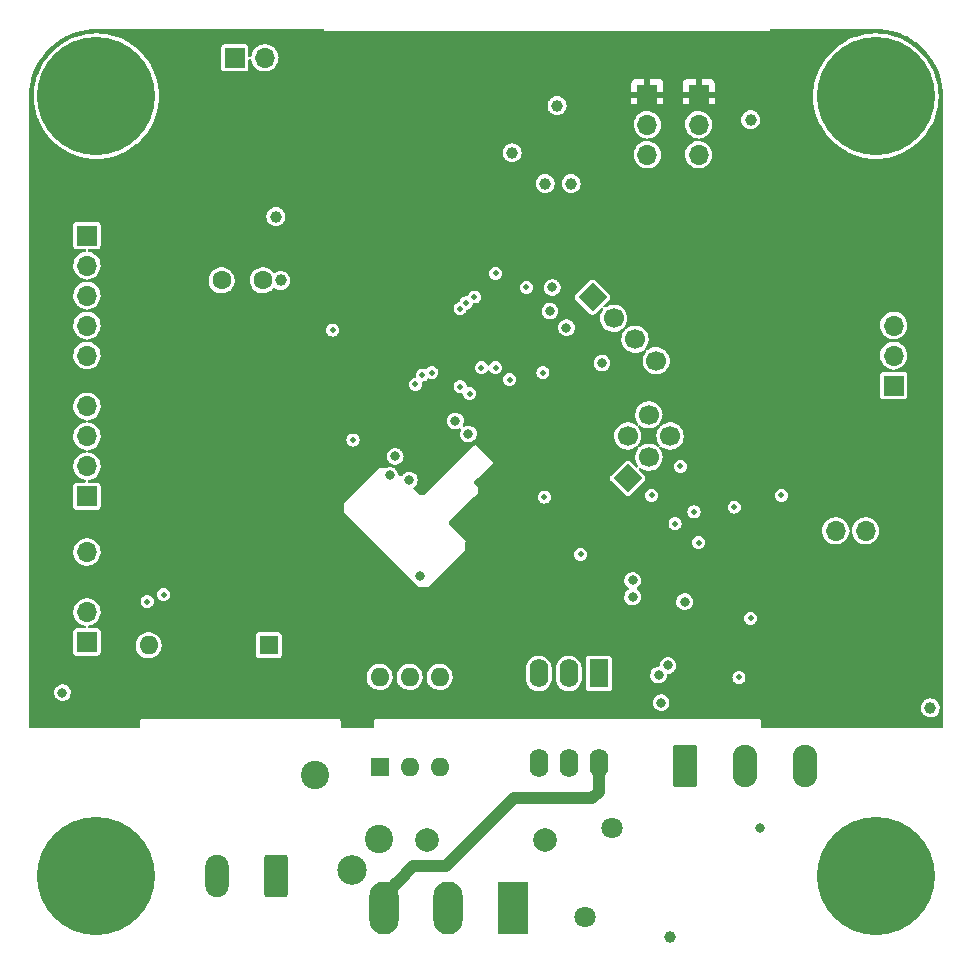
<source format=gbr>
G04 #@! TF.GenerationSoftware,KiCad,Pcbnew,5.99.0-unknown-fecb53b64f~142~ubuntu21.04.1*
G04 #@! TF.CreationDate,2021-10-23T16:59:13+04:00*
G04 #@! TF.ProjectId,BEEIRON v0.03,42454549-524f-44e2-9076-302e30332e6b,rev?*
G04 #@! TF.SameCoordinates,Original*
G04 #@! TF.FileFunction,Copper,L3,Inr*
G04 #@! TF.FilePolarity,Positive*
%FSLAX46Y46*%
G04 Gerber Fmt 4.6, Leading zero omitted, Abs format (unit mm)*
G04 Created by KiCad (PCBNEW 5.99.0-unknown-fecb53b64f~142~ubuntu21.04.1) date 2021-10-23 16:59:13*
%MOMM*%
%LPD*%
G01*
G04 APERTURE LIST*
G04 Aperture macros list*
%AMRoundRect*
0 Rectangle with rounded corners*
0 $1 Rounding radius*
0 $2 $3 $4 $5 $6 $7 $8 $9 X,Y pos of 4 corners*
0 Add a 4 corners polygon primitive as box body*
4,1,4,$2,$3,$4,$5,$6,$7,$8,$9,$2,$3,0*
0 Add four circle primitives for the rounded corners*
1,1,$1+$1,$2,$3*
1,1,$1+$1,$4,$5*
1,1,$1+$1,$6,$7*
1,1,$1+$1,$8,$9*
0 Add four rect primitives between the rounded corners*
20,1,$1+$1,$2,$3,$4,$5,0*
20,1,$1+$1,$4,$5,$6,$7,0*
20,1,$1+$1,$6,$7,$8,$9,0*
20,1,$1+$1,$8,$9,$2,$3,0*%
%AMHorizOval*
0 Thick line with rounded ends*
0 $1 width*
0 $2 $3 position (X,Y) of the first rounded end (center of the circle)*
0 $4 $5 position (X,Y) of the second rounded end (center of the circle)*
0 Add line between two ends*
20,1,$1,$2,$3,$4,$5,0*
0 Add two circle primitives to create the rounded ends*
1,1,$1,$2,$3*
1,1,$1,$4,$5*%
%AMRotRect*
0 Rectangle, with rotation*
0 The origin of the aperture is its center*
0 $1 length*
0 $2 width*
0 $3 Rotation angle, in degrees counterclockwise*
0 Add horizontal line*
21,1,$1,$2,0,0,$3*%
G04 Aperture macros list end*
G04 #@! TA.AperFunction,ComponentPad*
%ADD10C,1.600000*%
G04 #@! TD*
G04 #@! TA.AperFunction,ComponentPad*
%ADD11C,2.000000*%
G04 #@! TD*
G04 #@! TA.AperFunction,ComponentPad*
%ADD12R,1.700000X1.700000*%
G04 #@! TD*
G04 #@! TA.AperFunction,ComponentPad*
%ADD13O,1.700000X1.700000*%
G04 #@! TD*
G04 #@! TA.AperFunction,ComponentPad*
%ADD14C,0.900000*%
G04 #@! TD*
G04 #@! TA.AperFunction,ComponentPad*
%ADD15C,10.000000*%
G04 #@! TD*
G04 #@! TA.AperFunction,ComponentPad*
%ADD16C,2.400000*%
G04 #@! TD*
G04 #@! TA.AperFunction,ComponentPad*
%ADD17HorizOval,2.400000X0.000000X0.000000X0.000000X0.000000X0*%
G04 #@! TD*
G04 #@! TA.AperFunction,ComponentPad*
%ADD18R,1.600000X1.600000*%
G04 #@! TD*
G04 #@! TA.AperFunction,ComponentPad*
%ADD19O,1.600000X1.600000*%
G04 #@! TD*
G04 #@! TA.AperFunction,ComponentPad*
%ADD20RoundRect,0.249999X-0.790001X-1.550001X0.790001X-1.550001X0.790001X1.550001X-0.790001X1.550001X0*%
G04 #@! TD*
G04 #@! TA.AperFunction,ComponentPad*
%ADD21O,2.080000X3.600000*%
G04 #@! TD*
G04 #@! TA.AperFunction,ComponentPad*
%ADD22RotRect,1.700000X1.700000X135.000000*%
G04 #@! TD*
G04 #@! TA.AperFunction,ComponentPad*
%ADD23HorizOval,1.700000X0.000000X0.000000X0.000000X0.000000X0*%
G04 #@! TD*
G04 #@! TA.AperFunction,ComponentPad*
%ADD24R,1.600000X2.400000*%
G04 #@! TD*
G04 #@! TA.AperFunction,ComponentPad*
%ADD25O,1.600000X2.400000*%
G04 #@! TD*
G04 #@! TA.AperFunction,ComponentPad*
%ADD26R,2.500000X4.500000*%
G04 #@! TD*
G04 #@! TA.AperFunction,ComponentPad*
%ADD27O,2.500000X4.500000*%
G04 #@! TD*
G04 #@! TA.AperFunction,ComponentPad*
%ADD28RoundRect,0.250000X0.750000X1.550000X-0.750000X1.550000X-0.750000X-1.550000X0.750000X-1.550000X0*%
G04 #@! TD*
G04 #@! TA.AperFunction,ComponentPad*
%ADD29O,2.000000X3.600000*%
G04 #@! TD*
G04 #@! TA.AperFunction,ComponentPad*
%ADD30C,1.800000*%
G04 #@! TD*
G04 #@! TA.AperFunction,ComponentPad*
%ADD31RotRect,1.700000X1.700000X45.000000*%
G04 #@! TD*
G04 #@! TA.AperFunction,ComponentPad*
%ADD32HorizOval,1.700000X0.000000X0.000000X0.000000X0.000000X0*%
G04 #@! TD*
G04 #@! TA.AperFunction,ViaPad*
%ADD33C,0.800000*%
G04 #@! TD*
G04 #@! TA.AperFunction,ViaPad*
%ADD34C,1.000000*%
G04 #@! TD*
G04 #@! TA.AperFunction,ViaPad*
%ADD35C,0.500000*%
G04 #@! TD*
G04 #@! TA.AperFunction,ViaPad*
%ADD36C,2.500000*%
G04 #@! TD*
G04 #@! TA.AperFunction,Conductor*
%ADD37C,1.000000*%
G04 #@! TD*
G04 APERTURE END LIST*
D10*
X119600000Y-79600000D03*
X123100000Y-79600000D03*
D11*
X137000000Y-127000000D03*
X147000000Y-127000000D03*
D12*
X176500000Y-88500000D03*
D13*
X176500000Y-85960000D03*
X176500000Y-83420000D03*
D12*
X169060000Y-100800000D03*
D13*
X171600000Y-100800000D03*
X174140000Y-100800000D03*
D12*
X160000000Y-63875000D03*
D13*
X160000000Y-66415000D03*
X160000000Y-68955000D03*
D12*
X120725000Y-60750000D03*
D13*
X123265000Y-60750000D03*
D14*
X177651650Y-66651650D03*
X175000000Y-60250000D03*
X172348350Y-61348350D03*
X178750000Y-64000000D03*
X171250000Y-64000000D03*
X172348350Y-66651650D03*
D15*
X175000000Y-64000000D03*
D14*
X177651650Y-61348350D03*
X175000000Y-67750000D03*
D16*
X127518056Y-121518056D03*
D17*
X132906210Y-126906210D03*
D12*
X155652393Y-63874870D03*
D13*
X155652393Y-66414870D03*
X155652393Y-68954870D03*
D18*
X132975000Y-120800000D03*
D19*
X135515000Y-120800000D03*
X138055000Y-120800000D03*
X138055000Y-113180000D03*
X135515000Y-113180000D03*
X132975000Y-113180000D03*
D20*
X158840000Y-120700000D03*
D21*
X163920000Y-120700000D03*
X169000000Y-120700000D03*
D22*
X153979773Y-96362329D03*
D23*
X152183722Y-94566278D03*
X155775824Y-94566278D03*
X153979773Y-92770227D03*
X157571875Y-92770227D03*
X155775824Y-90974175D03*
D14*
X106348350Y-61348350D03*
X112750000Y-64000000D03*
X106348350Y-66651650D03*
X109000000Y-67750000D03*
X111651650Y-66651650D03*
D15*
X109000000Y-64000000D03*
D14*
X105250000Y-64000000D03*
X111651650Y-61348350D03*
X109000000Y-60250000D03*
D24*
X151525000Y-112880000D03*
D25*
X148985000Y-112880000D03*
X146445000Y-112880000D03*
X146445000Y-120500000D03*
X148985000Y-120500000D03*
X151525000Y-120500000D03*
D26*
X144250000Y-132750000D03*
D27*
X138800000Y-132750000D03*
X133350000Y-132750000D03*
D12*
X108200000Y-110220000D03*
D13*
X108200000Y-107680000D03*
X108200000Y-105140000D03*
X108200000Y-102600000D03*
D14*
X175000000Y-126250000D03*
D15*
X175000000Y-130000000D03*
D14*
X172348350Y-132651650D03*
X175000000Y-133750000D03*
X171250000Y-130000000D03*
X172348350Y-127348350D03*
X178750000Y-130000000D03*
X177651650Y-132651650D03*
X177651650Y-127348350D03*
D12*
X108200000Y-97880000D03*
D13*
X108200000Y-95340000D03*
X108200000Y-92800000D03*
X108200000Y-90260000D03*
D28*
X124200000Y-130000000D03*
D29*
X119200000Y-130000000D03*
D18*
X123580000Y-110500000D03*
D19*
X113420000Y-110500000D03*
D12*
X108200000Y-75800000D03*
D13*
X108200000Y-78340000D03*
X108200000Y-80880000D03*
X108200000Y-83420000D03*
X108200000Y-85960000D03*
D14*
X112750000Y-130000000D03*
X106348350Y-127348350D03*
X109000000Y-126250000D03*
X109000000Y-133750000D03*
X106348350Y-132651650D03*
X111651650Y-127348350D03*
D15*
X109000000Y-130000000D03*
D14*
X111651650Y-132651650D03*
X105250000Y-130000000D03*
D30*
X150350000Y-133500000D03*
X152650000Y-126000000D03*
D31*
X151007898Y-81007898D03*
D32*
X152803949Y-82803949D03*
X154600000Y-84600000D03*
X156396052Y-86396052D03*
D33*
X147400000Y-82200000D03*
X148800000Y-83600000D03*
D34*
X147000000Y-71400000D03*
D33*
X154400000Y-105000000D03*
D34*
X157600000Y-135200000D03*
X149200000Y-71400000D03*
D33*
X158800000Y-106800000D03*
X106125000Y-114500000D03*
X133860000Y-96110000D03*
X139400000Y-91500000D03*
X136400000Y-104600000D03*
D34*
X144200000Y-68800000D03*
D33*
X135500000Y-96500000D03*
X140500000Y-92600000D03*
D34*
X124600000Y-79600000D03*
X124200000Y-74200000D03*
X164400000Y-66000000D03*
D33*
X134300000Y-94500000D03*
D34*
X148000000Y-64800000D03*
X179600000Y-115800000D03*
D33*
X147600000Y-80200000D03*
X157400000Y-112200000D03*
X154400000Y-106400000D03*
X151800000Y-86600000D03*
D35*
X144000000Y-88000000D03*
D34*
X154500000Y-59500000D03*
X159000000Y-61500000D03*
X144000000Y-61500000D03*
D33*
X164600000Y-88600000D03*
X136800000Y-81000000D03*
D34*
X131500000Y-61500000D03*
X161000000Y-61500000D03*
D33*
X150600000Y-100000000D03*
D34*
X165000000Y-59500000D03*
D33*
X126000000Y-94200000D03*
D35*
X141000000Y-93400000D03*
D34*
X159000000Y-59500000D03*
X140000000Y-71600000D03*
X142400000Y-63400000D03*
X131500000Y-59500000D03*
X154500000Y-61500000D03*
D33*
X164600000Y-84200000D03*
D34*
X138800000Y-63400000D03*
X135500000Y-59500000D03*
X165000000Y-61500000D03*
X137500000Y-59500000D03*
X152000000Y-61500000D03*
X149000000Y-62200000D03*
D33*
X135600000Y-93200000D03*
D34*
X140600000Y-62800000D03*
D33*
X149000000Y-101600000D03*
D34*
X137500000Y-61500000D03*
X133500000Y-59500000D03*
X150000000Y-59500000D03*
X163000000Y-59500000D03*
X146000000Y-59500000D03*
X163000000Y-61500000D03*
X147000000Y-62200000D03*
X142000000Y-59200000D03*
X161000000Y-59500000D03*
X133500000Y-61500000D03*
D33*
X130800000Y-85000000D03*
X144200000Y-83200000D03*
D34*
X178000000Y-115800000D03*
X140600000Y-68800000D03*
X156500000Y-61500000D03*
D35*
X144600000Y-88600000D03*
D34*
X144000000Y-59500000D03*
D33*
X133800000Y-84000000D03*
X150200000Y-85400000D03*
X164600000Y-86400000D03*
X129000000Y-88600000D03*
D34*
X129500000Y-61500000D03*
X148000000Y-59500000D03*
D33*
X127800000Y-96000000D03*
D34*
X139600000Y-59200000D03*
D33*
X135200000Y-82400000D03*
D34*
X164400000Y-64200000D03*
X135500000Y-61500000D03*
X156500000Y-59500000D03*
X129500000Y-59500000D03*
X152000000Y-59500000D03*
D35*
X158000000Y-100200000D03*
X159600000Y-99200000D03*
X158452641Y-95347359D03*
X156000000Y-97800000D03*
X136600000Y-87600000D03*
X137400000Y-87400000D03*
X140600000Y-89200000D03*
X139800000Y-88600000D03*
X146939303Y-97939303D03*
X113300000Y-106800000D03*
X150000000Y-102800000D03*
X114700000Y-106200000D03*
X130725000Y-93125000D03*
X139800000Y-82000000D03*
X136000000Y-88400000D03*
X141600000Y-87000000D03*
X145400000Y-80200000D03*
X146800000Y-87400000D03*
X141000000Y-81000000D03*
X142800000Y-79000000D03*
X129000000Y-83800000D03*
D33*
X156815204Y-115349500D03*
X156600000Y-113000000D03*
D35*
X160000000Y-101800000D03*
X163000000Y-98800000D03*
X167000000Y-97800000D03*
X140291689Y-81502460D03*
X164400000Y-108200000D03*
X163400000Y-113200000D03*
X142800000Y-87000000D03*
D33*
X165200000Y-126000000D03*
D36*
X130600000Y-129500000D03*
D37*
X138592963Y-129200000D02*
X143496481Y-124296481D01*
X143496481Y-124296481D02*
X143503519Y-124296481D01*
X144400000Y-123400000D02*
X151000000Y-123400000D01*
X151000000Y-123400000D02*
X151525000Y-122875000D01*
X143503519Y-124296481D02*
X144400000Y-123400000D01*
X151525000Y-122875000D02*
X151525000Y-120500000D01*
X134500000Y-130500000D02*
X134300000Y-130700000D01*
X134500000Y-130500000D02*
X135800000Y-129200000D01*
X133350000Y-131650000D02*
X134500000Y-130500000D01*
X135800000Y-129200000D02*
X138592963Y-129200000D01*
G04 #@! TA.AperFunction,Conductor*
G36*
X166000000Y-64700000D02*
G01*
X161358000Y-64700000D01*
X161358000Y-64147115D01*
X161353525Y-64131876D01*
X161352135Y-64130671D01*
X161344452Y-64129000D01*
X158660116Y-64129000D01*
X158644877Y-64133475D01*
X158643672Y-64134865D01*
X158642001Y-64142548D01*
X158642001Y-64700000D01*
X157010393Y-64700000D01*
X157010393Y-64146985D01*
X157005918Y-64131746D01*
X157004528Y-64130541D01*
X156996845Y-64128870D01*
X154312509Y-64128870D01*
X154297270Y-64133345D01*
X154296065Y-64134735D01*
X154294394Y-64142418D01*
X154294394Y-64700000D01*
X151300000Y-64700000D01*
X151300000Y-63602755D01*
X154294393Y-63602755D01*
X154298868Y-63617994D01*
X154300258Y-63619199D01*
X154307941Y-63620870D01*
X155380278Y-63620870D01*
X155395517Y-63616395D01*
X155396722Y-63615005D01*
X155398393Y-63607322D01*
X155398393Y-63602755D01*
X155906393Y-63602755D01*
X155910868Y-63617994D01*
X155912258Y-63619199D01*
X155919941Y-63620870D01*
X156992277Y-63620870D01*
X157007516Y-63616395D01*
X157008721Y-63615005D01*
X157010392Y-63607322D01*
X157010392Y-63602885D01*
X158642000Y-63602885D01*
X158646475Y-63618124D01*
X158647865Y-63619329D01*
X158655548Y-63621000D01*
X159727885Y-63621000D01*
X159743124Y-63616525D01*
X159744329Y-63615135D01*
X159746000Y-63607452D01*
X159746000Y-63602885D01*
X160254000Y-63602885D01*
X160258475Y-63618124D01*
X160259865Y-63619329D01*
X160267548Y-63621000D01*
X161339884Y-63621000D01*
X161355123Y-63616525D01*
X161356328Y-63615135D01*
X161357999Y-63607452D01*
X161357999Y-62980331D01*
X161357629Y-62973510D01*
X161352105Y-62922648D01*
X161348479Y-62907396D01*
X161303324Y-62786946D01*
X161294786Y-62771351D01*
X161218285Y-62669276D01*
X161205724Y-62656715D01*
X161103649Y-62580214D01*
X161088054Y-62571676D01*
X160967606Y-62526522D01*
X160952351Y-62522895D01*
X160901486Y-62517369D01*
X160894672Y-62517000D01*
X160272115Y-62517000D01*
X160256876Y-62521475D01*
X160255671Y-62522865D01*
X160254000Y-62530548D01*
X160254000Y-63602885D01*
X159746000Y-63602885D01*
X159746000Y-62535116D01*
X159741525Y-62519877D01*
X159740135Y-62518672D01*
X159732452Y-62517001D01*
X159105331Y-62517001D01*
X159098510Y-62517371D01*
X159047648Y-62522895D01*
X159032396Y-62526521D01*
X158911946Y-62571676D01*
X158896351Y-62580214D01*
X158794276Y-62656715D01*
X158781715Y-62669276D01*
X158705214Y-62771351D01*
X158696676Y-62786946D01*
X158651522Y-62907394D01*
X158647895Y-62922649D01*
X158642369Y-62973514D01*
X158642000Y-62980328D01*
X158642000Y-63602885D01*
X157010392Y-63602885D01*
X157010392Y-62980201D01*
X157010022Y-62973380D01*
X157004498Y-62922518D01*
X157000872Y-62907266D01*
X156955717Y-62786816D01*
X156947179Y-62771221D01*
X156870678Y-62669146D01*
X156858117Y-62656585D01*
X156756042Y-62580084D01*
X156740447Y-62571546D01*
X156619999Y-62526392D01*
X156604744Y-62522765D01*
X156553879Y-62517239D01*
X156547065Y-62516870D01*
X155924508Y-62516870D01*
X155909269Y-62521345D01*
X155908064Y-62522735D01*
X155906393Y-62530418D01*
X155906393Y-63602755D01*
X155398393Y-63602755D01*
X155398393Y-62534986D01*
X155393918Y-62519747D01*
X155392528Y-62518542D01*
X155384845Y-62516871D01*
X154757724Y-62516871D01*
X154750903Y-62517241D01*
X154700041Y-62522765D01*
X154684789Y-62526391D01*
X154564339Y-62571546D01*
X154548744Y-62580084D01*
X154446669Y-62656585D01*
X154434108Y-62669146D01*
X154357607Y-62771221D01*
X154349069Y-62786816D01*
X154303915Y-62907264D01*
X154300288Y-62922519D01*
X154294762Y-62973384D01*
X154294393Y-62980198D01*
X154294393Y-63602755D01*
X151300000Y-63602755D01*
X151300000Y-63400000D01*
X143300000Y-63400000D01*
X143300000Y-64500000D01*
X137800000Y-64500000D01*
X137800000Y-63400000D01*
X128300000Y-63400000D01*
X128300000Y-58500000D01*
X166000000Y-58500000D01*
X166000000Y-64700000D01*
G37*
G04 #@! TD.AperFunction*
G04 #@! TA.AperFunction,Conductor*
G36*
X128300000Y-63400000D02*
G01*
X137800000Y-63400000D01*
X137800000Y-64500000D01*
X143300000Y-64500000D01*
X143300000Y-63400000D01*
X151300000Y-63400000D01*
X151300000Y-64700000D01*
X166000000Y-64700000D01*
X166000000Y-64000000D01*
X169694450Y-64000000D01*
X169714639Y-64462409D01*
X169775053Y-64921299D01*
X169875232Y-65373177D01*
X169876060Y-65375802D01*
X169876061Y-65375807D01*
X170013369Y-65811290D01*
X170014414Y-65814605D01*
X170191539Y-66242222D01*
X170405259Y-66652775D01*
X170653948Y-67043138D01*
X170798776Y-67231882D01*
X170902624Y-67367219D01*
X170935713Y-67410342D01*
X171248410Y-67751590D01*
X171589658Y-68064287D01*
X171591820Y-68065946D01*
X171591826Y-68065951D01*
X171604874Y-68075963D01*
X171956862Y-68346052D01*
X172347225Y-68594741D01*
X172757778Y-68808461D01*
X172760319Y-68809513D01*
X172760320Y-68809514D01*
X172791654Y-68822493D01*
X173185395Y-68985586D01*
X173188015Y-68986412D01*
X173188023Y-68986415D01*
X173624193Y-69123939D01*
X173624198Y-69123940D01*
X173626823Y-69124768D01*
X174078701Y-69224947D01*
X174081420Y-69225305D01*
X174081426Y-69225306D01*
X174253504Y-69247960D01*
X174537591Y-69285361D01*
X175000000Y-69305550D01*
X175462409Y-69285361D01*
X175746496Y-69247960D01*
X175918574Y-69225306D01*
X175918580Y-69225305D01*
X175921299Y-69224947D01*
X176373177Y-69124768D01*
X176375802Y-69123940D01*
X176375807Y-69123939D01*
X176811977Y-68986415D01*
X176811985Y-68986412D01*
X176814605Y-68985586D01*
X177208346Y-68822493D01*
X177239680Y-68809514D01*
X177239681Y-68809513D01*
X177242222Y-68808461D01*
X177652775Y-68594741D01*
X178043138Y-68346052D01*
X178395126Y-68075963D01*
X178408174Y-68065951D01*
X178408180Y-68065946D01*
X178410342Y-68064287D01*
X178751590Y-67751590D01*
X179064287Y-67410342D01*
X179097377Y-67367219D01*
X179201224Y-67231882D01*
X179346052Y-67043138D01*
X179594741Y-66652775D01*
X179808461Y-66242222D01*
X179985586Y-65814605D01*
X179986632Y-65811290D01*
X180123939Y-65375807D01*
X180123940Y-65375802D01*
X180124768Y-65373177D01*
X180224947Y-64921299D01*
X180285361Y-64462409D01*
X180305550Y-64000000D01*
X180285361Y-63537591D01*
X180247960Y-63253504D01*
X180225306Y-63081426D01*
X180225305Y-63081420D01*
X180224947Y-63078701D01*
X180124768Y-62626823D01*
X180115408Y-62597137D01*
X179986415Y-62188023D01*
X179986412Y-62188015D01*
X179985586Y-62185395D01*
X179810293Y-61762201D01*
X179809514Y-61760320D01*
X179809513Y-61760319D01*
X179808461Y-61757778D01*
X179594741Y-61347225D01*
X179346052Y-60956862D01*
X179136798Y-60684156D01*
X179065951Y-60591826D01*
X179065946Y-60591820D01*
X179064287Y-60589658D01*
X178751590Y-60248410D01*
X178410342Y-59935713D01*
X178408180Y-59934054D01*
X178408174Y-59934049D01*
X178258301Y-59819048D01*
X178043138Y-59653948D01*
X177652775Y-59405259D01*
X177242222Y-59191539D01*
X176814605Y-59014414D01*
X176811985Y-59013588D01*
X176811977Y-59013585D01*
X176375807Y-58876061D01*
X176375802Y-58876060D01*
X176373177Y-58875232D01*
X175921299Y-58775053D01*
X175918580Y-58774695D01*
X175918574Y-58774694D01*
X175746496Y-58752040D01*
X175462409Y-58714639D01*
X175000000Y-58694450D01*
X174537591Y-58714639D01*
X174253504Y-58752040D01*
X174081426Y-58774694D01*
X174081420Y-58774695D01*
X174078701Y-58775053D01*
X173626823Y-58875232D01*
X173624198Y-58876060D01*
X173624193Y-58876061D01*
X173188023Y-59013585D01*
X173188015Y-59013588D01*
X173185395Y-59014414D01*
X172757778Y-59191539D01*
X172347225Y-59405259D01*
X171956862Y-59653948D01*
X171741699Y-59819048D01*
X171591826Y-59934049D01*
X171591820Y-59934054D01*
X171589658Y-59935713D01*
X171248410Y-60248410D01*
X170935713Y-60589658D01*
X170934054Y-60591820D01*
X170934049Y-60591826D01*
X170863202Y-60684156D01*
X170653948Y-60956862D01*
X170405259Y-61347225D01*
X170191539Y-61757778D01*
X170190487Y-61760319D01*
X170190486Y-61760320D01*
X170189707Y-61762201D01*
X170014414Y-62185395D01*
X170013588Y-62188015D01*
X170013585Y-62188023D01*
X169884592Y-62597137D01*
X169875232Y-62626823D01*
X169775053Y-63078701D01*
X169774695Y-63081420D01*
X169774694Y-63081426D01*
X169752040Y-63253504D01*
X169714639Y-63537591D01*
X169694450Y-64000000D01*
X166000000Y-64000000D01*
X166000000Y-58300000D01*
X174962729Y-58300000D01*
X174984608Y-58301914D01*
X174989144Y-58302714D01*
X174989145Y-58302714D01*
X175000000Y-58304628D01*
X175010859Y-58302713D01*
X175015203Y-58302713D01*
X175034973Y-58301374D01*
X175442267Y-58317377D01*
X175452130Y-58318153D01*
X175886766Y-58369595D01*
X175896537Y-58371143D01*
X176325785Y-58456526D01*
X176335406Y-58458836D01*
X176756631Y-58577634D01*
X176766039Y-58580691D01*
X177176652Y-58732173D01*
X177185790Y-58735958D01*
X177305300Y-58791053D01*
X177583245Y-58919188D01*
X177592060Y-58923679D01*
X177973926Y-59137534D01*
X177982362Y-59142704D01*
X178346266Y-59385856D01*
X178354254Y-59391660D01*
X178373383Y-59406740D01*
X178697964Y-59662620D01*
X178705487Y-59669045D01*
X178780003Y-59737926D01*
X179026885Y-59966141D01*
X179033859Y-59973115D01*
X179170292Y-60120708D01*
X179330955Y-60294513D01*
X179337380Y-60302036D01*
X179360016Y-60330749D01*
X179560631Y-60585227D01*
X179608334Y-60645738D01*
X179614144Y-60653734D01*
X179742651Y-60846059D01*
X179857296Y-61017638D01*
X179862466Y-61026074D01*
X180076321Y-61407940D01*
X180080812Y-61416755D01*
X180260901Y-61807395D01*
X180264041Y-61814207D01*
X180267827Y-61823348D01*
X180419309Y-62233961D01*
X180422366Y-62243369D01*
X180541164Y-62664594D01*
X180543474Y-62674215D01*
X180628857Y-63103463D01*
X180630405Y-63113234D01*
X180681847Y-63547870D01*
X180682623Y-63557733D01*
X180698626Y-63965027D01*
X180697287Y-63984797D01*
X180697287Y-63989141D01*
X180695372Y-64000000D01*
X180697286Y-64010855D01*
X180697286Y-64010856D01*
X180698086Y-64015392D01*
X180700000Y-64037271D01*
X180700000Y-117374000D01*
X180679998Y-117442121D01*
X180626342Y-117488614D01*
X180574000Y-117500000D01*
X165426000Y-117500000D01*
X165357879Y-117479998D01*
X165311386Y-117426342D01*
X165300000Y-117374000D01*
X165300000Y-117052256D01*
X165300562Y-117040756D01*
X165303740Y-117029782D01*
X165300470Y-116992025D01*
X165300000Y-116981153D01*
X165300000Y-116972095D01*
X165298779Y-116965538D01*
X165297121Y-116953352D01*
X165295101Y-116930033D01*
X165294097Y-116918440D01*
X165288988Y-116907989D01*
X165288080Y-116904714D01*
X165286864Y-116901563D01*
X165284735Y-116890130D01*
X165266338Y-116860284D01*
X165260412Y-116849528D01*
X165245017Y-116818034D01*
X165236485Y-116810120D01*
X165234467Y-116807403D01*
X165232197Y-116804900D01*
X165226091Y-116794993D01*
X165198195Y-116773781D01*
X165188784Y-116765871D01*
X165163083Y-116742029D01*
X165152277Y-116737717D01*
X165149410Y-116735905D01*
X165146389Y-116734386D01*
X165137131Y-116727346D01*
X165125963Y-116724112D01*
X165125957Y-116724109D01*
X165103475Y-116717599D01*
X165091833Y-116713602D01*
X165067541Y-116703910D01*
X165067535Y-116703909D01*
X165059280Y-116700615D01*
X165053007Y-116700000D01*
X165049918Y-116700000D01*
X165046855Y-116699850D01*
X165046861Y-116699736D01*
X165040756Y-116699438D01*
X165029782Y-116696260D01*
X165018189Y-116697264D01*
X165018188Y-116697264D01*
X164994482Y-116699317D01*
X164993538Y-116699399D01*
X164992025Y-116699530D01*
X164981153Y-116700000D01*
X132852256Y-116700000D01*
X132840756Y-116699438D01*
X132829782Y-116696260D01*
X132818189Y-116697264D01*
X132818188Y-116697264D01*
X132794482Y-116699317D01*
X132793538Y-116699399D01*
X132792025Y-116699530D01*
X132781153Y-116700000D01*
X132772095Y-116700000D01*
X132766394Y-116701062D01*
X132766391Y-116701062D01*
X132765539Y-116701221D01*
X132753352Y-116702879D01*
X132732860Y-116704654D01*
X132718440Y-116705903D01*
X132707989Y-116711012D01*
X132704714Y-116711920D01*
X132701563Y-116713136D01*
X132690130Y-116715265D01*
X132660284Y-116733662D01*
X132649528Y-116739588D01*
X132618034Y-116754983D01*
X132610120Y-116763515D01*
X132607403Y-116765533D01*
X132604900Y-116767803D01*
X132594993Y-116773909D01*
X132573782Y-116801803D01*
X132565871Y-116811216D01*
X132542029Y-116836917D01*
X132537717Y-116847723D01*
X132535905Y-116850590D01*
X132534386Y-116853611D01*
X132527346Y-116862869D01*
X132524112Y-116874037D01*
X132524109Y-116874043D01*
X132517599Y-116896525D01*
X132513602Y-116908167D01*
X132503910Y-116932459D01*
X132503909Y-116932465D01*
X132500615Y-116940720D01*
X132500000Y-116946993D01*
X132500000Y-116950082D01*
X132499850Y-116953145D01*
X132499736Y-116953139D01*
X132499438Y-116959244D01*
X132496260Y-116970218D01*
X132497264Y-116981811D01*
X132497264Y-116981812D01*
X132499530Y-117007975D01*
X132500000Y-117018847D01*
X132500000Y-117374000D01*
X132479998Y-117442121D01*
X132426342Y-117488614D01*
X132374000Y-117500000D01*
X129826000Y-117500000D01*
X129757879Y-117479998D01*
X129711386Y-117426342D01*
X129700000Y-117374000D01*
X129700000Y-117052256D01*
X129700562Y-117040756D01*
X129703740Y-117029782D01*
X129700470Y-116992025D01*
X129700000Y-116981153D01*
X129700000Y-116972095D01*
X129698779Y-116965538D01*
X129697121Y-116953352D01*
X129695101Y-116930033D01*
X129694097Y-116918440D01*
X129688988Y-116907989D01*
X129688080Y-116904714D01*
X129686864Y-116901563D01*
X129684735Y-116890130D01*
X129666338Y-116860284D01*
X129660412Y-116849528D01*
X129645017Y-116818034D01*
X129636485Y-116810120D01*
X129634467Y-116807403D01*
X129632197Y-116804900D01*
X129626091Y-116794993D01*
X129598195Y-116773781D01*
X129588784Y-116765871D01*
X129563083Y-116742029D01*
X129552277Y-116737717D01*
X129549410Y-116735905D01*
X129546389Y-116734386D01*
X129537131Y-116727346D01*
X129525963Y-116724112D01*
X129525957Y-116724109D01*
X129503475Y-116717599D01*
X129491833Y-116713602D01*
X129467541Y-116703910D01*
X129467535Y-116703909D01*
X129459280Y-116700615D01*
X129453007Y-116700000D01*
X129449918Y-116700000D01*
X129446855Y-116699850D01*
X129446861Y-116699736D01*
X129440756Y-116699438D01*
X129429782Y-116696260D01*
X129418189Y-116697264D01*
X129418188Y-116697264D01*
X129394482Y-116699317D01*
X129393538Y-116699399D01*
X129392025Y-116699530D01*
X129381153Y-116700000D01*
X113052256Y-116700000D01*
X113040756Y-116699438D01*
X113029782Y-116696260D01*
X113018189Y-116697264D01*
X113018188Y-116697264D01*
X112994482Y-116699317D01*
X112993538Y-116699399D01*
X112992025Y-116699530D01*
X112981153Y-116700000D01*
X112972095Y-116700000D01*
X112966394Y-116701062D01*
X112966391Y-116701062D01*
X112965539Y-116701221D01*
X112953352Y-116702879D01*
X112932860Y-116704654D01*
X112918440Y-116705903D01*
X112907989Y-116711012D01*
X112904714Y-116711920D01*
X112901563Y-116713136D01*
X112890130Y-116715265D01*
X112860284Y-116733662D01*
X112849528Y-116739588D01*
X112818034Y-116754983D01*
X112810120Y-116763515D01*
X112807403Y-116765533D01*
X112804900Y-116767803D01*
X112794993Y-116773909D01*
X112773782Y-116801803D01*
X112765871Y-116811216D01*
X112742029Y-116836917D01*
X112737717Y-116847723D01*
X112735905Y-116850590D01*
X112734386Y-116853611D01*
X112727346Y-116862869D01*
X112724112Y-116874037D01*
X112724109Y-116874043D01*
X112717599Y-116896525D01*
X112713602Y-116908167D01*
X112703910Y-116932459D01*
X112703909Y-116932465D01*
X112700615Y-116940720D01*
X112700000Y-116946993D01*
X112700000Y-116950082D01*
X112699850Y-116953145D01*
X112699736Y-116953139D01*
X112699438Y-116959244D01*
X112696260Y-116970218D01*
X112697264Y-116981811D01*
X112697264Y-116981812D01*
X112699530Y-117007975D01*
X112700000Y-117018847D01*
X112700000Y-117374000D01*
X112679998Y-117442121D01*
X112626342Y-117488614D01*
X112574000Y-117500000D01*
X103426000Y-117500000D01*
X103357879Y-117479998D01*
X103311386Y-117426342D01*
X103300000Y-117374000D01*
X103300000Y-115342111D01*
X156109598Y-115342111D01*
X156128203Y-115510635D01*
X156136071Y-115532134D01*
X156171346Y-115628527D01*
X156186470Y-115669856D01*
X156190706Y-115676159D01*
X156190706Y-115676160D01*
X156203778Y-115695613D01*
X156281034Y-115810583D01*
X156286646Y-115815690D01*
X156286649Y-115815693D01*
X156400816Y-115919577D01*
X156400820Y-115919580D01*
X156406437Y-115924691D01*
X156413110Y-115928314D01*
X156413114Y-115928317D01*
X156548762Y-116001967D01*
X156548764Y-116001968D01*
X156555439Y-116005592D01*
X156562788Y-116007520D01*
X156712087Y-116046688D01*
X156712089Y-116046688D01*
X156719437Y-116048616D01*
X156805813Y-116049973D01*
X156881365Y-116051160D01*
X156881368Y-116051160D01*
X156888964Y-116051279D01*
X156896369Y-116049583D01*
X156896370Y-116049583D01*
X156956790Y-116035745D01*
X157054233Y-116013428D01*
X157205702Y-115937247D01*
X157334627Y-115827134D01*
X157362207Y-115788753D01*
X178794514Y-115788753D01*
X178795201Y-115795760D01*
X178795201Y-115795763D01*
X178797434Y-115818532D01*
X178812039Y-115967486D01*
X178814262Y-115974168D01*
X178814262Y-115974169D01*
X178839349Y-116049583D01*
X178868726Y-116137896D01*
X178961759Y-116291512D01*
X179086514Y-116420699D01*
X179236789Y-116519036D01*
X179405116Y-116581636D01*
X179412097Y-116582567D01*
X179412099Y-116582568D01*
X179576149Y-116604457D01*
X179576153Y-116604457D01*
X179583130Y-116605388D01*
X179590142Y-116604750D01*
X179590146Y-116604750D01*
X179754960Y-116589751D01*
X179754961Y-116589751D01*
X179761981Y-116589112D01*
X179932782Y-116533615D01*
X179963714Y-116515176D01*
X180080992Y-116445265D01*
X180080994Y-116445264D01*
X180087044Y-116441657D01*
X180217099Y-116317807D01*
X180234570Y-116291512D01*
X180312582Y-116174093D01*
X180316483Y-116168222D01*
X180361872Y-116048735D01*
X180377757Y-116006919D01*
X180377758Y-116006914D01*
X180380257Y-116000336D01*
X180405251Y-115822493D01*
X180405417Y-115810583D01*
X180405510Y-115803963D01*
X180405510Y-115803958D01*
X180405565Y-115800000D01*
X180385546Y-115621528D01*
X180379427Y-115603955D01*
X180328803Y-115458584D01*
X180326485Y-115451927D01*
X180259915Y-115345392D01*
X180235049Y-115305599D01*
X180231316Y-115299625D01*
X180167771Y-115235635D01*
X180109733Y-115177190D01*
X180109729Y-115177187D01*
X180104770Y-115172193D01*
X180096484Y-115166934D01*
X180046860Y-115135442D01*
X179953136Y-115075963D01*
X179923352Y-115065357D01*
X179790586Y-115018081D01*
X179790581Y-115018080D01*
X179783951Y-115015719D01*
X179776965Y-115014886D01*
X179776961Y-115014885D01*
X179649177Y-114999648D01*
X179605624Y-114994455D01*
X179598621Y-114995191D01*
X179598620Y-114995191D01*
X179434025Y-115012490D01*
X179434021Y-115012491D01*
X179427017Y-115013227D01*
X179420346Y-115015498D01*
X179263677Y-115068832D01*
X179263674Y-115068833D01*
X179257007Y-115071103D01*
X179251009Y-115074793D01*
X179251007Y-115074794D01*
X179224406Y-115091159D01*
X179104045Y-115165206D01*
X179099014Y-115170132D01*
X179099011Y-115170135D01*
X179036883Y-115230976D01*
X178975732Y-115290859D01*
X178971913Y-115296784D01*
X178971912Y-115296786D01*
X178882265Y-115435891D01*
X178878446Y-115441817D01*
X178817022Y-115610578D01*
X178794514Y-115788753D01*
X157362207Y-115788753D01*
X157433565Y-115689447D01*
X157441441Y-115669856D01*
X157493970Y-115539187D01*
X157493971Y-115539185D01*
X157496805Y-115532134D01*
X157520694Y-115364278D01*
X157520849Y-115349500D01*
X157519044Y-115334580D01*
X157513156Y-115285927D01*
X157500480Y-115181180D01*
X157440549Y-115022577D01*
X157344516Y-114882849D01*
X157303285Y-114846113D01*
X157223596Y-114775112D01*
X157223592Y-114775110D01*
X157217925Y-114770060D01*
X157068085Y-114690724D01*
X156903645Y-114649419D01*
X156896047Y-114649379D01*
X156896045Y-114649379D01*
X156818872Y-114648975D01*
X156734099Y-114648531D01*
X156726712Y-114650305D01*
X156726708Y-114650305D01*
X156623400Y-114675108D01*
X156569236Y-114688112D01*
X156562492Y-114691593D01*
X156562489Y-114691594D01*
X156557293Y-114694276D01*
X156418573Y-114765875D01*
X156412851Y-114770867D01*
X156412849Y-114770868D01*
X156341740Y-114832900D01*
X156290808Y-114877331D01*
X156193317Y-115016047D01*
X156131728Y-115174013D01*
X156130736Y-115181546D01*
X156130736Y-115181547D01*
X156114405Y-115305599D01*
X156109598Y-115342111D01*
X103300000Y-115342111D01*
X103300000Y-114492611D01*
X105419394Y-114492611D01*
X105437999Y-114661135D01*
X105496266Y-114820356D01*
X105500502Y-114826659D01*
X105500502Y-114826660D01*
X105513574Y-114846113D01*
X105590830Y-114961083D01*
X105596442Y-114966190D01*
X105596445Y-114966193D01*
X105710612Y-115070077D01*
X105710616Y-115070080D01*
X105716233Y-115075191D01*
X105722906Y-115078814D01*
X105722910Y-115078817D01*
X105858558Y-115152467D01*
X105858560Y-115152468D01*
X105865235Y-115156092D01*
X105872584Y-115158020D01*
X106021883Y-115197188D01*
X106021885Y-115197188D01*
X106029233Y-115199116D01*
X106115609Y-115200473D01*
X106191161Y-115201660D01*
X106191164Y-115201660D01*
X106198760Y-115201779D01*
X106206165Y-115200083D01*
X106206166Y-115200083D01*
X106287099Y-115181547D01*
X106364029Y-115163928D01*
X106515498Y-115087747D01*
X106644423Y-114977634D01*
X106743361Y-114839947D01*
X106751237Y-114820356D01*
X106803766Y-114689687D01*
X106803767Y-114689685D01*
X106806601Y-114682634D01*
X106830490Y-114514778D01*
X106830645Y-114500000D01*
X106828840Y-114485080D01*
X106816596Y-114383908D01*
X106810276Y-114331680D01*
X106750345Y-114173077D01*
X106719607Y-114128353D01*
X106658614Y-114039608D01*
X106658613Y-114039607D01*
X106654312Y-114033349D01*
X106582649Y-113969499D01*
X106533392Y-113925612D01*
X106533388Y-113925610D01*
X106527721Y-113920560D01*
X106475783Y-113893060D01*
X106435833Y-113871908D01*
X106377881Y-113841224D01*
X106213441Y-113799919D01*
X106205843Y-113799879D01*
X106205841Y-113799879D01*
X106128668Y-113799475D01*
X106043895Y-113799031D01*
X106036508Y-113800805D01*
X106036504Y-113800805D01*
X105893162Y-113835220D01*
X105879032Y-113838612D01*
X105872288Y-113842093D01*
X105872285Y-113842094D01*
X105795058Y-113881954D01*
X105728369Y-113916375D01*
X105722647Y-113921367D01*
X105722645Y-113921368D01*
X105651069Y-113983808D01*
X105600604Y-114027831D01*
X105590380Y-114042379D01*
X105508075Y-114159487D01*
X105503113Y-114166547D01*
X105441524Y-114324513D01*
X105440532Y-114332046D01*
X105440532Y-114332047D01*
X105433705Y-114383908D01*
X105419394Y-114492611D01*
X103300000Y-114492611D01*
X103300000Y-113151069D01*
X131870164Y-113151069D01*
X131883392Y-113352894D01*
X131933178Y-113548928D01*
X132017856Y-113732607D01*
X132021189Y-113737323D01*
X132116304Y-113871908D01*
X132134588Y-113897780D01*
X132138730Y-113901815D01*
X132195454Y-113957073D01*
X132279466Y-114038913D01*
X132447637Y-114151282D01*
X132452940Y-114153560D01*
X132452943Y-114153562D01*
X132541291Y-114191519D01*
X132633470Y-114231122D01*
X132830740Y-114275760D01*
X132836509Y-114275987D01*
X132836512Y-114275987D01*
X132912683Y-114278979D01*
X133032842Y-114283700D01*
X133119132Y-114271189D01*
X133227286Y-114255508D01*
X133227291Y-114255507D01*
X133233007Y-114254678D01*
X133238479Y-114252820D01*
X133238481Y-114252820D01*
X133419067Y-114191519D01*
X133419069Y-114191518D01*
X133424531Y-114189664D01*
X133601001Y-114090837D01*
X133663433Y-114038913D01*
X133752073Y-113965191D01*
X133756505Y-113961505D01*
X133885837Y-113806001D01*
X133889266Y-113799879D01*
X133929875Y-113727364D01*
X133984664Y-113629531D01*
X133997194Y-113592621D01*
X134047820Y-113443481D01*
X134047820Y-113443479D01*
X134049678Y-113438007D01*
X134050507Y-113432291D01*
X134050508Y-113432286D01*
X134078167Y-113241516D01*
X134078700Y-113237842D01*
X134080215Y-113180000D01*
X134077557Y-113151069D01*
X134410164Y-113151069D01*
X134423392Y-113352894D01*
X134473178Y-113548928D01*
X134557856Y-113732607D01*
X134561189Y-113737323D01*
X134656304Y-113871908D01*
X134674588Y-113897780D01*
X134678730Y-113901815D01*
X134735454Y-113957073D01*
X134819466Y-114038913D01*
X134987637Y-114151282D01*
X134992940Y-114153560D01*
X134992943Y-114153562D01*
X135081291Y-114191519D01*
X135173470Y-114231122D01*
X135370740Y-114275760D01*
X135376509Y-114275987D01*
X135376512Y-114275987D01*
X135452683Y-114278979D01*
X135572842Y-114283700D01*
X135659132Y-114271189D01*
X135767286Y-114255508D01*
X135767291Y-114255507D01*
X135773007Y-114254678D01*
X135778479Y-114252820D01*
X135778481Y-114252820D01*
X135959067Y-114191519D01*
X135959069Y-114191518D01*
X135964531Y-114189664D01*
X136141001Y-114090837D01*
X136203433Y-114038913D01*
X136292073Y-113965191D01*
X136296505Y-113961505D01*
X136425837Y-113806001D01*
X136429266Y-113799879D01*
X136469875Y-113727364D01*
X136524664Y-113629531D01*
X136537194Y-113592621D01*
X136587820Y-113443481D01*
X136587820Y-113443479D01*
X136589678Y-113438007D01*
X136590507Y-113432291D01*
X136590508Y-113432286D01*
X136618167Y-113241516D01*
X136618700Y-113237842D01*
X136620215Y-113180000D01*
X136617557Y-113151069D01*
X136950164Y-113151069D01*
X136963392Y-113352894D01*
X137013178Y-113548928D01*
X137097856Y-113732607D01*
X137101189Y-113737323D01*
X137196304Y-113871908D01*
X137214588Y-113897780D01*
X137218730Y-113901815D01*
X137275454Y-113957073D01*
X137359466Y-114038913D01*
X137527637Y-114151282D01*
X137532940Y-114153560D01*
X137532943Y-114153562D01*
X137621291Y-114191519D01*
X137713470Y-114231122D01*
X137910740Y-114275760D01*
X137916509Y-114275987D01*
X137916512Y-114275987D01*
X137992683Y-114278979D01*
X138112842Y-114283700D01*
X138199132Y-114271189D01*
X138307286Y-114255508D01*
X138307291Y-114255507D01*
X138313007Y-114254678D01*
X138318479Y-114252820D01*
X138318481Y-114252820D01*
X138499067Y-114191519D01*
X138499069Y-114191518D01*
X138504531Y-114189664D01*
X138681001Y-114090837D01*
X138743433Y-114038913D01*
X138832073Y-113965191D01*
X138836505Y-113961505D01*
X138965837Y-113806001D01*
X138969266Y-113799879D01*
X139009875Y-113727364D01*
X139064664Y-113629531D01*
X139077194Y-113592621D01*
X139127820Y-113443481D01*
X139127820Y-113443479D01*
X139129678Y-113438007D01*
X139130507Y-113432291D01*
X139130508Y-113432286D01*
X139144980Y-113332469D01*
X145344500Y-113332469D01*
X145359439Y-113489046D01*
X145418553Y-113690549D01*
X145442687Y-113737408D01*
X145495204Y-113839375D01*
X145514705Y-113877239D01*
X145518409Y-113881954D01*
X145640718Y-114037662D01*
X145640722Y-114037667D01*
X145644424Y-114042379D01*
X145648954Y-114046310D01*
X145648955Y-114046311D01*
X145798498Y-114176079D01*
X145798503Y-114176083D01*
X145803029Y-114180010D01*
X145984799Y-114285166D01*
X146077722Y-114317434D01*
X146177509Y-114352086D01*
X146177511Y-114352086D01*
X146183174Y-114354053D01*
X146189109Y-114354914D01*
X146189111Y-114354914D01*
X146385056Y-114383325D01*
X146385059Y-114383325D01*
X146390996Y-114384186D01*
X146600767Y-114374477D01*
X146757670Y-114336663D01*
X146799085Y-114326682D01*
X146799087Y-114326681D01*
X146804918Y-114325276D01*
X146810376Y-114322794D01*
X146810380Y-114322793D01*
X146945466Y-114261373D01*
X146996081Y-114238360D01*
X147167360Y-114116863D01*
X147312575Y-113965169D01*
X147359135Y-113893060D01*
X147423233Y-113793791D01*
X147423234Y-113793788D01*
X147426485Y-113788754D01*
X147447613Y-113736330D01*
X147502739Y-113599545D01*
X147502740Y-113599542D01*
X147504981Y-113593981D01*
X147506129Y-113588100D01*
X147506131Y-113588095D01*
X147544362Y-113392324D01*
X147544362Y-113392321D01*
X147545230Y-113387878D01*
X147545500Y-113382357D01*
X147545500Y-113332469D01*
X147884500Y-113332469D01*
X147899439Y-113489046D01*
X147958553Y-113690549D01*
X147982687Y-113737408D01*
X148035204Y-113839375D01*
X148054705Y-113877239D01*
X148058409Y-113881954D01*
X148180718Y-114037662D01*
X148180722Y-114037667D01*
X148184424Y-114042379D01*
X148188954Y-114046310D01*
X148188955Y-114046311D01*
X148338498Y-114176079D01*
X148338503Y-114176083D01*
X148343029Y-114180010D01*
X148524799Y-114285166D01*
X148617722Y-114317434D01*
X148717509Y-114352086D01*
X148717511Y-114352086D01*
X148723174Y-114354053D01*
X148729109Y-114354914D01*
X148729111Y-114354914D01*
X148925056Y-114383325D01*
X148925059Y-114383325D01*
X148930996Y-114384186D01*
X149140767Y-114374477D01*
X149297670Y-114336663D01*
X149339085Y-114326682D01*
X149339087Y-114326681D01*
X149344918Y-114325276D01*
X149350376Y-114322794D01*
X149350380Y-114322793D01*
X149485466Y-114261373D01*
X149536081Y-114238360D01*
X149696388Y-114124646D01*
X150424500Y-114124646D01*
X150427618Y-114150846D01*
X150431456Y-114159486D01*
X150431456Y-114159487D01*
X150464950Y-114234893D01*
X150473061Y-114253153D01*
X150481294Y-114261372D01*
X150481295Y-114261373D01*
X150502831Y-114282871D01*
X150552287Y-114332241D01*
X150562924Y-114336944D01*
X150562926Y-114336945D01*
X150622462Y-114363265D01*
X150654673Y-114377506D01*
X150680354Y-114380500D01*
X152369646Y-114380500D01*
X152373350Y-114380059D01*
X152373353Y-114380059D01*
X152380746Y-114379179D01*
X152395846Y-114377382D01*
X152405550Y-114373072D01*
X152487518Y-114336663D01*
X152498153Y-114331939D01*
X152577241Y-114252713D01*
X152582491Y-114240840D01*
X152615335Y-114166547D01*
X152622506Y-114150327D01*
X152625500Y-114124646D01*
X152625500Y-112992611D01*
X155894394Y-112992611D01*
X155912999Y-113161135D01*
X155971266Y-113320356D01*
X155975502Y-113326659D01*
X155975502Y-113326660D01*
X155986958Y-113343709D01*
X156065830Y-113461083D01*
X156071442Y-113466190D01*
X156071445Y-113466193D01*
X156185612Y-113570077D01*
X156185616Y-113570080D01*
X156191233Y-113575191D01*
X156197906Y-113578814D01*
X156197910Y-113578817D01*
X156333558Y-113652467D01*
X156333560Y-113652468D01*
X156340235Y-113656092D01*
X156347584Y-113658020D01*
X156496883Y-113697188D01*
X156496885Y-113697188D01*
X156504233Y-113699116D01*
X156590609Y-113700473D01*
X156666161Y-113701660D01*
X156666164Y-113701660D01*
X156673760Y-113701779D01*
X156681165Y-113700083D01*
X156681166Y-113700083D01*
X156765094Y-113680861D01*
X156839029Y-113663928D01*
X156990498Y-113587747D01*
X157099320Y-113494804D01*
X157113651Y-113482564D01*
X157113652Y-113482563D01*
X157119423Y-113477634D01*
X157218361Y-113339947D01*
X157226237Y-113320356D01*
X157274620Y-113200000D01*
X162844750Y-113200000D01*
X162863670Y-113343709D01*
X162919139Y-113477625D01*
X163007379Y-113592621D01*
X163122375Y-113680861D01*
X163256291Y-113736330D01*
X163400000Y-113755250D01*
X163543709Y-113736330D01*
X163677625Y-113680861D01*
X163792621Y-113592621D01*
X163880861Y-113477625D01*
X163936330Y-113343709D01*
X163955250Y-113200000D01*
X163936330Y-113056291D01*
X163880861Y-112922375D01*
X163792621Y-112807379D01*
X163677625Y-112719139D01*
X163543709Y-112663670D01*
X163400000Y-112644750D01*
X163256291Y-112663670D01*
X163122375Y-112719139D01*
X163007379Y-112807379D01*
X162919139Y-112922375D01*
X162863670Y-113056291D01*
X162844750Y-113200000D01*
X157274620Y-113200000D01*
X157278766Y-113189687D01*
X157278767Y-113189685D01*
X157281601Y-113182634D01*
X157305490Y-113014778D01*
X157306030Y-113014855D01*
X157330122Y-112951150D01*
X157387150Y-112908862D01*
X157432623Y-112901133D01*
X157466161Y-112901660D01*
X157466164Y-112901660D01*
X157473760Y-112901779D01*
X157481165Y-112900083D01*
X157481166Y-112900083D01*
X157541586Y-112886245D01*
X157639029Y-112863928D01*
X157790498Y-112787747D01*
X157919423Y-112677634D01*
X158018361Y-112539947D01*
X158058352Y-112440467D01*
X158078766Y-112389687D01*
X158078767Y-112389685D01*
X158081601Y-112382634D01*
X158094831Y-112289672D01*
X158104909Y-112218862D01*
X158104909Y-112218859D01*
X158105490Y-112214778D01*
X158105645Y-112200000D01*
X158085276Y-112031680D01*
X158025345Y-111873077D01*
X157929312Y-111733349D01*
X157916954Y-111722338D01*
X157808392Y-111625612D01*
X157808388Y-111625610D01*
X157802721Y-111620560D01*
X157764032Y-111600075D01*
X157716065Y-111574678D01*
X157652881Y-111541224D01*
X157488441Y-111499919D01*
X157480843Y-111499879D01*
X157480841Y-111499879D01*
X157403668Y-111499475D01*
X157318895Y-111499031D01*
X157311508Y-111500805D01*
X157311504Y-111500805D01*
X157210283Y-111525107D01*
X157154032Y-111538612D01*
X157147288Y-111542093D01*
X157147285Y-111542094D01*
X157028366Y-111603473D01*
X157003369Y-111616375D01*
X156997647Y-111621367D01*
X156997645Y-111621368D01*
X156976664Y-111639671D01*
X156875604Y-111727831D01*
X156778113Y-111866547D01*
X156716524Y-112024513D01*
X156698628Y-112160455D01*
X156694772Y-112189742D01*
X156666050Y-112254669D01*
X156606785Y-112293761D01*
X156569191Y-112299294D01*
X156539645Y-112299140D01*
X156518895Y-112299031D01*
X156511508Y-112300805D01*
X156511504Y-112300805D01*
X156368162Y-112335220D01*
X156354032Y-112338612D01*
X156347288Y-112342093D01*
X156347285Y-112342094D01*
X156268741Y-112382634D01*
X156203369Y-112416375D01*
X156197647Y-112421367D01*
X156197645Y-112421368D01*
X156170451Y-112445091D01*
X156075604Y-112527831D01*
X156071237Y-112534045D01*
X155992675Y-112645828D01*
X155978113Y-112666547D01*
X155916524Y-112824513D01*
X155915532Y-112832046D01*
X155915532Y-112832047D01*
X155895482Y-112984348D01*
X155894394Y-112992611D01*
X152625500Y-112992611D01*
X152625500Y-111635354D01*
X152622382Y-111609154D01*
X152617696Y-111598603D01*
X152581663Y-111517482D01*
X152576939Y-111506847D01*
X152547882Y-111477840D01*
X152505945Y-111435977D01*
X152497713Y-111427759D01*
X152487076Y-111423056D01*
X152487074Y-111423055D01*
X152405356Y-111386928D01*
X152395327Y-111382494D01*
X152369646Y-111379500D01*
X150680354Y-111379500D01*
X150676650Y-111379941D01*
X150676647Y-111379941D01*
X150669254Y-111380821D01*
X150654154Y-111382618D01*
X150645514Y-111386456D01*
X150645513Y-111386456D01*
X150598933Y-111407146D01*
X150551847Y-111428061D01*
X150472759Y-111507287D01*
X150468056Y-111517924D01*
X150468055Y-111517926D01*
X150432928Y-111597382D01*
X150427494Y-111609673D01*
X150424500Y-111635354D01*
X150424500Y-114124646D01*
X149696388Y-114124646D01*
X149707360Y-114116863D01*
X149852575Y-113965169D01*
X149899135Y-113893060D01*
X149963233Y-113793791D01*
X149963234Y-113793788D01*
X149966485Y-113788754D01*
X149987613Y-113736330D01*
X150042739Y-113599545D01*
X150042740Y-113599542D01*
X150044981Y-113593981D01*
X150046129Y-113588100D01*
X150046131Y-113588095D01*
X150084362Y-113392324D01*
X150084362Y-113392321D01*
X150085230Y-113387878D01*
X150085500Y-113382357D01*
X150085500Y-112427531D01*
X150070561Y-112270954D01*
X150011447Y-112069451D01*
X149915295Y-111882761D01*
X149842824Y-111790501D01*
X149789282Y-111722338D01*
X149789278Y-111722333D01*
X149785576Y-111717621D01*
X149704728Y-111647464D01*
X149631502Y-111583921D01*
X149631497Y-111583917D01*
X149626971Y-111579990D01*
X149445201Y-111474834D01*
X149310508Y-111428061D01*
X149252491Y-111407914D01*
X149252489Y-111407914D01*
X149246826Y-111405947D01*
X149240891Y-111405086D01*
X149240889Y-111405086D01*
X149044944Y-111376675D01*
X149044941Y-111376675D01*
X149039004Y-111375814D01*
X148829233Y-111385523D01*
X148724197Y-111410837D01*
X148630915Y-111433318D01*
X148630913Y-111433319D01*
X148625082Y-111434724D01*
X148619624Y-111437206D01*
X148619620Y-111437207D01*
X148522482Y-111481373D01*
X148433919Y-111521640D01*
X148262640Y-111643137D01*
X148117425Y-111794831D01*
X148114174Y-111799866D01*
X148063694Y-111878046D01*
X148003515Y-111971246D01*
X148001273Y-111976809D01*
X147959348Y-112080839D01*
X147925019Y-112166019D01*
X147923871Y-112171900D01*
X147923869Y-112171905D01*
X147897972Y-112304518D01*
X147884770Y-112372122D01*
X147884500Y-112377643D01*
X147884500Y-113332469D01*
X147545500Y-113332469D01*
X147545500Y-112427531D01*
X147530561Y-112270954D01*
X147471447Y-112069451D01*
X147375295Y-111882761D01*
X147302824Y-111790501D01*
X147249282Y-111722338D01*
X147249278Y-111722333D01*
X147245576Y-111717621D01*
X147164728Y-111647464D01*
X147091502Y-111583921D01*
X147091497Y-111583917D01*
X147086971Y-111579990D01*
X146905201Y-111474834D01*
X146770508Y-111428061D01*
X146712491Y-111407914D01*
X146712489Y-111407914D01*
X146706826Y-111405947D01*
X146700891Y-111405086D01*
X146700889Y-111405086D01*
X146504944Y-111376675D01*
X146504941Y-111376675D01*
X146499004Y-111375814D01*
X146289233Y-111385523D01*
X146184197Y-111410837D01*
X146090915Y-111433318D01*
X146090913Y-111433319D01*
X146085082Y-111434724D01*
X146079624Y-111437206D01*
X146079620Y-111437207D01*
X145982482Y-111481373D01*
X145893919Y-111521640D01*
X145722640Y-111643137D01*
X145577425Y-111794831D01*
X145574174Y-111799866D01*
X145523694Y-111878046D01*
X145463515Y-111971246D01*
X145461273Y-111976809D01*
X145419348Y-112080839D01*
X145385019Y-112166019D01*
X145383871Y-112171900D01*
X145383869Y-112171905D01*
X145357972Y-112304518D01*
X145344770Y-112372122D01*
X145344500Y-112377643D01*
X145344500Y-113332469D01*
X139144980Y-113332469D01*
X139158167Y-113241516D01*
X139158700Y-113237842D01*
X139160215Y-113180000D01*
X139141708Y-112978591D01*
X139122043Y-112908862D01*
X139109370Y-112863928D01*
X139086807Y-112783926D01*
X138997351Y-112602527D01*
X138979079Y-112578057D01*
X138879788Y-112445091D01*
X138879787Y-112445090D01*
X138876335Y-112440467D01*
X138853350Y-112419220D01*
X138732053Y-112307094D01*
X138732051Y-112307092D01*
X138727812Y-112303174D01*
X138700374Y-112285862D01*
X138561637Y-112198325D01*
X138556757Y-112195246D01*
X138368898Y-112120298D01*
X138170526Y-112080839D01*
X138164752Y-112080763D01*
X138164748Y-112080763D01*
X138062257Y-112079422D01*
X137968286Y-112078192D01*
X137962589Y-112079171D01*
X137962588Y-112079171D01*
X137774646Y-112111465D01*
X137774645Y-112111465D01*
X137768949Y-112112444D01*
X137579193Y-112182449D01*
X137574232Y-112185401D01*
X137574231Y-112185401D01*
X137420383Y-112276931D01*
X137405371Y-112285862D01*
X137253305Y-112419220D01*
X137128089Y-112578057D01*
X137033914Y-112757053D01*
X136973937Y-112950213D01*
X136950164Y-113151069D01*
X136617557Y-113151069D01*
X136601708Y-112978591D01*
X136582043Y-112908862D01*
X136569370Y-112863928D01*
X136546807Y-112783926D01*
X136457351Y-112602527D01*
X136439079Y-112578057D01*
X136339788Y-112445091D01*
X136339787Y-112445090D01*
X136336335Y-112440467D01*
X136313350Y-112419220D01*
X136192053Y-112307094D01*
X136192051Y-112307092D01*
X136187812Y-112303174D01*
X136160374Y-112285862D01*
X136021637Y-112198325D01*
X136016757Y-112195246D01*
X135828898Y-112120298D01*
X135630526Y-112080839D01*
X135624752Y-112080763D01*
X135624748Y-112080763D01*
X135522257Y-112079422D01*
X135428286Y-112078192D01*
X135422589Y-112079171D01*
X135422588Y-112079171D01*
X135234646Y-112111465D01*
X135234645Y-112111465D01*
X135228949Y-112112444D01*
X135039193Y-112182449D01*
X135034232Y-112185401D01*
X135034231Y-112185401D01*
X134880383Y-112276931D01*
X134865371Y-112285862D01*
X134713305Y-112419220D01*
X134588089Y-112578057D01*
X134493914Y-112757053D01*
X134433937Y-112950213D01*
X134410164Y-113151069D01*
X134077557Y-113151069D01*
X134061708Y-112978591D01*
X134042043Y-112908862D01*
X134029370Y-112863928D01*
X134006807Y-112783926D01*
X133917351Y-112602527D01*
X133899079Y-112578057D01*
X133799788Y-112445091D01*
X133799787Y-112445090D01*
X133796335Y-112440467D01*
X133773350Y-112419220D01*
X133652053Y-112307094D01*
X133652051Y-112307092D01*
X133647812Y-112303174D01*
X133620374Y-112285862D01*
X133481637Y-112198325D01*
X133476757Y-112195246D01*
X133288898Y-112120298D01*
X133090526Y-112080839D01*
X133084752Y-112080763D01*
X133084748Y-112080763D01*
X132982257Y-112079422D01*
X132888286Y-112078192D01*
X132882589Y-112079171D01*
X132882588Y-112079171D01*
X132694646Y-112111465D01*
X132694645Y-112111465D01*
X132688949Y-112112444D01*
X132499193Y-112182449D01*
X132494232Y-112185401D01*
X132494231Y-112185401D01*
X132340383Y-112276931D01*
X132325371Y-112285862D01*
X132173305Y-112419220D01*
X132048089Y-112578057D01*
X131953914Y-112757053D01*
X131893937Y-112950213D01*
X131870164Y-113151069D01*
X103300000Y-113151069D01*
X103300000Y-107649754D01*
X107044967Y-107649754D01*
X107058796Y-107860749D01*
X107060217Y-107866345D01*
X107060218Y-107866350D01*
X107082784Y-107955200D01*
X107110845Y-108065690D01*
X107199369Y-108257714D01*
X107321405Y-108430391D01*
X107472865Y-108577937D01*
X107477661Y-108581142D01*
X107477664Y-108581144D01*
X107619375Y-108675832D01*
X107648677Y-108695411D01*
X107653985Y-108697692D01*
X107653986Y-108697692D01*
X107837650Y-108776600D01*
X107837653Y-108776601D01*
X107842953Y-108778878D01*
X107848582Y-108780152D01*
X107848583Y-108780152D01*
X108027368Y-108820607D01*
X108089395Y-108855150D01*
X108122899Y-108917743D01*
X108117245Y-108988514D01*
X108074226Y-109044994D01*
X108007501Y-109069249D01*
X107999560Y-109069500D01*
X107305354Y-109069500D01*
X107301650Y-109069941D01*
X107301647Y-109069941D01*
X107294254Y-109070821D01*
X107279154Y-109072618D01*
X107176847Y-109118061D01*
X107097759Y-109197287D01*
X107052494Y-109299673D01*
X107049500Y-109325354D01*
X107049500Y-111114646D01*
X107052618Y-111140846D01*
X107098061Y-111243153D01*
X107177287Y-111322241D01*
X107187924Y-111326944D01*
X107187926Y-111326945D01*
X107227965Y-111344646D01*
X107279673Y-111367506D01*
X107305354Y-111370500D01*
X109094646Y-111370500D01*
X109098350Y-111370059D01*
X109098353Y-111370059D01*
X109105746Y-111369179D01*
X109120846Y-111367382D01*
X109139913Y-111358913D01*
X109212518Y-111326663D01*
X109223153Y-111321939D01*
X109302241Y-111242713D01*
X109347506Y-111140327D01*
X109350500Y-111114646D01*
X109350500Y-110471069D01*
X112315164Y-110471069D01*
X112328392Y-110672894D01*
X112378178Y-110868928D01*
X112462856Y-111052607D01*
X112466189Y-111057323D01*
X112531324Y-111149487D01*
X112579588Y-111217780D01*
X112724466Y-111358913D01*
X112729270Y-111362123D01*
X112754516Y-111378992D01*
X112892637Y-111471282D01*
X112897940Y-111473560D01*
X112897943Y-111473562D01*
X113063699Y-111544776D01*
X113078470Y-111551122D01*
X113174361Y-111572820D01*
X113266526Y-111593675D01*
X113275740Y-111595760D01*
X113281509Y-111595987D01*
X113281512Y-111595987D01*
X113357683Y-111598979D01*
X113477842Y-111603700D01*
X113564132Y-111591189D01*
X113672286Y-111575508D01*
X113672291Y-111575507D01*
X113678007Y-111574678D01*
X113683479Y-111572820D01*
X113683481Y-111572820D01*
X113864067Y-111511519D01*
X113864069Y-111511518D01*
X113869531Y-111509664D01*
X114015784Y-111427759D01*
X114040964Y-111413658D01*
X114040965Y-111413657D01*
X114046001Y-111410837D01*
X114079931Y-111382618D01*
X114125587Y-111344646D01*
X122479500Y-111344646D01*
X122482618Y-111370846D01*
X122486456Y-111379486D01*
X122486456Y-111379487D01*
X122511548Y-111435977D01*
X122528061Y-111473153D01*
X122536294Y-111481372D01*
X122536295Y-111481373D01*
X122564636Y-111509664D01*
X122607287Y-111552241D01*
X122617924Y-111556944D01*
X122617926Y-111556945D01*
X122659915Y-111575508D01*
X122709673Y-111597506D01*
X122735354Y-111600500D01*
X124424646Y-111600500D01*
X124428350Y-111600059D01*
X124428353Y-111600059D01*
X124435746Y-111599179D01*
X124450846Y-111597382D01*
X124553153Y-111551939D01*
X124563850Y-111541224D01*
X124624023Y-111480945D01*
X124632241Y-111472713D01*
X124647939Y-111437207D01*
X124672612Y-111381397D01*
X124677506Y-111370327D01*
X124680500Y-111344646D01*
X124680500Y-109655354D01*
X124677382Y-109629154D01*
X124668729Y-109609672D01*
X124636663Y-109537482D01*
X124631939Y-109526847D01*
X124607499Y-109502449D01*
X124560945Y-109455977D01*
X124552713Y-109447759D01*
X124542076Y-109443056D01*
X124542074Y-109443055D01*
X124482538Y-109416735D01*
X124450327Y-109402494D01*
X124424646Y-109399500D01*
X122735354Y-109399500D01*
X122731650Y-109399941D01*
X122731647Y-109399941D01*
X122724741Y-109400763D01*
X122709154Y-109402618D01*
X122700514Y-109406456D01*
X122700513Y-109406456D01*
X122618117Y-109443055D01*
X122606847Y-109448061D01*
X122527759Y-109527287D01*
X122482494Y-109629673D01*
X122479500Y-109655354D01*
X122479500Y-111344646D01*
X114125587Y-111344646D01*
X114197073Y-111285191D01*
X114201505Y-111281505D01*
X114311304Y-111149487D01*
X114327146Y-111130439D01*
X114330837Y-111126001D01*
X114339248Y-111110983D01*
X114426845Y-110954564D01*
X114429664Y-110949531D01*
X114494678Y-110758007D01*
X114495507Y-110752291D01*
X114495508Y-110752286D01*
X114523167Y-110561516D01*
X114523700Y-110557842D01*
X114525215Y-110500000D01*
X114506708Y-110298591D01*
X114451807Y-110103926D01*
X114362351Y-109922527D01*
X114344079Y-109898057D01*
X114244788Y-109765091D01*
X114244787Y-109765090D01*
X114241335Y-109760467D01*
X114218350Y-109739220D01*
X114097053Y-109627094D01*
X114097051Y-109627092D01*
X114092812Y-109623174D01*
X114065374Y-109605862D01*
X113926637Y-109518325D01*
X113921757Y-109515246D01*
X113733898Y-109440298D01*
X113535526Y-109400839D01*
X113529752Y-109400763D01*
X113529748Y-109400763D01*
X113427257Y-109399422D01*
X113333286Y-109398192D01*
X113327589Y-109399171D01*
X113327588Y-109399171D01*
X113139646Y-109431465D01*
X113139645Y-109431465D01*
X113133949Y-109432444D01*
X112944193Y-109502449D01*
X112939232Y-109505401D01*
X112939231Y-109505401D01*
X112903184Y-109526847D01*
X112770371Y-109605862D01*
X112618305Y-109739220D01*
X112493089Y-109898057D01*
X112398914Y-110077053D01*
X112338937Y-110270213D01*
X112315164Y-110471069D01*
X109350500Y-110471069D01*
X109350500Y-109325354D01*
X109347382Y-109299154D01*
X109301939Y-109196847D01*
X109222713Y-109117759D01*
X109212076Y-109113056D01*
X109212074Y-109113055D01*
X109152538Y-109086735D01*
X109120327Y-109072494D01*
X109094646Y-109069500D01*
X108382291Y-109069500D01*
X108314170Y-109049498D01*
X108267677Y-108995842D01*
X108257573Y-108925568D01*
X108287067Y-108860988D01*
X108346793Y-108822604D01*
X108364211Y-108818804D01*
X108464013Y-108804333D01*
X108464014Y-108804333D01*
X108469730Y-108803504D01*
X108548987Y-108776600D01*
X108664483Y-108737395D01*
X108664488Y-108737393D01*
X108669955Y-108735537D01*
X108674998Y-108732713D01*
X108849395Y-108635046D01*
X108849399Y-108635043D01*
X108854442Y-108632219D01*
X109017012Y-108497012D01*
X109152219Y-108334442D01*
X109155043Y-108329399D01*
X109155046Y-108329395D01*
X109227511Y-108200000D01*
X163844750Y-108200000D01*
X163863670Y-108343709D01*
X163919139Y-108477625D01*
X164007379Y-108592621D01*
X164122375Y-108680861D01*
X164256291Y-108736330D01*
X164400000Y-108755250D01*
X164543709Y-108736330D01*
X164677625Y-108680861D01*
X164792621Y-108592621D01*
X164880861Y-108477625D01*
X164936330Y-108343709D01*
X164955250Y-108200000D01*
X164936330Y-108056291D01*
X164880861Y-107922375D01*
X164792621Y-107807379D01*
X164677625Y-107719139D01*
X164543709Y-107663670D01*
X164400000Y-107644750D01*
X164256291Y-107663670D01*
X164122375Y-107719139D01*
X164007379Y-107807379D01*
X163919139Y-107922375D01*
X163863670Y-108056291D01*
X163844750Y-108200000D01*
X109227511Y-108200000D01*
X109252713Y-108154998D01*
X109252714Y-108154996D01*
X109255537Y-108149955D01*
X109257393Y-108144488D01*
X109257395Y-108144483D01*
X109321647Y-107955200D01*
X109323504Y-107949730D01*
X109326365Y-107930004D01*
X109353314Y-107744140D01*
X109353314Y-107744138D01*
X109353846Y-107740470D01*
X109355429Y-107680000D01*
X109336081Y-107469440D01*
X109278686Y-107265931D01*
X109273189Y-107254783D01*
X109187719Y-107081469D01*
X109185165Y-107076290D01*
X109058651Y-106906867D01*
X108943043Y-106800000D01*
X112744750Y-106800000D01*
X112763670Y-106943709D01*
X112819139Y-107077625D01*
X112907379Y-107192621D01*
X113022375Y-107280861D01*
X113156291Y-107336330D01*
X113300000Y-107355250D01*
X113443709Y-107336330D01*
X113577625Y-107280861D01*
X113692621Y-107192621D01*
X113780861Y-107077625D01*
X113836330Y-106943709D01*
X113855250Y-106800000D01*
X113836330Y-106656291D01*
X113780861Y-106522375D01*
X113692621Y-106407379D01*
X113577625Y-106319139D01*
X113443709Y-106263670D01*
X113300000Y-106244750D01*
X113156291Y-106263670D01*
X113022375Y-106319139D01*
X112907379Y-106407379D01*
X112819139Y-106522375D01*
X112763670Y-106656291D01*
X112744750Y-106800000D01*
X108943043Y-106800000D01*
X108938599Y-106795892D01*
X108907622Y-106767257D01*
X108907620Y-106767255D01*
X108903381Y-106763337D01*
X108724554Y-106650505D01*
X108528160Y-106572152D01*
X108522503Y-106571027D01*
X108522497Y-106571025D01*
X108326442Y-106532028D01*
X108326440Y-106532028D01*
X108320775Y-106530901D01*
X108315000Y-106530825D01*
X108314996Y-106530825D01*
X108208976Y-106529437D01*
X108109346Y-106528133D01*
X108103649Y-106529112D01*
X108103648Y-106529112D01*
X107906650Y-106562962D01*
X107906649Y-106562962D01*
X107900953Y-106563941D01*
X107702575Y-106637127D01*
X107697614Y-106640079D01*
X107697613Y-106640079D01*
X107656599Y-106664480D01*
X107520856Y-106745238D01*
X107361881Y-106884655D01*
X107230976Y-107050708D01*
X107228287Y-107055819D01*
X107228285Y-107055822D01*
X107204169Y-107101660D01*
X107132523Y-107237836D01*
X107069820Y-107439773D01*
X107044967Y-107649754D01*
X103300000Y-107649754D01*
X103300000Y-106200000D01*
X114144750Y-106200000D01*
X114163670Y-106343709D01*
X114219139Y-106477625D01*
X114307379Y-106592621D01*
X114422375Y-106680861D01*
X114556291Y-106736330D01*
X114700000Y-106755250D01*
X114843709Y-106736330D01*
X114977625Y-106680861D01*
X115092621Y-106592621D01*
X115180861Y-106477625D01*
X115216074Y-106392611D01*
X153694394Y-106392611D01*
X153712999Y-106561135D01*
X153771266Y-106720356D01*
X153775502Y-106726659D01*
X153775502Y-106726660D01*
X153786001Y-106742284D01*
X153865830Y-106861083D01*
X153871442Y-106866190D01*
X153871445Y-106866193D01*
X153985612Y-106970077D01*
X153985616Y-106970080D01*
X153991233Y-106975191D01*
X153997906Y-106978814D01*
X153997910Y-106978817D01*
X154133558Y-107052467D01*
X154133560Y-107052468D01*
X154140235Y-107056092D01*
X154147584Y-107058020D01*
X154296883Y-107097188D01*
X154296885Y-107097188D01*
X154304233Y-107099116D01*
X154390609Y-107100473D01*
X154466161Y-107101660D01*
X154466164Y-107101660D01*
X154473760Y-107101779D01*
X154481165Y-107100083D01*
X154481166Y-107100083D01*
X154550611Y-107084178D01*
X154639029Y-107063928D01*
X154790498Y-106987747D01*
X154919423Y-106877634D01*
X154980518Y-106792611D01*
X158094394Y-106792611D01*
X158112999Y-106961135D01*
X158144118Y-107046171D01*
X158164468Y-107101779D01*
X158171266Y-107120356D01*
X158175502Y-107126659D01*
X158175502Y-107126660D01*
X158188574Y-107146113D01*
X158265830Y-107261083D01*
X158271442Y-107266190D01*
X158271445Y-107266193D01*
X158385612Y-107370077D01*
X158385616Y-107370080D01*
X158391233Y-107375191D01*
X158397906Y-107378814D01*
X158397910Y-107378817D01*
X158533558Y-107452467D01*
X158533560Y-107452468D01*
X158540235Y-107456092D01*
X158547584Y-107458020D01*
X158696883Y-107497188D01*
X158696885Y-107497188D01*
X158704233Y-107499116D01*
X158790609Y-107500473D01*
X158866161Y-107501660D01*
X158866164Y-107501660D01*
X158873760Y-107501779D01*
X158881165Y-107500083D01*
X158881166Y-107500083D01*
X158989825Y-107475197D01*
X159039029Y-107463928D01*
X159190498Y-107387747D01*
X159319423Y-107277634D01*
X159418361Y-107139947D01*
X159426237Y-107120356D01*
X159478766Y-106989687D01*
X159478767Y-106989685D01*
X159481601Y-106982634D01*
X159496087Y-106880850D01*
X159504909Y-106818862D01*
X159504909Y-106818859D01*
X159505490Y-106814778D01*
X159505645Y-106800000D01*
X159503840Y-106785080D01*
X159498378Y-106739947D01*
X159485276Y-106631680D01*
X159425345Y-106473077D01*
X159385277Y-106414778D01*
X159333614Y-106339608D01*
X159333613Y-106339607D01*
X159329312Y-106333349D01*
X159317514Y-106322837D01*
X159208392Y-106225612D01*
X159208388Y-106225610D01*
X159202721Y-106220560D01*
X159179355Y-106208188D01*
X159135080Y-106184746D01*
X159052881Y-106141224D01*
X158888441Y-106099919D01*
X158880843Y-106099879D01*
X158880841Y-106099879D01*
X158803668Y-106099475D01*
X158718895Y-106099031D01*
X158711508Y-106100805D01*
X158711504Y-106100805D01*
X158568162Y-106135220D01*
X158554032Y-106138612D01*
X158547288Y-106142093D01*
X158547285Y-106142094D01*
X158542089Y-106144776D01*
X158403369Y-106216375D01*
X158397647Y-106221367D01*
X158397645Y-106221368D01*
X158377181Y-106239220D01*
X158275604Y-106327831D01*
X158178113Y-106466547D01*
X158116524Y-106624513D01*
X158115532Y-106632046D01*
X158115532Y-106632047D01*
X158097732Y-106767257D01*
X158094394Y-106792611D01*
X154980518Y-106792611D01*
X155018361Y-106739947D01*
X155026237Y-106720356D01*
X155078766Y-106589687D01*
X155078767Y-106589685D01*
X155081601Y-106582634D01*
X155089347Y-106528209D01*
X155104909Y-106418862D01*
X155104909Y-106418859D01*
X155105490Y-106414778D01*
X155105645Y-106400000D01*
X155103840Y-106385080D01*
X155097842Y-106335520D01*
X155085276Y-106231680D01*
X155025345Y-106073077D01*
X154929312Y-105933349D01*
X154916995Y-105922375D01*
X154808392Y-105825612D01*
X154808388Y-105825610D01*
X154802721Y-105820560D01*
X154787013Y-105812243D01*
X154736168Y-105762692D01*
X154720185Y-105693518D01*
X154744137Y-105626683D01*
X154778707Y-105597353D01*
X154777385Y-105595364D01*
X154783714Y-105591159D01*
X154790498Y-105587747D01*
X154919423Y-105477634D01*
X155018361Y-105339947D01*
X155026237Y-105320356D01*
X155078766Y-105189687D01*
X155078767Y-105189685D01*
X155081601Y-105182634D01*
X155105490Y-105014778D01*
X155105645Y-105000000D01*
X155103840Y-104985080D01*
X155086188Y-104839220D01*
X155085276Y-104831680D01*
X155025345Y-104673077D01*
X154929312Y-104533349D01*
X154917514Y-104522837D01*
X154808392Y-104425612D01*
X154808388Y-104425610D01*
X154802721Y-104420560D01*
X154652881Y-104341224D01*
X154488441Y-104299919D01*
X154480843Y-104299879D01*
X154480841Y-104299879D01*
X154403668Y-104299475D01*
X154318895Y-104299031D01*
X154311508Y-104300805D01*
X154311504Y-104300805D01*
X154168162Y-104335220D01*
X154154032Y-104338612D01*
X154147288Y-104342093D01*
X154147285Y-104342094D01*
X154142089Y-104344776D01*
X154003369Y-104416375D01*
X153875604Y-104527831D01*
X153778113Y-104666547D01*
X153716524Y-104824513D01*
X153694394Y-104992611D01*
X153712999Y-105161135D01*
X153771266Y-105320356D01*
X153775502Y-105326659D01*
X153775502Y-105326660D01*
X153788574Y-105346113D01*
X153865830Y-105461083D01*
X153871442Y-105466190D01*
X153871445Y-105466193D01*
X153985612Y-105570077D01*
X153985616Y-105570080D01*
X153991233Y-105575191D01*
X153997911Y-105578817D01*
X153997914Y-105578819D01*
X154015740Y-105588498D01*
X154066061Y-105638581D01*
X154081317Y-105707919D01*
X154056664Y-105774498D01*
X154013407Y-105811194D01*
X154011375Y-105812243D01*
X154003369Y-105816375D01*
X153875604Y-105927831D01*
X153778113Y-106066547D01*
X153716524Y-106224513D01*
X153715532Y-106232046D01*
X153715532Y-106232047D01*
X153701372Y-106339608D01*
X153694394Y-106392611D01*
X115216074Y-106392611D01*
X115236330Y-106343709D01*
X115255250Y-106200000D01*
X115236330Y-106056291D01*
X115180861Y-105922375D01*
X115092621Y-105807379D01*
X114977625Y-105719139D01*
X114843709Y-105663670D01*
X114700000Y-105644750D01*
X114556291Y-105663670D01*
X114422375Y-105719139D01*
X114307379Y-105807379D01*
X114219139Y-105922375D01*
X114163670Y-106056291D01*
X114144750Y-106200000D01*
X103300000Y-106200000D01*
X103300000Y-102569754D01*
X107044967Y-102569754D01*
X107058796Y-102780749D01*
X107060217Y-102786345D01*
X107060218Y-102786350D01*
X107082784Y-102875200D01*
X107110845Y-102985690D01*
X107199369Y-103177714D01*
X107321405Y-103350391D01*
X107472865Y-103497937D01*
X107477661Y-103501142D01*
X107477664Y-103501144D01*
X107620936Y-103596875D01*
X107648677Y-103615411D01*
X107653985Y-103617692D01*
X107653986Y-103617692D01*
X107837650Y-103696600D01*
X107837653Y-103696601D01*
X107842953Y-103698878D01*
X107848582Y-103700152D01*
X107848583Y-103700152D01*
X108043550Y-103744269D01*
X108043553Y-103744269D01*
X108049186Y-103745544D01*
X108054957Y-103745771D01*
X108054959Y-103745771D01*
X108116989Y-103748208D01*
X108260470Y-103753846D01*
X108266179Y-103753018D01*
X108266183Y-103753018D01*
X108464015Y-103724333D01*
X108464019Y-103724332D01*
X108469730Y-103723504D01*
X108548987Y-103696600D01*
X108664483Y-103657395D01*
X108664488Y-103657393D01*
X108669955Y-103655537D01*
X108674998Y-103652713D01*
X108849395Y-103555046D01*
X108849399Y-103555043D01*
X108854442Y-103552219D01*
X109017012Y-103417012D01*
X109152219Y-103254442D01*
X109155043Y-103249399D01*
X109155046Y-103249395D01*
X109252713Y-103074998D01*
X109252714Y-103074996D01*
X109255537Y-103069955D01*
X109257393Y-103064488D01*
X109257395Y-103064483D01*
X109321647Y-102875200D01*
X109323504Y-102869730D01*
X109332428Y-102808188D01*
X109353314Y-102664140D01*
X109353314Y-102664138D01*
X109353846Y-102660470D01*
X109355429Y-102600000D01*
X109336081Y-102389440D01*
X109326135Y-102354172D01*
X109300306Y-102262592D01*
X109278686Y-102185931D01*
X109267553Y-102163354D01*
X109187719Y-102001469D01*
X109185165Y-101996290D01*
X109058651Y-101826867D01*
X108903381Y-101683337D01*
X108870014Y-101662284D01*
X108729434Y-101573584D01*
X108729433Y-101573584D01*
X108724554Y-101570505D01*
X108528160Y-101492152D01*
X108522503Y-101491027D01*
X108522497Y-101491025D01*
X108326442Y-101452028D01*
X108326440Y-101452028D01*
X108320775Y-101450901D01*
X108315000Y-101450825D01*
X108314996Y-101450825D01*
X108208976Y-101449437D01*
X108109346Y-101448133D01*
X108103649Y-101449112D01*
X108103648Y-101449112D01*
X107906650Y-101482962D01*
X107906649Y-101482962D01*
X107900953Y-101483941D01*
X107702575Y-101557127D01*
X107697614Y-101560079D01*
X107697613Y-101560079D01*
X107535895Y-101656291D01*
X107520856Y-101665238D01*
X107361881Y-101804655D01*
X107230976Y-101970708D01*
X107228287Y-101975819D01*
X107228285Y-101975822D01*
X107214792Y-102001469D01*
X107132523Y-102157836D01*
X107099661Y-102263670D01*
X107076765Y-102337408D01*
X107069820Y-102359773D01*
X107044967Y-102569754D01*
X103300000Y-102569754D01*
X103300000Y-99216274D01*
X129977500Y-99216274D01*
X133023265Y-102262592D01*
X136093017Y-105332900D01*
X136300079Y-105540000D01*
X137089997Y-105540000D01*
X137316773Y-105313222D01*
X139209271Y-103420703D01*
X139829967Y-102800000D01*
X149444750Y-102800000D01*
X149463670Y-102943709D01*
X149519139Y-103077625D01*
X149607379Y-103192621D01*
X149722375Y-103280861D01*
X149856291Y-103336330D01*
X150000000Y-103355250D01*
X150143709Y-103336330D01*
X150277625Y-103280861D01*
X150392621Y-103192621D01*
X150480861Y-103077625D01*
X150536330Y-102943709D01*
X150555250Y-102800000D01*
X150536330Y-102656291D01*
X150480861Y-102522375D01*
X150392621Y-102407379D01*
X150277625Y-102319139D01*
X150143709Y-102263670D01*
X150000000Y-102244750D01*
X149856291Y-102263670D01*
X149722375Y-102319139D01*
X149607379Y-102407379D01*
X149519139Y-102522375D01*
X149463670Y-102656291D01*
X149444750Y-102800000D01*
X139829967Y-102800000D01*
X140170000Y-102459963D01*
X140238285Y-101800000D01*
X159444750Y-101800000D01*
X159463670Y-101943709D01*
X159519139Y-102077625D01*
X159607379Y-102192621D01*
X159722375Y-102280861D01*
X159856291Y-102336330D01*
X160000000Y-102355250D01*
X160143709Y-102336330D01*
X160277625Y-102280861D01*
X160392621Y-102192621D01*
X160480861Y-102077625D01*
X160536330Y-101943709D01*
X160555250Y-101800000D01*
X160536330Y-101656291D01*
X160480861Y-101522375D01*
X160392621Y-101407379D01*
X160277625Y-101319139D01*
X160143709Y-101263670D01*
X160000000Y-101244750D01*
X159856291Y-101263670D01*
X159722375Y-101319139D01*
X159607379Y-101407379D01*
X159519139Y-101522375D01*
X159463670Y-101656291D01*
X159444750Y-101800000D01*
X140238285Y-101800000D01*
X140252990Y-101657882D01*
X139367686Y-100769754D01*
X170444967Y-100769754D01*
X170458796Y-100980749D01*
X170460217Y-100986345D01*
X170460218Y-100986350D01*
X170482784Y-101075200D01*
X170510845Y-101185690D01*
X170599369Y-101377714D01*
X170721405Y-101550391D01*
X170725539Y-101554418D01*
X170839299Y-101665238D01*
X170872865Y-101697937D01*
X170877661Y-101701142D01*
X170877664Y-101701144D01*
X171013359Y-101791812D01*
X171048677Y-101815411D01*
X171053985Y-101817692D01*
X171053986Y-101817692D01*
X171237650Y-101896600D01*
X171237653Y-101896601D01*
X171242953Y-101898878D01*
X171248582Y-101900152D01*
X171248583Y-101900152D01*
X171443550Y-101944269D01*
X171443553Y-101944269D01*
X171449186Y-101945544D01*
X171454957Y-101945771D01*
X171454959Y-101945771D01*
X171516989Y-101948208D01*
X171660470Y-101953846D01*
X171666179Y-101953018D01*
X171666183Y-101953018D01*
X171864015Y-101924333D01*
X171864019Y-101924332D01*
X171869730Y-101923504D01*
X171948987Y-101896600D01*
X172064483Y-101857395D01*
X172064488Y-101857393D01*
X172069955Y-101855537D01*
X172074998Y-101852713D01*
X172249395Y-101755046D01*
X172249399Y-101755043D01*
X172254442Y-101752219D01*
X172417012Y-101617012D01*
X172552219Y-101454442D01*
X172555043Y-101449399D01*
X172555046Y-101449395D01*
X172652713Y-101274998D01*
X172652714Y-101274996D01*
X172655537Y-101269955D01*
X172657393Y-101264488D01*
X172657395Y-101264483D01*
X172721647Y-101075200D01*
X172723504Y-101069730D01*
X172737242Y-100974982D01*
X172745090Y-100920860D01*
X172774660Y-100856315D01*
X172834432Y-100818003D01*
X172905429Y-100818087D01*
X172965109Y-100856542D01*
X172994525Y-100921158D01*
X172995515Y-100930695D01*
X172998796Y-100980749D01*
X173000217Y-100986345D01*
X173000218Y-100986350D01*
X173022784Y-101075200D01*
X173050845Y-101185690D01*
X173139369Y-101377714D01*
X173261405Y-101550391D01*
X173265539Y-101554418D01*
X173379299Y-101665238D01*
X173412865Y-101697937D01*
X173417661Y-101701142D01*
X173417664Y-101701144D01*
X173553359Y-101791812D01*
X173588677Y-101815411D01*
X173593985Y-101817692D01*
X173593986Y-101817692D01*
X173777650Y-101896600D01*
X173777653Y-101896601D01*
X173782953Y-101898878D01*
X173788582Y-101900152D01*
X173788583Y-101900152D01*
X173983550Y-101944269D01*
X173983553Y-101944269D01*
X173989186Y-101945544D01*
X173994957Y-101945771D01*
X173994959Y-101945771D01*
X174056989Y-101948208D01*
X174200470Y-101953846D01*
X174206179Y-101953018D01*
X174206183Y-101953018D01*
X174404015Y-101924333D01*
X174404019Y-101924332D01*
X174409730Y-101923504D01*
X174488987Y-101896600D01*
X174604483Y-101857395D01*
X174604488Y-101857393D01*
X174609955Y-101855537D01*
X174614998Y-101852713D01*
X174789395Y-101755046D01*
X174789399Y-101755043D01*
X174794442Y-101752219D01*
X174957012Y-101617012D01*
X175092219Y-101454442D01*
X175095043Y-101449399D01*
X175095046Y-101449395D01*
X175192713Y-101274998D01*
X175192714Y-101274996D01*
X175195537Y-101269955D01*
X175197393Y-101264488D01*
X175197395Y-101264483D01*
X175261647Y-101075200D01*
X175263504Y-101069730D01*
X175277243Y-100974981D01*
X175293314Y-100864140D01*
X175293314Y-100864138D01*
X175293846Y-100860470D01*
X175295429Y-100800000D01*
X175276081Y-100589440D01*
X175218686Y-100385931D01*
X175207553Y-100363354D01*
X175127719Y-100201469D01*
X175125165Y-100196290D01*
X174998651Y-100026867D01*
X174843381Y-99883337D01*
X174733377Y-99813929D01*
X174669434Y-99773584D01*
X174669433Y-99773584D01*
X174664554Y-99770505D01*
X174468160Y-99692152D01*
X174462503Y-99691027D01*
X174462497Y-99691025D01*
X174266442Y-99652028D01*
X174266440Y-99652028D01*
X174260775Y-99650901D01*
X174255000Y-99650825D01*
X174254996Y-99650825D01*
X174148976Y-99649437D01*
X174049346Y-99648133D01*
X174043649Y-99649112D01*
X174043648Y-99649112D01*
X173846650Y-99682962D01*
X173846649Y-99682962D01*
X173840953Y-99683941D01*
X173642575Y-99757127D01*
X173637614Y-99760079D01*
X173637613Y-99760079D01*
X173558109Y-99807379D01*
X173460856Y-99865238D01*
X173301881Y-100004655D01*
X173170976Y-100170708D01*
X173168287Y-100175819D01*
X173168285Y-100175822D01*
X173151257Y-100208188D01*
X173072523Y-100357836D01*
X173009820Y-100559773D01*
X173009141Y-100565510D01*
X172995088Y-100684239D01*
X172967217Y-100749537D01*
X172908469Y-100789401D01*
X172837494Y-100791174D01*
X172776828Y-100754295D01*
X172745730Y-100690471D01*
X172744490Y-100680958D01*
X172744482Y-100680861D01*
X172736081Y-100589440D01*
X172678686Y-100385931D01*
X172667553Y-100363354D01*
X172587719Y-100201469D01*
X172585165Y-100196290D01*
X172458651Y-100026867D01*
X172303381Y-99883337D01*
X172193377Y-99813929D01*
X172129434Y-99773584D01*
X172129433Y-99773584D01*
X172124554Y-99770505D01*
X171928160Y-99692152D01*
X171922503Y-99691027D01*
X171922497Y-99691025D01*
X171726442Y-99652028D01*
X171726440Y-99652028D01*
X171720775Y-99650901D01*
X171715000Y-99650825D01*
X171714996Y-99650825D01*
X171608976Y-99649437D01*
X171509346Y-99648133D01*
X171503649Y-99649112D01*
X171503648Y-99649112D01*
X171306650Y-99682962D01*
X171306649Y-99682962D01*
X171300953Y-99683941D01*
X171102575Y-99757127D01*
X171097614Y-99760079D01*
X171097613Y-99760079D01*
X171018109Y-99807379D01*
X170920856Y-99865238D01*
X170761881Y-100004655D01*
X170630976Y-100170708D01*
X170628287Y-100175819D01*
X170628285Y-100175822D01*
X170611257Y-100208188D01*
X170532523Y-100357836D01*
X170469820Y-100559773D01*
X170444967Y-100769754D01*
X139367686Y-100769754D01*
X138866266Y-100266734D01*
X138832340Y-100204368D01*
X138832452Y-100200000D01*
X157444750Y-100200000D01*
X157463670Y-100343709D01*
X157519139Y-100477625D01*
X157607379Y-100592621D01*
X157722375Y-100680861D01*
X157856291Y-100736330D01*
X158000000Y-100755250D01*
X158143709Y-100736330D01*
X158277625Y-100680861D01*
X158392621Y-100592621D01*
X158480861Y-100477625D01*
X158536330Y-100343709D01*
X158555250Y-100200000D01*
X158536330Y-100056291D01*
X158480861Y-99922375D01*
X158392621Y-99807379D01*
X158277625Y-99719139D01*
X158143709Y-99663670D01*
X158000000Y-99644750D01*
X157856291Y-99663670D01*
X157722375Y-99719139D01*
X157607379Y-99807379D01*
X157519139Y-99922375D01*
X157463670Y-100056291D01*
X157444750Y-100200000D01*
X138832452Y-100200000D01*
X138833860Y-100144933D01*
X138890852Y-99933879D01*
X138925344Y-99875728D01*
X139622360Y-99208188D01*
X139630910Y-99200000D01*
X159044750Y-99200000D01*
X159063670Y-99343709D01*
X159119139Y-99477625D01*
X159207379Y-99592621D01*
X159322375Y-99680861D01*
X159456291Y-99736330D01*
X159600000Y-99755250D01*
X159743709Y-99736330D01*
X159877625Y-99680861D01*
X159992621Y-99592621D01*
X160080861Y-99477625D01*
X160136330Y-99343709D01*
X160155250Y-99200000D01*
X160136330Y-99056291D01*
X160080861Y-98922375D01*
X159992621Y-98807379D01*
X159983005Y-98800000D01*
X162444750Y-98800000D01*
X162463670Y-98943709D01*
X162519139Y-99077625D01*
X162607379Y-99192621D01*
X162722375Y-99280861D01*
X162856291Y-99336330D01*
X163000000Y-99355250D01*
X163143709Y-99336330D01*
X163277625Y-99280861D01*
X163392621Y-99192621D01*
X163480861Y-99077625D01*
X163536330Y-98943709D01*
X163555250Y-98800000D01*
X163536330Y-98656291D01*
X163480861Y-98522375D01*
X163392621Y-98407379D01*
X163277625Y-98319139D01*
X163143709Y-98263670D01*
X163000000Y-98244750D01*
X162856291Y-98263670D01*
X162722375Y-98319139D01*
X162607379Y-98407379D01*
X162519139Y-98522375D01*
X162463670Y-98656291D01*
X162444750Y-98800000D01*
X159983005Y-98800000D01*
X159877625Y-98719139D01*
X159743709Y-98663670D01*
X159600000Y-98644750D01*
X159456291Y-98663670D01*
X159322375Y-98719139D01*
X159207379Y-98807379D01*
X159119139Y-98922375D01*
X159063670Y-99056291D01*
X159044750Y-99200000D01*
X139630910Y-99200000D01*
X140947275Y-97939303D01*
X146384053Y-97939303D01*
X146402973Y-98083012D01*
X146458442Y-98216928D01*
X146546682Y-98331924D01*
X146661678Y-98420164D01*
X146795594Y-98475633D01*
X146939303Y-98494553D01*
X147083012Y-98475633D01*
X147216928Y-98420164D01*
X147331924Y-98331924D01*
X147420164Y-98216928D01*
X147475633Y-98083012D01*
X147494553Y-97939303D01*
X147475633Y-97795594D01*
X147420164Y-97661678D01*
X147331924Y-97546682D01*
X147216928Y-97458442D01*
X147083012Y-97402973D01*
X146939303Y-97384053D01*
X146795594Y-97402973D01*
X146661678Y-97458442D01*
X146546682Y-97546682D01*
X146458442Y-97661678D01*
X146402973Y-97795594D01*
X146384053Y-97939303D01*
X140947275Y-97939303D01*
X141300000Y-97601494D01*
X141300000Y-97100000D01*
X140988929Y-96788929D01*
X140954903Y-96726617D01*
X140959968Y-96655802D01*
X140988763Y-96610905D01*
X141059039Y-96540367D01*
X141291917Y-96306619D01*
X152477106Y-96306619D01*
X152477116Y-96318249D01*
X152477116Y-96318250D01*
X152477146Y-96352201D01*
X152477204Y-96418564D01*
X152481401Y-96429413D01*
X152492933Y-96459221D01*
X152517594Y-96522969D01*
X152533636Y-96543245D01*
X153798857Y-97808466D01*
X153801787Y-97810773D01*
X153801793Y-97810778D01*
X153811765Y-97818628D01*
X153819588Y-97824787D01*
X153828409Y-97828182D01*
X153913209Y-97860819D01*
X153913211Y-97860819D01*
X153924063Y-97864996D01*
X153935693Y-97864986D01*
X153935694Y-97864986D01*
X153979822Y-97864947D01*
X154036008Y-97864898D01*
X154140413Y-97824508D01*
X154160689Y-97808466D01*
X154169155Y-97800000D01*
X155444750Y-97800000D01*
X155463670Y-97943709D01*
X155519139Y-98077625D01*
X155607379Y-98192621D01*
X155722375Y-98280861D01*
X155856291Y-98336330D01*
X156000000Y-98355250D01*
X156143709Y-98336330D01*
X156277625Y-98280861D01*
X156392621Y-98192621D01*
X156480861Y-98077625D01*
X156536330Y-97943709D01*
X156555250Y-97800000D01*
X166444750Y-97800000D01*
X166463670Y-97943709D01*
X166519139Y-98077625D01*
X166607379Y-98192621D01*
X166722375Y-98280861D01*
X166856291Y-98336330D01*
X167000000Y-98355250D01*
X167143709Y-98336330D01*
X167277625Y-98280861D01*
X167392621Y-98192621D01*
X167480861Y-98077625D01*
X167536330Y-97943709D01*
X167555250Y-97800000D01*
X167536330Y-97656291D01*
X167480861Y-97522375D01*
X167392621Y-97407379D01*
X167277625Y-97319139D01*
X167143709Y-97263670D01*
X167000000Y-97244750D01*
X166856291Y-97263670D01*
X166722375Y-97319139D01*
X166607379Y-97407379D01*
X166519139Y-97522375D01*
X166463670Y-97656291D01*
X166444750Y-97800000D01*
X156555250Y-97800000D01*
X156536330Y-97656291D01*
X156480861Y-97522375D01*
X156392621Y-97407379D01*
X156277625Y-97319139D01*
X156143709Y-97263670D01*
X156000000Y-97244750D01*
X155856291Y-97263670D01*
X155722375Y-97319139D01*
X155607379Y-97407379D01*
X155519139Y-97522375D01*
X155463670Y-97656291D01*
X155444750Y-97800000D01*
X154169155Y-97800000D01*
X155425910Y-96543245D01*
X155428217Y-96540315D01*
X155428222Y-96540309D01*
X155436384Y-96529941D01*
X155442231Y-96522514D01*
X155446796Y-96510653D01*
X155478263Y-96428893D01*
X155478263Y-96428891D01*
X155482440Y-96418039D01*
X155482342Y-96306094D01*
X155441952Y-96201689D01*
X155425910Y-96181413D01*
X154928710Y-95684213D01*
X154894684Y-95621901D01*
X154899749Y-95551086D01*
X154942296Y-95494250D01*
X155008816Y-95469439D01*
X155078190Y-95484530D01*
X155087807Y-95490353D01*
X155141680Y-95526350D01*
X155224501Y-95581689D01*
X155229809Y-95583970D01*
X155229810Y-95583970D01*
X155413474Y-95662878D01*
X155413477Y-95662879D01*
X155418777Y-95665156D01*
X155424406Y-95666430D01*
X155424407Y-95666430D01*
X155619374Y-95710547D01*
X155619377Y-95710547D01*
X155625010Y-95711822D01*
X155630781Y-95712049D01*
X155630783Y-95712049D01*
X155692813Y-95714486D01*
X155836294Y-95720124D01*
X155842003Y-95719296D01*
X155842007Y-95719296D01*
X156039839Y-95690611D01*
X156039843Y-95690610D01*
X156045554Y-95689782D01*
X156124811Y-95662878D01*
X156240307Y-95623673D01*
X156240312Y-95623671D01*
X156245779Y-95621815D01*
X156257591Y-95615200D01*
X156425219Y-95521324D01*
X156425223Y-95521321D01*
X156430266Y-95518497D01*
X156592836Y-95383290D01*
X156622719Y-95347359D01*
X157897391Y-95347359D01*
X157916311Y-95491068D01*
X157971780Y-95624984D01*
X158060020Y-95739980D01*
X158175016Y-95828220D01*
X158308932Y-95883689D01*
X158452641Y-95902609D01*
X158596350Y-95883689D01*
X158730266Y-95828220D01*
X158845262Y-95739980D01*
X158933502Y-95624984D01*
X158988971Y-95491068D01*
X159007891Y-95347359D01*
X158988971Y-95203650D01*
X158933502Y-95069734D01*
X158845262Y-94954738D01*
X158730266Y-94866498D01*
X158596350Y-94811029D01*
X158452641Y-94792109D01*
X158308932Y-94811029D01*
X158175016Y-94866498D01*
X158060020Y-94954738D01*
X157971780Y-95069734D01*
X157916311Y-95203650D01*
X157897391Y-95347359D01*
X156622719Y-95347359D01*
X156728043Y-95220720D01*
X156730867Y-95215677D01*
X156730870Y-95215673D01*
X156828537Y-95041276D01*
X156828538Y-95041274D01*
X156831361Y-95036233D01*
X156833217Y-95030766D01*
X156833219Y-95030761D01*
X156891295Y-94859672D01*
X156899328Y-94836008D01*
X156900684Y-94826660D01*
X156929138Y-94630418D01*
X156929138Y-94630416D01*
X156929670Y-94626748D01*
X156931253Y-94566278D01*
X156911905Y-94355718D01*
X156903123Y-94324577D01*
X156894514Y-94294053D01*
X156854510Y-94152209D01*
X156843377Y-94129632D01*
X156763543Y-93967747D01*
X156760989Y-93962568D01*
X156677560Y-93850843D01*
X156652829Y-93784296D01*
X156668003Y-93714939D01*
X156718265Y-93664797D01*
X156787657Y-93649788D01*
X156848521Y-93670691D01*
X156998544Y-93770933D01*
X157020552Y-93785638D01*
X157025860Y-93787919D01*
X157025861Y-93787919D01*
X157209525Y-93866827D01*
X157209528Y-93866828D01*
X157214828Y-93869105D01*
X157220457Y-93870379D01*
X157220458Y-93870379D01*
X157415425Y-93914496D01*
X157415428Y-93914496D01*
X157421061Y-93915771D01*
X157426832Y-93915998D01*
X157426834Y-93915998D01*
X157488864Y-93918435D01*
X157632345Y-93924073D01*
X157638054Y-93923245D01*
X157638058Y-93923245D01*
X157835890Y-93894560D01*
X157835894Y-93894559D01*
X157841605Y-93893731D01*
X157948648Y-93857395D01*
X158036358Y-93827622D01*
X158036363Y-93827620D01*
X158041830Y-93825764D01*
X158060317Y-93815411D01*
X158221270Y-93725273D01*
X158221274Y-93725270D01*
X158226317Y-93722446D01*
X158388887Y-93587239D01*
X158524094Y-93424669D01*
X158526918Y-93419626D01*
X158526921Y-93419622D01*
X158624588Y-93245225D01*
X158624589Y-93245223D01*
X158627412Y-93240182D01*
X158629268Y-93234715D01*
X158629270Y-93234710D01*
X158693522Y-93045427D01*
X158695379Y-93039957D01*
X158703886Y-92981291D01*
X158725189Y-92834367D01*
X158725189Y-92834365D01*
X158725721Y-92830697D01*
X158727304Y-92770227D01*
X158707956Y-92559667D01*
X158650561Y-92356158D01*
X158639428Y-92333581D01*
X158559594Y-92171696D01*
X158557040Y-92166517D01*
X158430526Y-91997094D01*
X158298054Y-91874638D01*
X158279497Y-91857484D01*
X158279495Y-91857482D01*
X158275256Y-91853564D01*
X158261753Y-91845044D01*
X158101309Y-91743811D01*
X158101308Y-91743811D01*
X158096429Y-91740732D01*
X157900035Y-91662379D01*
X157894378Y-91661254D01*
X157894372Y-91661252D01*
X157698317Y-91622255D01*
X157698315Y-91622255D01*
X157692650Y-91621128D01*
X157686875Y-91621052D01*
X157686871Y-91621052D01*
X157580851Y-91619664D01*
X157481221Y-91618360D01*
X157475524Y-91619339D01*
X157475523Y-91619339D01*
X157278525Y-91653189D01*
X157278524Y-91653189D01*
X157272828Y-91654168D01*
X157074450Y-91727354D01*
X157069489Y-91730306D01*
X157069488Y-91730306D01*
X157051964Y-91740732D01*
X156892731Y-91835465D01*
X156875606Y-91850483D01*
X156852181Y-91871026D01*
X156787777Y-91900903D01*
X156717444Y-91891217D01*
X156663513Y-91845044D01*
X156643106Y-91777043D01*
X156662703Y-91708805D01*
X156672230Y-91695725D01*
X156678318Y-91688405D01*
X156728043Y-91628617D01*
X156730867Y-91623574D01*
X156730870Y-91623570D01*
X156828537Y-91449173D01*
X156828538Y-91449171D01*
X156831361Y-91444130D01*
X156833217Y-91438663D01*
X156833219Y-91438658D01*
X156897471Y-91249375D01*
X156899328Y-91243905D01*
X156903513Y-91215046D01*
X156929138Y-91038315D01*
X156929138Y-91038313D01*
X156929670Y-91034645D01*
X156931253Y-90974175D01*
X156911905Y-90763615D01*
X156854510Y-90560106D01*
X156843377Y-90537529D01*
X156763543Y-90375644D01*
X156760989Y-90370465D01*
X156634475Y-90201042D01*
X156479205Y-90057512D01*
X156300378Y-89944680D01*
X156103984Y-89866327D01*
X156098327Y-89865202D01*
X156098321Y-89865200D01*
X155902266Y-89826203D01*
X155902264Y-89826203D01*
X155896599Y-89825076D01*
X155890824Y-89825000D01*
X155890820Y-89825000D01*
X155784800Y-89823612D01*
X155685170Y-89822308D01*
X155679473Y-89823287D01*
X155679472Y-89823287D01*
X155482474Y-89857137D01*
X155482473Y-89857137D01*
X155476777Y-89858116D01*
X155278399Y-89931302D01*
X155273438Y-89934254D01*
X155273437Y-89934254D01*
X155255913Y-89944680D01*
X155096680Y-90039413D01*
X154937705Y-90178830D01*
X154806800Y-90344883D01*
X154804111Y-90349994D01*
X154804109Y-90349997D01*
X154756362Y-90440749D01*
X154708347Y-90532011D01*
X154645644Y-90733948D01*
X154620791Y-90943929D01*
X154634620Y-91154924D01*
X154636041Y-91160520D01*
X154636042Y-91160525D01*
X154658608Y-91249375D01*
X154686669Y-91359865D01*
X154689086Y-91365108D01*
X154718179Y-91428216D01*
X154775193Y-91551889D01*
X154778526Y-91556605D01*
X154871673Y-91688405D01*
X154894654Y-91755579D01*
X154877670Y-91824514D01*
X154826112Y-91873324D01*
X154756351Y-91886511D01*
X154692287Y-91860598D01*
X154691978Y-91861001D01*
X154687394Y-91857484D01*
X154683154Y-91853564D01*
X154669651Y-91845044D01*
X154509207Y-91743811D01*
X154509206Y-91743811D01*
X154504327Y-91740732D01*
X154307933Y-91662379D01*
X154302276Y-91661254D01*
X154302270Y-91661252D01*
X154106215Y-91622255D01*
X154106213Y-91622255D01*
X154100548Y-91621128D01*
X154094773Y-91621052D01*
X154094769Y-91621052D01*
X153988749Y-91619664D01*
X153889119Y-91618360D01*
X153883422Y-91619339D01*
X153883421Y-91619339D01*
X153686423Y-91653189D01*
X153686422Y-91653189D01*
X153680726Y-91654168D01*
X153482348Y-91727354D01*
X153477387Y-91730306D01*
X153477386Y-91730306D01*
X153459862Y-91740732D01*
X153300629Y-91835465D01*
X153141654Y-91974882D01*
X153010749Y-92140935D01*
X153008060Y-92146046D01*
X153008058Y-92146049D01*
X152994565Y-92171696D01*
X152912296Y-92328063D01*
X152849593Y-92530000D01*
X152824740Y-92739981D01*
X152838569Y-92950976D01*
X152839990Y-92956572D01*
X152839991Y-92956577D01*
X152889197Y-93150322D01*
X152890618Y-93155917D01*
X152979142Y-93347941D01*
X153101178Y-93520618D01*
X153126901Y-93545676D01*
X153240817Y-93656648D01*
X153252638Y-93668164D01*
X153257434Y-93671369D01*
X153257437Y-93671371D01*
X153378435Y-93752219D01*
X153428450Y-93785638D01*
X153433758Y-93787919D01*
X153433759Y-93787919D01*
X153617423Y-93866827D01*
X153617426Y-93866828D01*
X153622726Y-93869105D01*
X153628355Y-93870379D01*
X153628356Y-93870379D01*
X153823323Y-93914496D01*
X153823326Y-93914496D01*
X153828959Y-93915771D01*
X153834730Y-93915998D01*
X153834732Y-93915998D01*
X153896762Y-93918435D01*
X154040243Y-93924073D01*
X154045952Y-93923245D01*
X154045956Y-93923245D01*
X154243788Y-93894560D01*
X154243792Y-93894559D01*
X154249503Y-93893731D01*
X154356546Y-93857395D01*
X154444256Y-93827622D01*
X154444261Y-93827620D01*
X154449728Y-93825764D01*
X154468215Y-93815411D01*
X154629168Y-93725273D01*
X154629172Y-93725270D01*
X154634215Y-93722446D01*
X154704874Y-93663680D01*
X154770036Y-93635500D01*
X154840091Y-93647024D01*
X154892795Y-93694592D01*
X154911415Y-93763104D01*
X154890039Y-93830806D01*
X154884391Y-93838560D01*
X154815766Y-93925612D01*
X154806800Y-93936986D01*
X154804111Y-93942097D01*
X154804109Y-93942100D01*
X154761199Y-94023659D01*
X154708347Y-94124114D01*
X154674136Y-94234292D01*
X154653709Y-94300079D01*
X154645644Y-94326051D01*
X154620791Y-94536032D01*
X154634620Y-94747027D01*
X154636041Y-94752623D01*
X154636042Y-94752628D01*
X154664287Y-94863839D01*
X154686669Y-94951968D01*
X154689086Y-94957211D01*
X154698501Y-94977634D01*
X154775193Y-95143992D01*
X154778526Y-95148708D01*
X154854469Y-95256165D01*
X154877450Y-95323339D01*
X154860466Y-95392274D01*
X154808908Y-95441084D01*
X154739147Y-95454271D01*
X154673331Y-95427649D01*
X154662477Y-95417980D01*
X154160689Y-94916192D01*
X154157759Y-94913885D01*
X154157753Y-94913880D01*
X154147385Y-94905718D01*
X154139958Y-94899871D01*
X154121378Y-94892720D01*
X154046337Y-94863839D01*
X154046335Y-94863839D01*
X154035483Y-94859662D01*
X154023853Y-94859672D01*
X154023852Y-94859672D01*
X153979724Y-94859711D01*
X153923538Y-94859760D01*
X153819133Y-94900150D01*
X153798857Y-94916192D01*
X152533636Y-96181413D01*
X152531329Y-96184343D01*
X152531324Y-96184349D01*
X152523524Y-96194257D01*
X152517315Y-96202144D01*
X152477106Y-96306619D01*
X141291917Y-96306619D01*
X142068626Y-95527007D01*
X142559712Y-95034086D01*
X142572500Y-95021250D01*
X141022500Y-93471250D01*
X136830505Y-97669307D01*
X136736916Y-97763031D01*
X136674628Y-97797101D01*
X136647756Y-97800000D01*
X136432676Y-97800000D01*
X136364555Y-97779998D01*
X136342998Y-97762509D01*
X135868338Y-97281576D01*
X135834722Y-97219041D01*
X135840252Y-97148261D01*
X135887303Y-97089354D01*
X135890498Y-97087747D01*
X136006015Y-96989086D01*
X136013651Y-96982564D01*
X136013652Y-96982563D01*
X136019423Y-96977634D01*
X136118361Y-96839947D01*
X136145252Y-96773055D01*
X136178766Y-96689687D01*
X136178767Y-96689685D01*
X136181601Y-96682634D01*
X136201848Y-96540367D01*
X136204909Y-96518862D01*
X136204909Y-96518859D01*
X136205490Y-96514778D01*
X136205645Y-96500000D01*
X136185276Y-96331680D01*
X136125345Y-96173077D01*
X136029312Y-96033349D01*
X135985644Y-95994442D01*
X135908392Y-95925612D01*
X135908388Y-95925610D01*
X135902721Y-95920560D01*
X135893454Y-95915653D01*
X135833084Y-95883689D01*
X135752881Y-95841224D01*
X135588441Y-95799919D01*
X135580843Y-95799879D01*
X135580841Y-95799879D01*
X135503668Y-95799475D01*
X135418895Y-95799031D01*
X135411508Y-95800805D01*
X135411504Y-95800805D01*
X135284155Y-95831380D01*
X135254032Y-95838612D01*
X135247288Y-95842093D01*
X135247285Y-95842094D01*
X135130040Y-95902609D01*
X135103369Y-95916375D01*
X135097647Y-95921367D01*
X135097645Y-95921368D01*
X135053793Y-95959623D01*
X134975604Y-96027831D01*
X134971237Y-96034045D01*
X134919020Y-96108342D01*
X134863485Y-96152573D01*
X134792853Y-96159759D01*
X134726255Y-96124400D01*
X134563628Y-95959623D01*
X134535441Y-95915653D01*
X134522169Y-95880528D01*
X134485345Y-95783077D01*
X134442078Y-95720124D01*
X134393614Y-95649608D01*
X134393613Y-95649607D01*
X134389312Y-95643349D01*
X134368700Y-95624984D01*
X134268392Y-95535612D01*
X134268388Y-95535610D01*
X134262721Y-95530560D01*
X134245278Y-95521324D01*
X134147283Y-95469439D01*
X134112881Y-95451224D01*
X133948441Y-95409919D01*
X133940843Y-95409879D01*
X133940841Y-95409879D01*
X133863668Y-95409475D01*
X133778895Y-95409031D01*
X133771508Y-95410805D01*
X133771504Y-95410805D01*
X133628162Y-95445220D01*
X133614032Y-95448612D01*
X133607288Y-95452093D01*
X133607285Y-95452094D01*
X133541660Y-95485966D01*
X133483870Y-95500000D01*
X133000000Y-95500000D01*
X132999797Y-95503750D01*
X132997459Y-95506065D01*
X129990372Y-98483504D01*
X129990371Y-98483506D01*
X129977500Y-98496250D01*
X129977500Y-99216274D01*
X103300000Y-99216274D01*
X103300000Y-95309754D01*
X107044967Y-95309754D01*
X107058796Y-95520749D01*
X107060217Y-95526345D01*
X107060218Y-95526350D01*
X107095471Y-95665156D01*
X107110845Y-95725690D01*
X107113262Y-95730933D01*
X107196951Y-95912469D01*
X107199369Y-95917714D01*
X107321405Y-96090391D01*
X107325539Y-96094418D01*
X107445178Y-96210965D01*
X107472865Y-96237937D01*
X107477661Y-96241142D01*
X107477664Y-96241144D01*
X107574869Y-96306094D01*
X107648677Y-96355411D01*
X107653985Y-96357692D01*
X107653986Y-96357692D01*
X107837650Y-96436600D01*
X107837653Y-96436601D01*
X107842953Y-96438878D01*
X107848582Y-96440152D01*
X107848583Y-96440152D01*
X108027368Y-96480607D01*
X108089395Y-96515150D01*
X108122899Y-96577743D01*
X108117245Y-96648514D01*
X108074226Y-96704994D01*
X108007501Y-96729249D01*
X107999560Y-96729500D01*
X107305354Y-96729500D01*
X107301650Y-96729941D01*
X107301647Y-96729941D01*
X107294254Y-96730821D01*
X107279154Y-96732618D01*
X107176847Y-96778061D01*
X107097759Y-96857287D01*
X107052494Y-96959673D01*
X107049500Y-96985354D01*
X107049500Y-98774646D01*
X107052618Y-98800846D01*
X107098061Y-98903153D01*
X107106294Y-98911372D01*
X107106295Y-98911373D01*
X107124959Y-98930004D01*
X107177287Y-98982241D01*
X107187924Y-98986944D01*
X107187926Y-98986945D01*
X107247462Y-99013265D01*
X107279673Y-99027506D01*
X107305354Y-99030500D01*
X109094646Y-99030500D01*
X109098350Y-99030059D01*
X109098353Y-99030059D01*
X109105746Y-99029179D01*
X109120846Y-99027382D01*
X109223153Y-98981939D01*
X109302241Y-98902713D01*
X109347506Y-98800327D01*
X109350500Y-98774646D01*
X109350500Y-96985354D01*
X109347382Y-96959154D01*
X109301939Y-96856847D01*
X109291187Y-96846113D01*
X109230945Y-96785977D01*
X109222713Y-96777759D01*
X109212076Y-96773056D01*
X109212074Y-96773055D01*
X109152538Y-96746735D01*
X109120327Y-96732494D01*
X109094646Y-96729500D01*
X108382291Y-96729500D01*
X108314170Y-96709498D01*
X108267677Y-96655842D01*
X108257573Y-96585568D01*
X108287067Y-96520988D01*
X108346793Y-96482604D01*
X108364211Y-96478804D01*
X108464013Y-96464333D01*
X108464014Y-96464333D01*
X108469730Y-96463504D01*
X108548987Y-96436600D01*
X108664483Y-96397395D01*
X108664488Y-96397393D01*
X108669955Y-96395537D01*
X108674998Y-96392713D01*
X108849395Y-96295046D01*
X108849399Y-96295043D01*
X108854442Y-96292219D01*
X109017012Y-96157012D01*
X109152219Y-95994442D01*
X109155043Y-95989399D01*
X109155046Y-95989395D01*
X109252713Y-95814998D01*
X109252714Y-95814996D01*
X109255537Y-95809955D01*
X109257393Y-95804488D01*
X109257395Y-95804483D01*
X109313807Y-95638296D01*
X109323504Y-95609730D01*
X109328036Y-95578479D01*
X109353314Y-95404140D01*
X109353314Y-95404138D01*
X109353846Y-95400470D01*
X109355429Y-95340000D01*
X109336081Y-95129440D01*
X109324323Y-95087747D01*
X109309794Y-95036233D01*
X109278686Y-94925931D01*
X109275189Y-94918838D01*
X109187719Y-94741469D01*
X109185165Y-94736290D01*
X109058651Y-94566867D01*
X108978321Y-94492611D01*
X133594394Y-94492611D01*
X133612999Y-94661135D01*
X133620867Y-94682634D01*
X133667853Y-94811029D01*
X133671266Y-94820356D01*
X133675502Y-94826659D01*
X133675502Y-94826660D01*
X133685459Y-94841478D01*
X133765830Y-94961083D01*
X133771442Y-94966190D01*
X133771445Y-94966193D01*
X133885612Y-95070077D01*
X133885616Y-95070080D01*
X133891233Y-95075191D01*
X133897906Y-95078814D01*
X133897910Y-95078817D01*
X134033558Y-95152467D01*
X134033560Y-95152468D01*
X134040235Y-95156092D01*
X134047584Y-95158020D01*
X134196883Y-95197188D01*
X134196885Y-95197188D01*
X134204233Y-95199116D01*
X134290609Y-95200473D01*
X134366161Y-95201660D01*
X134366164Y-95201660D01*
X134373760Y-95201779D01*
X134381165Y-95200083D01*
X134381166Y-95200083D01*
X134441586Y-95186245D01*
X134539029Y-95163928D01*
X134690498Y-95087747D01*
X134819423Y-94977634D01*
X134918361Y-94839947D01*
X134928715Y-94814190D01*
X134978766Y-94689687D01*
X134978767Y-94689685D01*
X134981601Y-94682634D01*
X134997419Y-94571491D01*
X135004909Y-94518862D01*
X135004909Y-94518859D01*
X135005490Y-94514778D01*
X135005645Y-94500000D01*
X135003840Y-94485080D01*
X134995995Y-94420256D01*
X134985276Y-94331680D01*
X134925345Y-94173077D01*
X134915588Y-94158881D01*
X134833614Y-94039608D01*
X134833613Y-94039607D01*
X134829312Y-94033349D01*
X134823119Y-94027831D01*
X134708392Y-93925612D01*
X134708388Y-93925610D01*
X134702721Y-93920560D01*
X134693677Y-93915771D01*
X134601237Y-93866827D01*
X134552881Y-93841224D01*
X134388441Y-93799919D01*
X134380843Y-93799879D01*
X134380841Y-93799879D01*
X134303668Y-93799475D01*
X134218895Y-93799031D01*
X134211508Y-93800805D01*
X134211504Y-93800805D01*
X134068162Y-93835220D01*
X134054032Y-93838612D01*
X134047288Y-93842093D01*
X134047285Y-93842094D01*
X133941682Y-93896600D01*
X133903369Y-93916375D01*
X133897647Y-93921367D01*
X133897645Y-93921368D01*
X133872260Y-93943513D01*
X133775604Y-94027831D01*
X133771237Y-94034045D01*
X133683501Y-94158881D01*
X133678113Y-94166547D01*
X133616524Y-94324513D01*
X133615532Y-94332046D01*
X133615532Y-94332047D01*
X133602998Y-94427257D01*
X133594394Y-94492611D01*
X108978321Y-94492611D01*
X108903381Y-94423337D01*
X108724554Y-94310505D01*
X108528160Y-94232152D01*
X108522503Y-94231027D01*
X108522497Y-94231025D01*
X108325234Y-94191788D01*
X108262324Y-94158881D01*
X108227192Y-94097186D01*
X108230992Y-94026291D01*
X108272517Y-93968705D01*
X108331734Y-93943513D01*
X108464015Y-93924333D01*
X108464019Y-93924332D01*
X108469730Y-93923504D01*
X108557439Y-93893731D01*
X108664483Y-93857395D01*
X108664488Y-93857393D01*
X108669955Y-93855537D01*
X108674998Y-93852713D01*
X108849395Y-93755046D01*
X108849399Y-93755043D01*
X108854442Y-93752219D01*
X109017012Y-93617012D01*
X109152219Y-93454442D01*
X109155043Y-93449399D01*
X109155046Y-93449395D01*
X109252713Y-93274998D01*
X109252714Y-93274996D01*
X109255537Y-93269955D01*
X109257393Y-93264488D01*
X109257395Y-93264483D01*
X109304742Y-93125000D01*
X130169750Y-93125000D01*
X130188670Y-93268709D01*
X130244139Y-93402625D01*
X130332379Y-93517621D01*
X130447375Y-93605861D01*
X130581291Y-93661330D01*
X130725000Y-93680250D01*
X130868709Y-93661330D01*
X131002625Y-93605861D01*
X131117621Y-93517621D01*
X131205861Y-93402625D01*
X131261330Y-93268709D01*
X131280250Y-93125000D01*
X131261330Y-92981291D01*
X131205861Y-92847375D01*
X131117621Y-92732379D01*
X131002625Y-92644139D01*
X130868709Y-92588670D01*
X130725000Y-92569750D01*
X130581291Y-92588670D01*
X130447375Y-92644139D01*
X130332379Y-92732379D01*
X130244139Y-92847375D01*
X130188670Y-92981291D01*
X130169750Y-93125000D01*
X109304742Y-93125000D01*
X109321647Y-93075200D01*
X109323504Y-93069730D01*
X109325672Y-93054783D01*
X109353314Y-92864140D01*
X109353314Y-92864138D01*
X109353846Y-92860470D01*
X109355429Y-92800000D01*
X109336081Y-92589440D01*
X109278686Y-92385931D01*
X109267553Y-92363354D01*
X109187719Y-92201469D01*
X109185165Y-92196290D01*
X109058651Y-92026867D01*
X108922278Y-91900805D01*
X108907622Y-91887257D01*
X108907620Y-91887255D01*
X108903381Y-91883337D01*
X108889594Y-91874638D01*
X108729434Y-91773584D01*
X108729433Y-91773584D01*
X108724554Y-91770505D01*
X108528160Y-91692152D01*
X108522503Y-91691027D01*
X108522497Y-91691025D01*
X108334600Y-91653651D01*
X108325234Y-91651788D01*
X108262324Y-91618881D01*
X108227192Y-91557186D01*
X108230653Y-91492611D01*
X138694394Y-91492611D01*
X138712999Y-91661135D01*
X138724350Y-91692152D01*
X138760592Y-91791187D01*
X138771266Y-91820356D01*
X138775502Y-91826659D01*
X138775502Y-91826660D01*
X138787856Y-91845044D01*
X138865830Y-91961083D01*
X138871442Y-91966190D01*
X138871445Y-91966193D01*
X138985612Y-92070077D01*
X138985616Y-92070080D01*
X138991233Y-92075191D01*
X138997906Y-92078814D01*
X138997910Y-92078817D01*
X139133558Y-92152467D01*
X139133560Y-92152468D01*
X139140235Y-92156092D01*
X139147584Y-92158020D01*
X139296883Y-92197188D01*
X139296885Y-92197188D01*
X139304233Y-92199116D01*
X139390609Y-92200473D01*
X139466161Y-92201660D01*
X139466164Y-92201660D01*
X139473760Y-92201779D01*
X139481165Y-92200083D01*
X139481166Y-92200083D01*
X139587096Y-92175822D01*
X139639029Y-92163928D01*
X139692957Y-92136805D01*
X139762801Y-92124065D01*
X139828445Y-92151109D01*
X139869048Y-92209350D01*
X139871717Y-92280296D01*
X139866965Y-92295139D01*
X139831567Y-92385931D01*
X139816524Y-92424513D01*
X139815532Y-92432046D01*
X139815532Y-92432047D01*
X139797262Y-92570828D01*
X139794394Y-92592611D01*
X139812999Y-92761135D01*
X139871266Y-92920356D01*
X139875502Y-92926659D01*
X139875502Y-92926660D01*
X139887966Y-92945209D01*
X139965830Y-93061083D01*
X139971442Y-93066190D01*
X139971445Y-93066193D01*
X140085612Y-93170077D01*
X140085616Y-93170080D01*
X140091233Y-93175191D01*
X140097906Y-93178814D01*
X140097910Y-93178817D01*
X140233558Y-93252467D01*
X140233560Y-93252468D01*
X140240235Y-93256092D01*
X140247584Y-93258020D01*
X140396883Y-93297188D01*
X140396885Y-93297188D01*
X140404233Y-93299116D01*
X140490609Y-93300473D01*
X140566161Y-93301660D01*
X140566164Y-93301660D01*
X140573760Y-93301779D01*
X140581165Y-93300083D01*
X140581166Y-93300083D01*
X140684834Y-93276340D01*
X140739029Y-93263928D01*
X140890498Y-93187747D01*
X141019423Y-93077634D01*
X141118361Y-92939947D01*
X141126237Y-92920356D01*
X141178766Y-92789687D01*
X141178767Y-92789685D01*
X141181601Y-92782634D01*
X141200596Y-92649168D01*
X141204909Y-92618862D01*
X141204909Y-92618859D01*
X141205490Y-92614778D01*
X141205645Y-92600000D01*
X141204657Y-92591831D01*
X141186188Y-92439220D01*
X141185276Y-92431680D01*
X141125345Y-92273077D01*
X141120857Y-92266547D01*
X141033614Y-92139608D01*
X141033613Y-92139607D01*
X141029312Y-92133349D01*
X141023119Y-92127831D01*
X140908392Y-92025612D01*
X140908388Y-92025610D01*
X140902721Y-92020560D01*
X140881238Y-92009185D01*
X140816450Y-91974882D01*
X140752881Y-91941224D01*
X140588441Y-91899919D01*
X140580843Y-91899879D01*
X140580841Y-91899879D01*
X140503668Y-91899475D01*
X140418895Y-91899031D01*
X140411508Y-91900805D01*
X140411504Y-91900805D01*
X140320325Y-91922696D01*
X140254032Y-91938612D01*
X140247288Y-91942093D01*
X140247285Y-91942094D01*
X140207680Y-91962536D01*
X140137973Y-91976005D01*
X140072049Y-91949650D01*
X140030839Y-91891837D01*
X140027428Y-91820923D01*
X140032983Y-91803573D01*
X140037963Y-91791187D01*
X140071080Y-91708805D01*
X140078766Y-91689687D01*
X140078767Y-91689685D01*
X140081601Y-91682634D01*
X140099869Y-91554276D01*
X140104909Y-91518862D01*
X140104909Y-91518859D01*
X140105490Y-91514778D01*
X140105645Y-91500000D01*
X140103840Y-91485080D01*
X140094333Y-91406525D01*
X140085276Y-91331680D01*
X140025345Y-91173077D01*
X139929312Y-91033349D01*
X139917514Y-91022837D01*
X139808392Y-90925612D01*
X139808388Y-90925610D01*
X139802721Y-90920560D01*
X139791167Y-90914442D01*
X139735080Y-90884746D01*
X139652881Y-90841224D01*
X139488441Y-90799919D01*
X139480843Y-90799879D01*
X139480841Y-90799879D01*
X139403668Y-90799475D01*
X139318895Y-90799031D01*
X139311508Y-90800805D01*
X139311504Y-90800805D01*
X139179619Y-90832469D01*
X139154032Y-90838612D01*
X139147288Y-90842093D01*
X139147285Y-90842094D01*
X139142089Y-90844776D01*
X139003369Y-90916375D01*
X138875604Y-91027831D01*
X138871237Y-91034045D01*
X138786282Y-91154924D01*
X138778113Y-91166547D01*
X138716524Y-91324513D01*
X138715532Y-91332046D01*
X138715532Y-91332047D01*
X138695573Y-91483659D01*
X138694394Y-91492611D01*
X108230653Y-91492611D01*
X108230992Y-91486291D01*
X108272517Y-91428705D01*
X108331734Y-91403513D01*
X108464015Y-91384333D01*
X108464019Y-91384332D01*
X108469730Y-91383504D01*
X108538523Y-91360152D01*
X108664483Y-91317395D01*
X108664488Y-91317393D01*
X108669955Y-91315537D01*
X108674998Y-91312713D01*
X108849395Y-91215046D01*
X108849399Y-91215043D01*
X108854442Y-91212219D01*
X109017012Y-91077012D01*
X109152219Y-90914442D01*
X109155043Y-90909399D01*
X109155046Y-90909395D01*
X109252713Y-90734998D01*
X109252714Y-90734996D01*
X109255537Y-90729955D01*
X109257393Y-90724488D01*
X109257395Y-90724483D01*
X109314952Y-90554924D01*
X109323504Y-90529730D01*
X109353846Y-90320470D01*
X109355429Y-90260000D01*
X109336081Y-90049440D01*
X109278686Y-89845931D01*
X109268958Y-89826203D01*
X109187719Y-89661469D01*
X109185165Y-89656290D01*
X109085747Y-89523153D01*
X109062104Y-89491491D01*
X109062103Y-89491490D01*
X109058651Y-89486867D01*
X108903381Y-89343337D01*
X108724554Y-89230505D01*
X108528160Y-89152152D01*
X108522503Y-89151027D01*
X108522497Y-89151025D01*
X108326442Y-89112028D01*
X108326440Y-89112028D01*
X108320775Y-89110901D01*
X108315000Y-89110825D01*
X108314996Y-89110825D01*
X108208976Y-89109437D01*
X108109346Y-89108133D01*
X108103649Y-89109112D01*
X108103648Y-89109112D01*
X107906650Y-89142962D01*
X107906649Y-89142962D01*
X107900953Y-89143941D01*
X107702575Y-89217127D01*
X107697614Y-89220079D01*
X107697613Y-89220079D01*
X107680089Y-89230505D01*
X107520856Y-89325238D01*
X107361881Y-89464655D01*
X107230976Y-89630708D01*
X107228287Y-89635819D01*
X107228285Y-89635822D01*
X107178400Y-89730638D01*
X107132523Y-89817836D01*
X107069820Y-90019773D01*
X107044967Y-90229754D01*
X107058796Y-90440749D01*
X107060217Y-90446345D01*
X107060218Y-90446350D01*
X107109424Y-90640095D01*
X107110845Y-90645690D01*
X107199369Y-90837714D01*
X107321405Y-91010391D01*
X107472865Y-91157937D01*
X107477661Y-91161142D01*
X107477664Y-91161144D01*
X107592972Y-91238190D01*
X107648677Y-91275411D01*
X107653985Y-91277692D01*
X107653986Y-91277692D01*
X107837650Y-91356600D01*
X107837653Y-91356601D01*
X107842953Y-91358878D01*
X107848582Y-91360152D01*
X107848583Y-91360152D01*
X108043550Y-91404269D01*
X108043553Y-91404269D01*
X108049186Y-91405544D01*
X108054958Y-91405771D01*
X108060687Y-91406525D01*
X108060327Y-91409257D01*
X108116604Y-91428216D01*
X108160950Y-91483659D01*
X108168282Y-91554276D01*
X108136271Y-91617647D01*
X108075081Y-91653651D01*
X108065704Y-91655632D01*
X107906650Y-91682962D01*
X107906649Y-91682962D01*
X107900953Y-91683941D01*
X107702575Y-91757127D01*
X107697614Y-91760079D01*
X107697613Y-91760079D01*
X107563367Y-91839947D01*
X107520856Y-91865238D01*
X107361881Y-92004655D01*
X107230976Y-92170708D01*
X107228287Y-92175819D01*
X107228285Y-92175822D01*
X107210645Y-92209350D01*
X107132523Y-92357836D01*
X107069820Y-92559773D01*
X107044967Y-92769754D01*
X107058796Y-92980749D01*
X107060217Y-92986345D01*
X107060218Y-92986350D01*
X107104615Y-93161160D01*
X107110845Y-93185690D01*
X107113262Y-93190933D01*
X107187818Y-93352657D01*
X107199369Y-93377714D01*
X107321405Y-93550391D01*
X107381590Y-93609021D01*
X107436394Y-93662408D01*
X107472865Y-93697937D01*
X107477661Y-93701142D01*
X107477664Y-93701144D01*
X107602110Y-93784296D01*
X107648677Y-93815411D01*
X107653985Y-93817692D01*
X107653986Y-93817692D01*
X107837650Y-93896600D01*
X107837653Y-93896601D01*
X107842953Y-93898878D01*
X107848582Y-93900152D01*
X107848583Y-93900152D01*
X108043550Y-93944269D01*
X108043553Y-93944269D01*
X108049186Y-93945544D01*
X108054958Y-93945771D01*
X108060687Y-93946525D01*
X108060327Y-93949257D01*
X108116604Y-93968216D01*
X108160950Y-94023659D01*
X108168282Y-94094276D01*
X108136271Y-94157647D01*
X108075081Y-94193651D01*
X108065704Y-94195632D01*
X107906650Y-94222962D01*
X107906649Y-94222962D01*
X107900953Y-94223941D01*
X107702575Y-94297127D01*
X107697614Y-94300079D01*
X107697613Y-94300079D01*
X107643880Y-94332047D01*
X107520856Y-94405238D01*
X107361881Y-94544655D01*
X107230976Y-94710708D01*
X107228287Y-94715819D01*
X107228285Y-94715822D01*
X107208921Y-94752628D01*
X107132523Y-94897836D01*
X107069820Y-95099773D01*
X107044967Y-95309754D01*
X103300000Y-95309754D01*
X103300000Y-88400000D01*
X135444750Y-88400000D01*
X135463670Y-88543709D01*
X135519139Y-88677625D01*
X135607379Y-88792621D01*
X135722375Y-88880861D01*
X135856291Y-88936330D01*
X136000000Y-88955250D01*
X136143709Y-88936330D01*
X136277625Y-88880861D01*
X136392621Y-88792621D01*
X136480861Y-88677625D01*
X136513014Y-88600000D01*
X139244750Y-88600000D01*
X139263670Y-88743709D01*
X139319139Y-88877625D01*
X139407379Y-88992621D01*
X139522375Y-89080861D01*
X139656291Y-89136330D01*
X139800000Y-89155250D01*
X139808188Y-89154172D01*
X139808189Y-89154172D01*
X139909867Y-89140786D01*
X139980016Y-89151725D01*
X140033114Y-89198854D01*
X140051235Y-89249261D01*
X140063670Y-89343709D01*
X140119139Y-89477625D01*
X140207379Y-89592621D01*
X140322375Y-89680861D01*
X140456291Y-89736330D01*
X140600000Y-89755250D01*
X140743709Y-89736330D01*
X140877625Y-89680861D01*
X140992621Y-89592621D01*
X141080861Y-89477625D01*
X141136330Y-89343709D01*
X141155250Y-89200000D01*
X141136330Y-89056291D01*
X141080861Y-88922375D01*
X140992621Y-88807379D01*
X140877625Y-88719139D01*
X140743709Y-88663670D01*
X140600000Y-88644750D01*
X140591812Y-88645828D01*
X140591811Y-88645828D01*
X140490133Y-88659214D01*
X140419984Y-88648275D01*
X140366886Y-88601146D01*
X140348765Y-88550739D01*
X140337408Y-88464480D01*
X140336330Y-88456291D01*
X140280861Y-88322375D01*
X140192621Y-88207379D01*
X140077625Y-88119139D01*
X139943709Y-88063670D01*
X139800000Y-88044750D01*
X139656291Y-88063670D01*
X139522375Y-88119139D01*
X139407379Y-88207379D01*
X139319139Y-88322375D01*
X139263670Y-88456291D01*
X139244750Y-88600000D01*
X136513014Y-88600000D01*
X136536330Y-88543709D01*
X136555250Y-88400000D01*
X136546035Y-88330004D01*
X136540786Y-88290133D01*
X136551725Y-88219984D01*
X136598854Y-88166886D01*
X136649261Y-88148765D01*
X136717215Y-88139818D01*
X136743709Y-88136330D01*
X136877625Y-88080861D01*
X136983005Y-88000000D01*
X143444750Y-88000000D01*
X143463670Y-88143709D01*
X143519139Y-88277625D01*
X143607379Y-88392621D01*
X143722375Y-88480861D01*
X143856291Y-88536330D01*
X144000000Y-88555250D01*
X144143709Y-88536330D01*
X144277625Y-88480861D01*
X144392621Y-88392621D01*
X144480861Y-88277625D01*
X144536330Y-88143709D01*
X144555250Y-88000000D01*
X144536330Y-87856291D01*
X144480861Y-87722375D01*
X144392621Y-87607379D01*
X144277625Y-87519139D01*
X144143709Y-87463670D01*
X144000000Y-87444750D01*
X143856291Y-87463670D01*
X143722375Y-87519139D01*
X143607379Y-87607379D01*
X143519139Y-87722375D01*
X143463670Y-87856291D01*
X143444750Y-88000000D01*
X136983005Y-88000000D01*
X136992621Y-87992621D01*
X137030132Y-87943736D01*
X137087470Y-87901869D01*
X137158341Y-87897647D01*
X137178311Y-87904031D01*
X137248657Y-87933168D01*
X137256291Y-87936330D01*
X137400000Y-87955250D01*
X137543709Y-87936330D01*
X137677625Y-87880861D01*
X137792621Y-87792621D01*
X137880861Y-87677625D01*
X137936330Y-87543709D01*
X137955250Y-87400000D01*
X137936330Y-87256291D01*
X137886306Y-87135520D01*
X137884021Y-87130004D01*
X137880861Y-87122375D01*
X137792621Y-87007379D01*
X137783005Y-87000000D01*
X141044750Y-87000000D01*
X141063670Y-87143709D01*
X141119139Y-87277625D01*
X141207379Y-87392621D01*
X141322375Y-87480861D01*
X141456291Y-87536330D01*
X141600000Y-87555250D01*
X141743709Y-87536330D01*
X141877625Y-87480861D01*
X141992621Y-87392621D01*
X142080861Y-87277625D01*
X142084022Y-87269994D01*
X142088152Y-87262841D01*
X142089546Y-87263646D01*
X142128138Y-87215754D01*
X142195501Y-87193332D01*
X142264293Y-87210890D01*
X142312672Y-87262851D01*
X142315766Y-87269627D01*
X142315979Y-87269996D01*
X142319139Y-87277625D01*
X142407379Y-87392621D01*
X142522375Y-87480861D01*
X142656291Y-87536330D01*
X142800000Y-87555250D01*
X142943709Y-87536330D01*
X143077625Y-87480861D01*
X143183005Y-87400000D01*
X146244750Y-87400000D01*
X146263670Y-87543709D01*
X146319139Y-87677625D01*
X146407379Y-87792621D01*
X146522375Y-87880861D01*
X146656291Y-87936330D01*
X146800000Y-87955250D01*
X146943709Y-87936330D01*
X147077625Y-87880861D01*
X147192621Y-87792621D01*
X147280861Y-87677625D01*
X147336330Y-87543709D01*
X147355250Y-87400000D01*
X147336330Y-87256291D01*
X147286306Y-87135520D01*
X147284021Y-87130004D01*
X147280861Y-87122375D01*
X147192621Y-87007379D01*
X147077625Y-86919139D01*
X146943709Y-86863670D01*
X146800000Y-86844750D01*
X146656291Y-86863670D01*
X146522375Y-86919139D01*
X146407379Y-87007379D01*
X146319139Y-87122375D01*
X146315979Y-87130004D01*
X146313694Y-87135520D01*
X146263670Y-87256291D01*
X146244750Y-87400000D01*
X143183005Y-87400000D01*
X143192621Y-87392621D01*
X143280861Y-87277625D01*
X143336330Y-87143709D01*
X143355250Y-87000000D01*
X143336330Y-86856291D01*
X143280861Y-86722375D01*
X143192621Y-86607379D01*
X143173375Y-86592611D01*
X151094394Y-86592611D01*
X151112999Y-86761135D01*
X151123448Y-86789687D01*
X151151679Y-86866831D01*
X151171266Y-86920356D01*
X151175502Y-86926659D01*
X151175502Y-86926660D01*
X151188574Y-86946113D01*
X151265830Y-87061083D01*
X151271442Y-87066190D01*
X151271445Y-87066193D01*
X151385612Y-87170077D01*
X151385616Y-87170080D01*
X151391233Y-87175191D01*
X151397906Y-87178814D01*
X151397910Y-87178817D01*
X151533558Y-87252467D01*
X151533560Y-87252468D01*
X151540235Y-87256092D01*
X151547584Y-87258020D01*
X151696883Y-87297188D01*
X151696885Y-87297188D01*
X151704233Y-87299116D01*
X151790609Y-87300473D01*
X151866161Y-87301660D01*
X151866164Y-87301660D01*
X151873760Y-87301779D01*
X151881165Y-87300083D01*
X151881166Y-87300083D01*
X151950611Y-87284178D01*
X152039029Y-87263928D01*
X152190498Y-87187747D01*
X152319423Y-87077634D01*
X152418361Y-86939947D01*
X152428371Y-86915046D01*
X152478766Y-86789687D01*
X152478767Y-86789685D01*
X152481601Y-86782634D01*
X152505490Y-86614778D01*
X152505645Y-86600000D01*
X152503840Y-86585080D01*
X152498678Y-86542430D01*
X152485276Y-86431680D01*
X152425345Y-86273077D01*
X152395553Y-86229730D01*
X152333614Y-86139608D01*
X152333613Y-86139607D01*
X152329312Y-86133349D01*
X152317514Y-86122837D01*
X152208392Y-86025612D01*
X152208388Y-86025610D01*
X152202721Y-86020560D01*
X152052881Y-85941224D01*
X151888441Y-85899919D01*
X151880843Y-85899879D01*
X151880841Y-85899879D01*
X151803668Y-85899475D01*
X151718895Y-85899031D01*
X151711508Y-85900805D01*
X151711504Y-85900805D01*
X151590927Y-85929754D01*
X151554032Y-85938612D01*
X151547288Y-85942093D01*
X151547285Y-85942094D01*
X151505417Y-85963704D01*
X151403369Y-86016375D01*
X151397647Y-86021367D01*
X151397645Y-86021368D01*
X151392780Y-86025612D01*
X151275604Y-86127831D01*
X151178113Y-86266547D01*
X151116524Y-86424513D01*
X151115532Y-86432046D01*
X151115532Y-86432047D01*
X151097235Y-86571034D01*
X151094394Y-86592611D01*
X143173375Y-86592611D01*
X143077625Y-86519139D01*
X142943709Y-86463670D01*
X142800000Y-86444750D01*
X142656291Y-86463670D01*
X142522375Y-86519139D01*
X142407379Y-86607379D01*
X142319139Y-86722375D01*
X142315979Y-86730004D01*
X142311848Y-86737159D01*
X142310454Y-86736354D01*
X142271862Y-86784246D01*
X142204499Y-86806668D01*
X142135707Y-86789110D01*
X142087328Y-86737149D01*
X142084234Y-86730373D01*
X142084021Y-86730004D01*
X142080861Y-86722375D01*
X141992621Y-86607379D01*
X141877625Y-86519139D01*
X141743709Y-86463670D01*
X141600000Y-86444750D01*
X141456291Y-86463670D01*
X141322375Y-86519139D01*
X141207379Y-86607379D01*
X141119139Y-86722375D01*
X141063670Y-86856291D01*
X141044750Y-87000000D01*
X137783005Y-87000000D01*
X137677625Y-86919139D01*
X137543709Y-86863670D01*
X137400000Y-86844750D01*
X137256291Y-86863670D01*
X137122375Y-86919139D01*
X137007379Y-87007379D01*
X137002353Y-87013929D01*
X136969868Y-87056264D01*
X136912530Y-87098131D01*
X136841659Y-87102353D01*
X136821689Y-87095969D01*
X136751343Y-87066832D01*
X136743709Y-87063670D01*
X136600000Y-87044750D01*
X136456291Y-87063670D01*
X136322375Y-87119139D01*
X136207379Y-87207379D01*
X136119139Y-87322375D01*
X136063670Y-87456291D01*
X136044750Y-87600000D01*
X136045828Y-87608188D01*
X136045828Y-87608189D01*
X136059214Y-87709867D01*
X136048275Y-87780016D01*
X136001146Y-87833114D01*
X135950739Y-87851235D01*
X135888390Y-87859444D01*
X135856291Y-87863670D01*
X135722375Y-87919139D01*
X135607379Y-88007379D01*
X135519139Y-88122375D01*
X135463670Y-88256291D01*
X135444750Y-88400000D01*
X103300000Y-88400000D01*
X103300000Y-85929754D01*
X107044967Y-85929754D01*
X107058796Y-86140749D01*
X107060217Y-86146345D01*
X107060218Y-86146350D01*
X107082784Y-86235200D01*
X107110845Y-86345690D01*
X107199369Y-86537714D01*
X107321405Y-86710391D01*
X107325539Y-86714418D01*
X107402805Y-86789687D01*
X107472865Y-86857937D01*
X107477661Y-86861142D01*
X107477664Y-86861144D01*
X107620936Y-86956875D01*
X107648677Y-86975411D01*
X107653985Y-86977692D01*
X107653986Y-86977692D01*
X107837650Y-87056600D01*
X107837653Y-87056601D01*
X107842953Y-87058878D01*
X107848582Y-87060152D01*
X107848583Y-87060152D01*
X108043550Y-87104269D01*
X108043553Y-87104269D01*
X108049186Y-87105544D01*
X108054957Y-87105771D01*
X108054959Y-87105771D01*
X108116989Y-87108208D01*
X108260470Y-87113846D01*
X108266179Y-87113018D01*
X108266183Y-87113018D01*
X108464015Y-87084333D01*
X108464019Y-87084332D01*
X108469730Y-87083504D01*
X108566975Y-87050494D01*
X108664483Y-87017395D01*
X108664488Y-87017393D01*
X108669955Y-87015537D01*
X108683078Y-87008188D01*
X108849395Y-86915046D01*
X108849399Y-86915043D01*
X108854442Y-86912219D01*
X109017012Y-86777012D01*
X109152219Y-86614442D01*
X109155043Y-86609399D01*
X109155046Y-86609395D01*
X109252713Y-86434998D01*
X109252714Y-86434996D01*
X109255537Y-86429955D01*
X109257393Y-86424488D01*
X109257395Y-86424483D01*
X109321647Y-86235200D01*
X109323504Y-86229730D01*
X109329919Y-86185492D01*
X109353314Y-86024140D01*
X109353314Y-86024138D01*
X109353846Y-86020470D01*
X109355429Y-85960000D01*
X109336081Y-85749440D01*
X109322181Y-85700152D01*
X109301703Y-85627543D01*
X109278686Y-85545931D01*
X109268050Y-85524362D01*
X109187719Y-85361469D01*
X109185165Y-85356290D01*
X109058651Y-85186867D01*
X108903381Y-85043337D01*
X108820326Y-84990933D01*
X108729434Y-84933584D01*
X108729433Y-84933584D01*
X108724554Y-84930505D01*
X108528160Y-84852152D01*
X108522503Y-84851027D01*
X108522497Y-84851025D01*
X108325234Y-84811788D01*
X108262324Y-84778881D01*
X108227192Y-84717186D01*
X108230992Y-84646291D01*
X108272517Y-84588705D01*
X108331734Y-84563513D01*
X108464015Y-84544333D01*
X108464019Y-84544332D01*
X108469730Y-84543504D01*
X108548987Y-84516600D01*
X108664483Y-84477395D01*
X108664488Y-84477393D01*
X108669955Y-84475537D01*
X108674998Y-84472713D01*
X108849395Y-84375046D01*
X108849399Y-84375043D01*
X108854442Y-84372219D01*
X109017012Y-84237012D01*
X109152219Y-84074442D01*
X109155043Y-84069399D01*
X109155046Y-84069395D01*
X109252713Y-83894998D01*
X109252714Y-83894996D01*
X109255537Y-83889955D01*
X109257393Y-83884488D01*
X109257395Y-83884483D01*
X109286073Y-83800000D01*
X128444750Y-83800000D01*
X128463670Y-83943709D01*
X128519139Y-84077625D01*
X128607379Y-84192621D01*
X128722375Y-84280861D01*
X128856291Y-84336330D01*
X129000000Y-84355250D01*
X129143709Y-84336330D01*
X129277625Y-84280861D01*
X129392621Y-84192621D01*
X129480861Y-84077625D01*
X129536330Y-83943709D01*
X129555250Y-83800000D01*
X129536330Y-83656291D01*
X129509953Y-83592611D01*
X148094394Y-83592611D01*
X148112999Y-83761135D01*
X148135141Y-83821641D01*
X148164018Y-83900549D01*
X148171266Y-83920356D01*
X148175502Y-83926659D01*
X148175502Y-83926660D01*
X148186958Y-83943709D01*
X148265830Y-84061083D01*
X148271442Y-84066190D01*
X148271445Y-84066193D01*
X148385612Y-84170077D01*
X148385616Y-84170080D01*
X148391233Y-84175191D01*
X148397906Y-84178814D01*
X148397910Y-84178817D01*
X148533558Y-84252467D01*
X148533560Y-84252468D01*
X148540235Y-84256092D01*
X148547584Y-84258020D01*
X148696883Y-84297188D01*
X148696885Y-84297188D01*
X148704233Y-84299116D01*
X148790609Y-84300473D01*
X148866161Y-84301660D01*
X148866164Y-84301660D01*
X148873760Y-84301779D01*
X148881165Y-84300083D01*
X148881166Y-84300083D01*
X148965094Y-84280861D01*
X149039029Y-84263928D01*
X149190498Y-84187747D01*
X149319423Y-84077634D01*
X149418361Y-83939947D01*
X149426237Y-83920356D01*
X149478766Y-83789687D01*
X149478767Y-83789685D01*
X149481601Y-83782634D01*
X149493731Y-83697403D01*
X149504909Y-83618862D01*
X149504909Y-83618859D01*
X149505490Y-83614778D01*
X149505574Y-83606812D01*
X149505602Y-83604135D01*
X149505602Y-83604129D01*
X149505645Y-83600000D01*
X149503840Y-83585080D01*
X149500215Y-83555129D01*
X149485276Y-83431680D01*
X149425345Y-83273077D01*
X149367999Y-83189639D01*
X149333614Y-83139608D01*
X149333613Y-83139607D01*
X149329312Y-83133349D01*
X149268480Y-83079149D01*
X149208392Y-83025612D01*
X149208388Y-83025610D01*
X149202721Y-83020560D01*
X149165305Y-83000749D01*
X149112367Y-82972720D01*
X149052881Y-82941224D01*
X148888441Y-82899919D01*
X148880843Y-82899879D01*
X148880841Y-82899879D01*
X148803668Y-82899475D01*
X148718895Y-82899031D01*
X148711508Y-82900805D01*
X148711504Y-82900805D01*
X148568162Y-82935220D01*
X148554032Y-82938612D01*
X148547288Y-82942093D01*
X148547285Y-82942094D01*
X148475915Y-82978931D01*
X148403369Y-83016375D01*
X148275604Y-83127831D01*
X148271237Y-83134045D01*
X148192675Y-83245828D01*
X148178113Y-83266547D01*
X148116524Y-83424513D01*
X148115532Y-83432046D01*
X148115532Y-83432047D01*
X148096899Y-83573584D01*
X148094394Y-83592611D01*
X129509953Y-83592611D01*
X129480861Y-83522375D01*
X129392621Y-83407379D01*
X129277625Y-83319139D01*
X129143709Y-83263670D01*
X129000000Y-83244750D01*
X128856291Y-83263670D01*
X128722375Y-83319139D01*
X128607379Y-83407379D01*
X128519139Y-83522375D01*
X128463670Y-83656291D01*
X128444750Y-83800000D01*
X109286073Y-83800000D01*
X109309606Y-83730673D01*
X109323504Y-83689730D01*
X109327056Y-83665238D01*
X109353314Y-83484140D01*
X109353314Y-83484138D01*
X109353846Y-83480470D01*
X109355429Y-83420000D01*
X109336081Y-83209440D01*
X109278686Y-83005931D01*
X109270978Y-82990299D01*
X109187719Y-82821469D01*
X109185165Y-82816290D01*
X109058651Y-82646867D01*
X108914075Y-82513222D01*
X108907622Y-82507257D01*
X108907620Y-82507255D01*
X108903381Y-82503337D01*
X108867759Y-82480861D01*
X108729434Y-82393584D01*
X108729433Y-82393584D01*
X108724554Y-82390505D01*
X108528160Y-82312152D01*
X108522503Y-82311027D01*
X108522497Y-82311025D01*
X108325234Y-82271788D01*
X108262324Y-82238881D01*
X108227192Y-82177186D01*
X108230992Y-82106291D01*
X108272517Y-82048705D01*
X108331734Y-82023513D01*
X108464015Y-82004333D01*
X108464019Y-82004332D01*
X108469730Y-82003504D01*
X108480052Y-82000000D01*
X139244750Y-82000000D01*
X139263670Y-82143709D01*
X139319139Y-82277625D01*
X139407379Y-82392621D01*
X139522375Y-82480861D01*
X139656291Y-82536330D01*
X139800000Y-82555250D01*
X139943709Y-82536330D01*
X140077625Y-82480861D01*
X140192621Y-82392621D01*
X140280861Y-82277625D01*
X140306893Y-82214778D01*
X140316075Y-82192611D01*
X146694394Y-82192611D01*
X146712999Y-82361135D01*
X146724874Y-82393584D01*
X146767651Y-82510477D01*
X146771266Y-82520356D01*
X146775502Y-82526659D01*
X146775502Y-82526660D01*
X146788574Y-82546113D01*
X146865830Y-82661083D01*
X146871442Y-82666190D01*
X146871445Y-82666193D01*
X146985612Y-82770077D01*
X146985616Y-82770080D01*
X146991233Y-82775191D01*
X146997906Y-82778814D01*
X146997910Y-82778817D01*
X147133558Y-82852467D01*
X147133560Y-82852468D01*
X147140235Y-82856092D01*
X147147584Y-82858020D01*
X147296883Y-82897188D01*
X147296885Y-82897188D01*
X147304233Y-82899116D01*
X147390609Y-82900473D01*
X147466161Y-82901660D01*
X147466164Y-82901660D01*
X147473760Y-82901779D01*
X147481165Y-82900083D01*
X147481166Y-82900083D01*
X147541586Y-82886245D01*
X147639029Y-82863928D01*
X147790498Y-82787747D01*
X147919423Y-82677634D01*
X148018361Y-82539947D01*
X148026237Y-82520356D01*
X148078766Y-82389687D01*
X148078767Y-82389685D01*
X148081601Y-82382634D01*
X148092516Y-82305942D01*
X148104909Y-82218862D01*
X148104909Y-82218859D01*
X148105490Y-82214778D01*
X148105645Y-82200000D01*
X148103840Y-82185080D01*
X148097012Y-82128661D01*
X148085276Y-82031680D01*
X148025345Y-81873077D01*
X147950397Y-81764028D01*
X147933614Y-81739608D01*
X147933613Y-81739607D01*
X147929312Y-81733349D01*
X147916995Y-81722375D01*
X147808392Y-81625612D01*
X147808388Y-81625610D01*
X147802721Y-81620560D01*
X147790198Y-81613929D01*
X147730740Y-81582448D01*
X147652881Y-81541224D01*
X147488441Y-81499919D01*
X147480843Y-81499879D01*
X147480841Y-81499879D01*
X147403668Y-81499475D01*
X147318895Y-81499031D01*
X147311508Y-81500805D01*
X147311504Y-81500805D01*
X147186133Y-81530905D01*
X147154032Y-81538612D01*
X147147288Y-81542093D01*
X147147285Y-81542094D01*
X147121796Y-81555250D01*
X147003369Y-81616375D01*
X146997647Y-81621367D01*
X146997645Y-81621368D01*
X146926069Y-81683808D01*
X146875604Y-81727831D01*
X146778113Y-81866547D01*
X146716524Y-82024513D01*
X146715532Y-82032046D01*
X146715532Y-82032047D01*
X146696425Y-82177186D01*
X146694394Y-82192611D01*
X140316075Y-82192611D01*
X140333170Y-82151339D01*
X140333171Y-82151336D01*
X140336330Y-82143709D01*
X140337408Y-82135520D01*
X140339246Y-82128661D01*
X140376197Y-82068038D01*
X140427971Y-82039768D01*
X140435398Y-82038790D01*
X140569314Y-81983321D01*
X140684310Y-81895081D01*
X140772550Y-81780085D01*
X140791620Y-81734045D01*
X140824859Y-81653799D01*
X140824860Y-81653796D01*
X140828019Y-81646169D01*
X140828618Y-81641619D01*
X140864684Y-81582448D01*
X140928544Y-81551426D01*
X140965886Y-81550759D01*
X140991811Y-81554172D01*
X140991812Y-81554172D01*
X141000000Y-81555250D01*
X141143709Y-81536330D01*
X141277625Y-81480861D01*
X141392621Y-81392621D01*
X141480861Y-81277625D01*
X141536330Y-81143709D01*
X141555250Y-81000000D01*
X141548955Y-80952188D01*
X149505231Y-80952188D01*
X149505329Y-81064133D01*
X149545719Y-81168538D01*
X149561761Y-81188814D01*
X150826982Y-82454035D01*
X150829912Y-82456342D01*
X150829918Y-82456347D01*
X150839890Y-82464197D01*
X150847713Y-82470356D01*
X150856534Y-82473751D01*
X150941334Y-82506388D01*
X150941336Y-82506388D01*
X150952188Y-82510565D01*
X150963818Y-82510555D01*
X150963819Y-82510555D01*
X151007947Y-82510516D01*
X151064133Y-82510467D01*
X151082564Y-82503337D01*
X151159700Y-82473496D01*
X151168538Y-82470077D01*
X151188814Y-82454035D01*
X151690035Y-81952814D01*
X151752347Y-81918788D01*
X151823162Y-81923853D01*
X151879998Y-81966400D01*
X151904809Y-82032920D01*
X151889718Y-82102294D01*
X151878080Y-82119914D01*
X151834925Y-82174657D01*
X151832236Y-82179768D01*
X151832234Y-82179771D01*
X151801784Y-82237647D01*
X151736472Y-82361785D01*
X151673769Y-82563722D01*
X151648916Y-82773703D01*
X151662745Y-82984698D01*
X151664166Y-82990294D01*
X151664167Y-82990299D01*
X151710887Y-83174256D01*
X151714794Y-83189639D01*
X151717211Y-83194882D01*
X151800900Y-83376418D01*
X151803318Y-83381663D01*
X151925354Y-83554340D01*
X151964640Y-83592611D01*
X152069951Y-83695200D01*
X152076814Y-83701886D01*
X152081610Y-83705091D01*
X152081613Y-83705093D01*
X152186398Y-83775108D01*
X152252626Y-83819360D01*
X152257934Y-83821641D01*
X152257935Y-83821641D01*
X152441599Y-83900549D01*
X152441602Y-83900550D01*
X152446902Y-83902827D01*
X152452531Y-83904101D01*
X152452532Y-83904101D01*
X152647499Y-83948218D01*
X152647502Y-83948218D01*
X152653135Y-83949493D01*
X152658906Y-83949720D01*
X152658908Y-83949720D01*
X152720938Y-83952157D01*
X152864419Y-83957795D01*
X152870128Y-83956967D01*
X152870132Y-83956967D01*
X153067964Y-83928282D01*
X153067968Y-83928281D01*
X153073679Y-83927453D01*
X153169289Y-83894998D01*
X153268432Y-83861344D01*
X153268437Y-83861342D01*
X153273904Y-83859486D01*
X153323893Y-83831491D01*
X153453344Y-83758995D01*
X153453348Y-83758992D01*
X153458391Y-83756168D01*
X153529050Y-83697402D01*
X153594212Y-83669222D01*
X153664267Y-83680746D01*
X153716971Y-83728314D01*
X153735591Y-83796826D01*
X153714215Y-83864528D01*
X153708567Y-83872282D01*
X153634557Y-83966165D01*
X153630976Y-83970708D01*
X153628287Y-83975819D01*
X153628285Y-83975822D01*
X153616767Y-83997714D01*
X153532523Y-84157836D01*
X153488618Y-84299235D01*
X153476765Y-84337408D01*
X153469820Y-84359773D01*
X153444967Y-84569754D01*
X153458796Y-84780749D01*
X153460217Y-84786345D01*
X153460218Y-84786350D01*
X153509424Y-84980095D01*
X153510845Y-84985690D01*
X153599369Y-85177714D01*
X153721405Y-85350391D01*
X153872865Y-85497937D01*
X153877661Y-85501142D01*
X153877664Y-85501144D01*
X154014948Y-85592874D01*
X154048677Y-85615411D01*
X154053985Y-85617692D01*
X154053986Y-85617692D01*
X154237650Y-85696600D01*
X154237653Y-85696601D01*
X154242953Y-85698878D01*
X154248582Y-85700152D01*
X154248583Y-85700152D01*
X154443550Y-85744269D01*
X154443553Y-85744269D01*
X154449186Y-85745544D01*
X154454957Y-85745771D01*
X154454959Y-85745771D01*
X154516989Y-85748208D01*
X154660470Y-85753846D01*
X154666179Y-85753018D01*
X154666183Y-85753018D01*
X154864015Y-85724333D01*
X154864019Y-85724332D01*
X154869730Y-85723504D01*
X154948987Y-85696600D01*
X155064483Y-85657395D01*
X155064488Y-85657393D01*
X155069955Y-85655537D01*
X155119942Y-85627543D01*
X155249395Y-85555046D01*
X155249399Y-85555043D01*
X155254442Y-85552219D01*
X155325107Y-85493448D01*
X155390270Y-85465269D01*
X155460325Y-85476793D01*
X155513029Y-85524362D01*
X155531648Y-85592874D01*
X155510272Y-85660576D01*
X155504629Y-85668323D01*
X155427028Y-85766760D01*
X155424339Y-85771871D01*
X155424337Y-85771874D01*
X155410844Y-85797521D01*
X155328575Y-85953888D01*
X155309052Y-86016763D01*
X155270908Y-86139608D01*
X155265872Y-86155825D01*
X155241019Y-86365806D01*
X155254848Y-86576801D01*
X155256269Y-86582397D01*
X155256270Y-86582402D01*
X155293757Y-86730004D01*
X155306897Y-86781742D01*
X155309314Y-86786985D01*
X155367510Y-86913222D01*
X155395421Y-86973766D01*
X155517457Y-87146443D01*
X155581290Y-87208626D01*
X155650289Y-87275842D01*
X155668917Y-87293989D01*
X155673713Y-87297194D01*
X155673716Y-87297196D01*
X155756476Y-87352494D01*
X155844729Y-87411463D01*
X155850037Y-87413744D01*
X155850038Y-87413744D01*
X156033702Y-87492652D01*
X156033705Y-87492653D01*
X156039005Y-87494930D01*
X156044634Y-87496204D01*
X156044635Y-87496204D01*
X156239602Y-87540321D01*
X156239605Y-87540321D01*
X156245238Y-87541596D01*
X156251009Y-87541823D01*
X156251011Y-87541823D01*
X156313041Y-87544260D01*
X156456522Y-87549898D01*
X156462231Y-87549070D01*
X156462235Y-87549070D01*
X156660067Y-87520385D01*
X156660071Y-87520384D01*
X156665782Y-87519556D01*
X156745039Y-87492652D01*
X156860535Y-87453447D01*
X156860540Y-87453445D01*
X156866007Y-87451589D01*
X156878219Y-87444750D01*
X157045447Y-87351098D01*
X157045451Y-87351095D01*
X157050494Y-87348271D01*
X157213064Y-87213064D01*
X157348271Y-87050494D01*
X157351095Y-87045451D01*
X157351098Y-87045447D01*
X157448765Y-86871050D01*
X157448766Y-86871048D01*
X157451589Y-86866007D01*
X157453445Y-86860540D01*
X157453447Y-86860535D01*
X157517699Y-86671252D01*
X157519556Y-86665782D01*
X157526356Y-86618888D01*
X157549366Y-86460192D01*
X157549366Y-86460190D01*
X157549898Y-86456522D01*
X157551481Y-86396052D01*
X157532133Y-86185492D01*
X157519193Y-86139608D01*
X157514463Y-86122837D01*
X157474738Y-85981983D01*
X157463898Y-85960000D01*
X157448982Y-85929754D01*
X175344967Y-85929754D01*
X175358796Y-86140749D01*
X175360217Y-86146345D01*
X175360218Y-86146350D01*
X175382784Y-86235200D01*
X175410845Y-86345690D01*
X175499369Y-86537714D01*
X175621405Y-86710391D01*
X175625539Y-86714418D01*
X175702805Y-86789687D01*
X175772865Y-86857937D01*
X175777661Y-86861142D01*
X175777664Y-86861144D01*
X175920936Y-86956875D01*
X175948677Y-86975411D01*
X175953985Y-86977692D01*
X175953986Y-86977692D01*
X176137650Y-87056600D01*
X176137653Y-87056601D01*
X176142953Y-87058878D01*
X176148582Y-87060152D01*
X176148583Y-87060152D01*
X176159366Y-87062592D01*
X176316426Y-87098131D01*
X176327368Y-87100607D01*
X176389395Y-87135150D01*
X176422899Y-87197743D01*
X176417245Y-87268514D01*
X176374226Y-87324994D01*
X176307501Y-87349249D01*
X176299560Y-87349500D01*
X175605354Y-87349500D01*
X175601650Y-87349941D01*
X175601647Y-87349941D01*
X175594254Y-87350821D01*
X175579154Y-87352618D01*
X175570514Y-87356456D01*
X175570513Y-87356456D01*
X175489094Y-87392621D01*
X175476847Y-87398061D01*
X175468628Y-87406294D01*
X175468627Y-87406295D01*
X175463468Y-87411463D01*
X175397759Y-87477287D01*
X175393056Y-87487924D01*
X175393055Y-87487926D01*
X175368394Y-87543709D01*
X175352494Y-87579673D01*
X175349500Y-87605354D01*
X175349500Y-89394646D01*
X175352618Y-89420846D01*
X175356456Y-89429486D01*
X175356456Y-89429487D01*
X175377838Y-89477625D01*
X175398061Y-89523153D01*
X175477287Y-89602241D01*
X175487924Y-89606944D01*
X175487926Y-89606945D01*
X175531415Y-89626171D01*
X175579673Y-89647506D01*
X175605354Y-89650500D01*
X177394646Y-89650500D01*
X177398350Y-89650059D01*
X177398353Y-89650059D01*
X177405746Y-89649179D01*
X177420846Y-89647382D01*
X177446872Y-89635822D01*
X177512518Y-89606663D01*
X177523153Y-89601939D01*
X177538994Y-89586071D01*
X177594023Y-89530945D01*
X177602241Y-89522713D01*
X177616045Y-89491491D01*
X177643675Y-89428992D01*
X177647506Y-89420327D01*
X177650500Y-89394646D01*
X177650500Y-87605354D01*
X177647382Y-87579154D01*
X177636286Y-87554172D01*
X177606663Y-87487482D01*
X177601939Y-87476847D01*
X177589551Y-87464480D01*
X177530945Y-87405977D01*
X177522713Y-87397759D01*
X177512076Y-87393056D01*
X177512074Y-87393055D01*
X177452538Y-87366735D01*
X177420327Y-87352494D01*
X177394646Y-87349500D01*
X176682291Y-87349500D01*
X176614170Y-87329498D01*
X176567677Y-87275842D01*
X176557573Y-87205568D01*
X176587067Y-87140988D01*
X176646793Y-87102604D01*
X176664211Y-87098804D01*
X176764013Y-87084333D01*
X176764014Y-87084333D01*
X176769730Y-87083504D01*
X176866975Y-87050494D01*
X176964483Y-87017395D01*
X176964488Y-87017393D01*
X176969955Y-87015537D01*
X176983078Y-87008188D01*
X177149395Y-86915046D01*
X177149399Y-86915043D01*
X177154442Y-86912219D01*
X177317012Y-86777012D01*
X177452219Y-86614442D01*
X177455043Y-86609399D01*
X177455046Y-86609395D01*
X177552713Y-86434998D01*
X177552714Y-86434996D01*
X177555537Y-86429955D01*
X177557393Y-86424488D01*
X177557395Y-86424483D01*
X177621647Y-86235200D01*
X177623504Y-86229730D01*
X177629919Y-86185492D01*
X177653314Y-86024140D01*
X177653314Y-86024138D01*
X177653846Y-86020470D01*
X177655429Y-85960000D01*
X177636081Y-85749440D01*
X177622181Y-85700152D01*
X177601703Y-85627543D01*
X177578686Y-85545931D01*
X177568050Y-85524362D01*
X177487719Y-85361469D01*
X177485165Y-85356290D01*
X177358651Y-85186867D01*
X177203381Y-85043337D01*
X177120326Y-84990933D01*
X177029434Y-84933584D01*
X177029433Y-84933584D01*
X177024554Y-84930505D01*
X176828160Y-84852152D01*
X176822503Y-84851027D01*
X176822497Y-84851025D01*
X176625234Y-84811788D01*
X176562324Y-84778881D01*
X176527192Y-84717186D01*
X176530992Y-84646291D01*
X176572517Y-84588705D01*
X176631734Y-84563513D01*
X176764015Y-84544333D01*
X176764019Y-84544332D01*
X176769730Y-84543504D01*
X176848987Y-84516600D01*
X176964483Y-84477395D01*
X176964488Y-84477393D01*
X176969955Y-84475537D01*
X176974998Y-84472713D01*
X177149395Y-84375046D01*
X177149399Y-84375043D01*
X177154442Y-84372219D01*
X177317012Y-84237012D01*
X177452219Y-84074442D01*
X177455043Y-84069399D01*
X177455046Y-84069395D01*
X177552713Y-83894998D01*
X177552714Y-83894996D01*
X177555537Y-83889955D01*
X177557393Y-83884488D01*
X177557395Y-83884483D01*
X177609606Y-83730673D01*
X177623504Y-83689730D01*
X177627056Y-83665238D01*
X177653314Y-83484140D01*
X177653314Y-83484138D01*
X177653846Y-83480470D01*
X177655429Y-83420000D01*
X177636081Y-83209440D01*
X177578686Y-83005931D01*
X177570978Y-82990299D01*
X177487719Y-82821469D01*
X177485165Y-82816290D01*
X177358651Y-82646867D01*
X177214075Y-82513222D01*
X177207622Y-82507257D01*
X177207620Y-82507255D01*
X177203381Y-82503337D01*
X177167759Y-82480861D01*
X177029434Y-82393584D01*
X177029433Y-82393584D01*
X177024554Y-82390505D01*
X176828160Y-82312152D01*
X176822503Y-82311027D01*
X176822497Y-82311025D01*
X176626442Y-82272028D01*
X176626440Y-82272028D01*
X176620775Y-82270901D01*
X176615000Y-82270825D01*
X176614996Y-82270825D01*
X176508976Y-82269437D01*
X176409346Y-82268133D01*
X176403649Y-82269112D01*
X176403648Y-82269112D01*
X176206650Y-82302962D01*
X176206649Y-82302962D01*
X176200953Y-82303941D01*
X176002575Y-82377127D01*
X175997614Y-82380079D01*
X175997613Y-82380079D01*
X175840593Y-82473496D01*
X175820856Y-82485238D01*
X175661881Y-82624655D01*
X175530976Y-82790708D01*
X175528287Y-82795819D01*
X175528285Y-82795822D01*
X175514792Y-82821469D01*
X175432523Y-82977836D01*
X175369820Y-83179773D01*
X175344967Y-83389754D01*
X175358796Y-83600749D01*
X175360217Y-83606345D01*
X175360218Y-83606350D01*
X175391194Y-83728314D01*
X175410845Y-83805690D01*
X175413262Y-83810933D01*
X175477990Y-83951340D01*
X175499369Y-83997714D01*
X175621405Y-84170391D01*
X175642724Y-84191159D01*
X175751566Y-84297188D01*
X175772865Y-84317937D01*
X175777661Y-84321142D01*
X175777664Y-84321144D01*
X175920936Y-84416875D01*
X175948677Y-84435411D01*
X175953985Y-84437692D01*
X175953986Y-84437692D01*
X176137650Y-84516600D01*
X176137653Y-84516601D01*
X176142953Y-84518878D01*
X176148582Y-84520152D01*
X176148583Y-84520152D01*
X176343550Y-84564269D01*
X176343553Y-84564269D01*
X176349186Y-84565544D01*
X176354958Y-84565771D01*
X176360687Y-84566525D01*
X176360327Y-84569257D01*
X176416604Y-84588216D01*
X176460950Y-84643659D01*
X176468282Y-84714276D01*
X176436271Y-84777647D01*
X176375081Y-84813651D01*
X176365704Y-84815632D01*
X176206650Y-84842962D01*
X176206649Y-84842962D01*
X176200953Y-84843941D01*
X176002575Y-84917127D01*
X175997614Y-84920079D01*
X175997613Y-84920079D01*
X175980089Y-84930505D01*
X175820856Y-85025238D01*
X175661881Y-85164655D01*
X175530976Y-85330708D01*
X175528287Y-85335819D01*
X175528285Y-85335822D01*
X175514792Y-85361469D01*
X175432523Y-85517836D01*
X175369820Y-85719773D01*
X175344967Y-85929754D01*
X157448982Y-85929754D01*
X157383771Y-85797521D01*
X157381217Y-85792342D01*
X157254703Y-85622919D01*
X157135490Y-85512720D01*
X157103674Y-85483309D01*
X157103672Y-85483307D01*
X157099433Y-85479389D01*
X156920606Y-85366557D01*
X156724212Y-85288204D01*
X156718555Y-85287079D01*
X156718549Y-85287077D01*
X156522494Y-85248080D01*
X156522492Y-85248080D01*
X156516827Y-85246953D01*
X156511052Y-85246877D01*
X156511048Y-85246877D01*
X156405028Y-85245489D01*
X156305398Y-85244185D01*
X156299701Y-85245164D01*
X156299700Y-85245164D01*
X156102702Y-85279014D01*
X156102701Y-85279014D01*
X156097005Y-85279993D01*
X155898627Y-85353179D01*
X155893666Y-85356131D01*
X155893665Y-85356131D01*
X155815104Y-85402870D01*
X155716908Y-85461290D01*
X155712568Y-85465096D01*
X155712564Y-85465099D01*
X155676353Y-85496855D01*
X155611949Y-85526731D01*
X155541616Y-85517044D01*
X155487685Y-85470871D01*
X155467279Y-85402870D01*
X155486876Y-85334632D01*
X155496391Y-85321568D01*
X155552219Y-85254442D01*
X155555043Y-85249399D01*
X155555046Y-85249395D01*
X155652713Y-85074998D01*
X155652714Y-85074996D01*
X155655537Y-85069955D01*
X155657393Y-85064488D01*
X155657395Y-85064483D01*
X155721647Y-84875200D01*
X155723504Y-84869730D01*
X155725743Y-84854292D01*
X155753314Y-84664140D01*
X155753314Y-84664138D01*
X155753846Y-84660470D01*
X155755429Y-84600000D01*
X155736081Y-84389440D01*
X155726135Y-84354172D01*
X155715915Y-84317937D01*
X155678686Y-84185931D01*
X155673009Y-84174418D01*
X155587719Y-84001469D01*
X155585165Y-83996290D01*
X155458651Y-83826867D01*
X155352037Y-83728314D01*
X155307622Y-83687257D01*
X155307620Y-83687255D01*
X155303381Y-83683337D01*
X155281010Y-83669222D01*
X155129434Y-83573584D01*
X155129433Y-83573584D01*
X155124554Y-83570505D01*
X154928160Y-83492152D01*
X154922503Y-83491027D01*
X154922497Y-83491025D01*
X154726442Y-83452028D01*
X154726440Y-83452028D01*
X154720775Y-83450901D01*
X154715000Y-83450825D01*
X154714996Y-83450825D01*
X154608976Y-83449437D01*
X154509346Y-83448133D01*
X154503649Y-83449112D01*
X154503648Y-83449112D01*
X154306650Y-83482962D01*
X154306649Y-83482962D01*
X154300953Y-83483941D01*
X154102575Y-83557127D01*
X154097614Y-83560079D01*
X154097613Y-83560079D01*
X153935895Y-83656291D01*
X153920856Y-83665238D01*
X153886691Y-83695200D01*
X153880309Y-83700797D01*
X153815904Y-83730673D01*
X153745571Y-83720986D01*
X153691641Y-83674813D01*
X153671234Y-83606812D01*
X153690831Y-83538574D01*
X153700354Y-83525501D01*
X153756168Y-83458391D01*
X153758992Y-83453348D01*
X153758995Y-83453344D01*
X153856662Y-83278947D01*
X153856663Y-83278945D01*
X153859486Y-83273904D01*
X153861342Y-83268437D01*
X153861344Y-83268432D01*
X153925596Y-83079149D01*
X153927453Y-83073679D01*
X153935671Y-83017007D01*
X153957263Y-82868089D01*
X153957263Y-82868087D01*
X153957795Y-82864419D01*
X153959378Y-82803949D01*
X153940030Y-82593389D01*
X153882635Y-82389880D01*
X153875351Y-82375108D01*
X153791668Y-82205418D01*
X153789114Y-82200239D01*
X153675593Y-82048216D01*
X153666053Y-82035440D01*
X153666052Y-82035439D01*
X153662600Y-82030816D01*
X153507330Y-81887286D01*
X153328503Y-81774454D01*
X153132109Y-81696101D01*
X153126452Y-81694976D01*
X153126446Y-81694974D01*
X152930391Y-81655977D01*
X152930389Y-81655977D01*
X152924724Y-81654850D01*
X152918949Y-81654774D01*
X152918945Y-81654774D01*
X152812925Y-81653386D01*
X152713295Y-81652082D01*
X152707598Y-81653061D01*
X152707597Y-81653061D01*
X152510599Y-81686911D01*
X152510598Y-81686911D01*
X152504902Y-81687890D01*
X152306524Y-81761076D01*
X152301563Y-81764028D01*
X152301562Y-81764028D01*
X152193159Y-81828521D01*
X152124805Y-81869187D01*
X152123539Y-81867059D01*
X152066681Y-81887347D01*
X151997529Y-81871268D01*
X151948048Y-81820355D01*
X151933948Y-81750772D01*
X151959705Y-81684613D01*
X151970391Y-81672458D01*
X152454035Y-81188814D01*
X152456342Y-81185884D01*
X152456347Y-81185878D01*
X152464509Y-81175510D01*
X152470356Y-81168083D01*
X152476800Y-81151340D01*
X152506388Y-81074462D01*
X152506388Y-81074460D01*
X152510565Y-81063608D01*
X152510526Y-81018439D01*
X152510482Y-80969291D01*
X152510467Y-80951663D01*
X152470077Y-80847258D01*
X152454035Y-80826982D01*
X151188814Y-79561761D01*
X151185884Y-79559454D01*
X151185878Y-79559449D01*
X151175510Y-79551287D01*
X151168083Y-79545440D01*
X151157129Y-79541224D01*
X151074462Y-79509408D01*
X151074460Y-79509408D01*
X151063608Y-79505231D01*
X151051978Y-79505241D01*
X151051977Y-79505241D01*
X151007849Y-79505280D01*
X150951663Y-79505329D01*
X150847258Y-79545719D01*
X150826982Y-79561761D01*
X149561761Y-80826982D01*
X149559454Y-80829912D01*
X149559449Y-80829918D01*
X149551649Y-80839826D01*
X149545440Y-80847713D01*
X149542045Y-80856534D01*
X149511168Y-80936763D01*
X149505231Y-80952188D01*
X141548955Y-80952188D01*
X141536330Y-80856291D01*
X141480861Y-80722375D01*
X141392621Y-80607379D01*
X141277625Y-80519139D01*
X141264393Y-80513658D01*
X141162603Y-80471496D01*
X141143709Y-80463670D01*
X141000000Y-80444750D01*
X140856291Y-80463670D01*
X140837397Y-80471496D01*
X140735608Y-80513658D01*
X140722375Y-80519139D01*
X140607379Y-80607379D01*
X140519139Y-80722375D01*
X140515979Y-80730004D01*
X140466831Y-80848660D01*
X140463670Y-80856291D01*
X140463071Y-80860841D01*
X140427005Y-80920012D01*
X140363145Y-80951034D01*
X140325803Y-80951701D01*
X140299878Y-80948288D01*
X140299877Y-80948288D01*
X140291689Y-80947210D01*
X140147980Y-80966130D01*
X140014064Y-81021599D01*
X139899068Y-81109839D01*
X139810828Y-81224835D01*
X139807668Y-81232464D01*
X139793906Y-81265690D01*
X139755359Y-81358751D01*
X139754281Y-81366938D01*
X139752443Y-81373799D01*
X139715492Y-81434422D01*
X139663718Y-81462692D01*
X139656291Y-81463670D01*
X139522375Y-81519139D01*
X139407379Y-81607379D01*
X139319139Y-81722375D01*
X139263670Y-81856291D01*
X139244750Y-82000000D01*
X108480052Y-82000000D01*
X108542276Y-81978878D01*
X108664483Y-81937395D01*
X108664488Y-81937393D01*
X108669955Y-81935537D01*
X108674998Y-81932713D01*
X108849395Y-81835046D01*
X108849399Y-81835043D01*
X108854442Y-81832219D01*
X109017012Y-81697012D01*
X109152219Y-81534442D01*
X109155043Y-81529399D01*
X109155046Y-81529395D01*
X109252713Y-81354998D01*
X109252714Y-81354996D01*
X109255537Y-81349955D01*
X109257393Y-81344488D01*
X109257395Y-81344483D01*
X109314753Y-81175510D01*
X109323504Y-81149730D01*
X109325565Y-81135520D01*
X109353314Y-80944140D01*
X109353314Y-80944138D01*
X109353846Y-80940470D01*
X109355429Y-80880000D01*
X109336081Y-80669440D01*
X109331275Y-80652397D01*
X109308398Y-80571282D01*
X109278686Y-80465931D01*
X109275226Y-80458913D01*
X109187719Y-80281469D01*
X109185165Y-80276290D01*
X109058651Y-80106867D01*
X108958286Y-80014090D01*
X108907622Y-79967257D01*
X108907620Y-79967255D01*
X108903381Y-79963337D01*
X108850552Y-79930004D01*
X108729434Y-79853584D01*
X108729433Y-79853584D01*
X108724554Y-79850505D01*
X108528160Y-79772152D01*
X108522503Y-79771027D01*
X108522497Y-79771025D01*
X108325234Y-79731788D01*
X108262324Y-79698881D01*
X108227192Y-79637186D01*
X108230736Y-79571069D01*
X118495164Y-79571069D01*
X118508392Y-79772894D01*
X118515874Y-79802353D01*
X118555976Y-79960256D01*
X118558178Y-79968928D01*
X118642856Y-80152607D01*
X118646189Y-80157323D01*
X118682137Y-80208188D01*
X118759588Y-80317780D01*
X118763730Y-80321815D01*
X118796344Y-80353586D01*
X118904466Y-80458913D01*
X119072637Y-80571282D01*
X119077940Y-80573560D01*
X119077943Y-80573562D01*
X119219213Y-80634256D01*
X119258470Y-80651122D01*
X119455740Y-80695760D01*
X119461509Y-80695987D01*
X119461512Y-80695987D01*
X119537683Y-80698979D01*
X119657842Y-80703700D01*
X119744132Y-80691189D01*
X119852286Y-80675508D01*
X119852291Y-80675507D01*
X119858007Y-80674678D01*
X119863479Y-80672820D01*
X119863481Y-80672820D01*
X120044067Y-80611519D01*
X120044069Y-80611518D01*
X120049531Y-80609664D01*
X120202197Y-80524168D01*
X120220964Y-80513658D01*
X120220965Y-80513657D01*
X120226001Y-80510837D01*
X120288433Y-80458913D01*
X120377073Y-80385191D01*
X120381505Y-80381505D01*
X120501856Y-80236799D01*
X120507146Y-80230439D01*
X120510837Y-80226001D01*
X120523083Y-80204135D01*
X120574965Y-80111491D01*
X120609664Y-80049531D01*
X120637593Y-79967257D01*
X120672820Y-79863481D01*
X120672820Y-79863479D01*
X120674678Y-79858007D01*
X120675507Y-79852291D01*
X120675508Y-79852286D01*
X120694276Y-79722837D01*
X120703700Y-79657842D01*
X120705215Y-79600000D01*
X120702557Y-79571069D01*
X121995164Y-79571069D01*
X122008392Y-79772894D01*
X122015874Y-79802353D01*
X122055976Y-79960256D01*
X122058178Y-79968928D01*
X122142856Y-80152607D01*
X122146189Y-80157323D01*
X122182137Y-80208188D01*
X122259588Y-80317780D01*
X122263730Y-80321815D01*
X122296344Y-80353586D01*
X122404466Y-80458913D01*
X122572637Y-80571282D01*
X122577940Y-80573560D01*
X122577943Y-80573562D01*
X122719213Y-80634256D01*
X122758470Y-80651122D01*
X122955740Y-80695760D01*
X122961509Y-80695987D01*
X122961512Y-80695987D01*
X123037683Y-80698979D01*
X123157842Y-80703700D01*
X123244132Y-80691189D01*
X123352286Y-80675508D01*
X123352291Y-80675507D01*
X123358007Y-80674678D01*
X123363479Y-80672820D01*
X123363481Y-80672820D01*
X123544067Y-80611519D01*
X123544069Y-80611518D01*
X123549531Y-80609664D01*
X123702197Y-80524168D01*
X123720964Y-80513658D01*
X123720965Y-80513657D01*
X123726001Y-80510837D01*
X123788433Y-80458913D01*
X123877073Y-80385191D01*
X123881505Y-80381505D01*
X123885191Y-80377073D01*
X123885196Y-80377068D01*
X123968516Y-80276887D01*
X124027454Y-80237303D01*
X124098436Y-80235867D01*
X124134380Y-80252022D01*
X124236789Y-80319036D01*
X124405116Y-80381636D01*
X124412097Y-80382567D01*
X124412099Y-80382568D01*
X124576149Y-80404457D01*
X124576153Y-80404457D01*
X124583130Y-80405388D01*
X124590142Y-80404750D01*
X124590146Y-80404750D01*
X124754960Y-80389751D01*
X124754961Y-80389751D01*
X124761981Y-80389112D01*
X124932782Y-80333615D01*
X124967264Y-80313060D01*
X125080992Y-80245265D01*
X125080994Y-80245264D01*
X125087044Y-80241657D01*
X125130788Y-80200000D01*
X144844750Y-80200000D01*
X144863670Y-80343709D01*
X144919139Y-80477625D01*
X145007379Y-80592621D01*
X145122375Y-80680861D01*
X145256291Y-80736330D01*
X145400000Y-80755250D01*
X145543709Y-80736330D01*
X145677625Y-80680861D01*
X145792621Y-80592621D01*
X145880861Y-80477625D01*
X145936330Y-80343709D01*
X145955250Y-80200000D01*
X145954277Y-80192611D01*
X146894394Y-80192611D01*
X146912999Y-80361135D01*
X146939196Y-80432720D01*
X146967783Y-80510837D01*
X146971266Y-80520356D01*
X146975502Y-80526659D01*
X146975502Y-80526660D01*
X146988574Y-80546113D01*
X147065830Y-80661083D01*
X147071442Y-80666190D01*
X147071445Y-80666193D01*
X147185612Y-80770077D01*
X147185616Y-80770080D01*
X147191233Y-80775191D01*
X147197906Y-80778814D01*
X147197910Y-80778817D01*
X147333558Y-80852467D01*
X147333560Y-80852468D01*
X147340235Y-80856092D01*
X147347584Y-80858020D01*
X147496883Y-80897188D01*
X147496885Y-80897188D01*
X147504233Y-80899116D01*
X147590609Y-80900473D01*
X147666161Y-80901660D01*
X147666164Y-80901660D01*
X147673760Y-80901779D01*
X147681165Y-80900083D01*
X147681166Y-80900083D01*
X147752681Y-80883704D01*
X147839029Y-80863928D01*
X147990498Y-80787747D01*
X148089170Y-80703473D01*
X148113651Y-80682564D01*
X148113652Y-80682563D01*
X148119423Y-80677634D01*
X148218361Y-80539947D01*
X148228929Y-80513658D01*
X148278766Y-80389687D01*
X148278767Y-80389685D01*
X148281601Y-80382634D01*
X148299649Y-80255822D01*
X148304909Y-80218862D01*
X148304909Y-80218859D01*
X148305490Y-80214778D01*
X148305645Y-80200000D01*
X148303840Y-80185080D01*
X148301004Y-80161653D01*
X148285276Y-80031680D01*
X148225345Y-79873077D01*
X148209832Y-79850505D01*
X148133614Y-79739608D01*
X148133613Y-79739607D01*
X148129312Y-79733349D01*
X148117514Y-79722837D01*
X148008392Y-79625612D01*
X148008388Y-79625610D01*
X148002721Y-79620560D01*
X147970886Y-79603704D01*
X147920139Y-79576835D01*
X147852881Y-79541224D01*
X147688441Y-79499919D01*
X147680843Y-79499879D01*
X147680841Y-79499879D01*
X147603668Y-79499475D01*
X147518895Y-79499031D01*
X147511508Y-79500805D01*
X147511504Y-79500805D01*
X147376703Y-79533169D01*
X147354032Y-79538612D01*
X147347288Y-79542093D01*
X147347285Y-79542094D01*
X147227417Y-79603963D01*
X147203369Y-79616375D01*
X147197647Y-79621367D01*
X147197645Y-79621368D01*
X147179513Y-79637186D01*
X147075604Y-79727831D01*
X147067327Y-79739608D01*
X146987224Y-79853584D01*
X146978113Y-79866547D01*
X146916524Y-80024513D01*
X146915532Y-80032046D01*
X146915532Y-80032047D01*
X146899040Y-80157323D01*
X146894394Y-80192611D01*
X145954277Y-80192611D01*
X145936330Y-80056291D01*
X145880861Y-79922375D01*
X145792621Y-79807379D01*
X145677625Y-79719139D01*
X145543709Y-79663670D01*
X145400000Y-79644750D01*
X145256291Y-79663670D01*
X145122375Y-79719139D01*
X145007379Y-79807379D01*
X144919139Y-79922375D01*
X144863670Y-80056291D01*
X144844750Y-80200000D01*
X125130788Y-80200000D01*
X125217099Y-80117807D01*
X125221296Y-80111491D01*
X125312582Y-79974093D01*
X125316483Y-79968222D01*
X125349927Y-79880180D01*
X125377757Y-79806919D01*
X125377758Y-79806914D01*
X125380257Y-79800336D01*
X125381237Y-79793364D01*
X125404700Y-79626416D01*
X125404700Y-79626411D01*
X125405251Y-79622493D01*
X125405565Y-79600000D01*
X125385546Y-79421528D01*
X125326485Y-79251927D01*
X125299968Y-79209490D01*
X125235049Y-79105599D01*
X125231316Y-79099625D01*
X125132384Y-79000000D01*
X142244750Y-79000000D01*
X142263670Y-79143709D01*
X142319139Y-79277625D01*
X142407379Y-79392621D01*
X142522375Y-79480861D01*
X142656291Y-79536330D01*
X142800000Y-79555250D01*
X142943709Y-79536330D01*
X143077625Y-79480861D01*
X143192621Y-79392621D01*
X143280861Y-79277625D01*
X143336330Y-79143709D01*
X143355250Y-79000000D01*
X143336330Y-78856291D01*
X143280861Y-78722375D01*
X143192621Y-78607379D01*
X143077625Y-78519139D01*
X142943709Y-78463670D01*
X142800000Y-78444750D01*
X142656291Y-78463670D01*
X142522375Y-78519139D01*
X142407379Y-78607379D01*
X142319139Y-78722375D01*
X142263670Y-78856291D01*
X142244750Y-79000000D01*
X125132384Y-79000000D01*
X125109733Y-78977190D01*
X125109729Y-78977187D01*
X125104770Y-78972193D01*
X125097494Y-78967575D01*
X125018925Y-78917714D01*
X124953136Y-78875963D01*
X124897891Y-78856291D01*
X124790586Y-78818081D01*
X124790581Y-78818080D01*
X124783951Y-78815719D01*
X124776965Y-78814886D01*
X124776961Y-78814885D01*
X124649177Y-78799648D01*
X124605624Y-78794455D01*
X124598621Y-78795191D01*
X124598620Y-78795191D01*
X124434025Y-78812490D01*
X124434021Y-78812491D01*
X124427017Y-78813227D01*
X124420346Y-78815498D01*
X124263677Y-78868832D01*
X124263674Y-78868833D01*
X124257007Y-78871103D01*
X124251009Y-78874793D01*
X124251007Y-78874794D01*
X124130522Y-78948917D01*
X124062021Y-78967575D01*
X123994307Y-78946236D01*
X123963543Y-78916989D01*
X123924790Y-78865093D01*
X123924786Y-78865089D01*
X123921335Y-78860467D01*
X123917099Y-78856551D01*
X123777053Y-78727094D01*
X123777051Y-78727092D01*
X123772812Y-78723174D01*
X123745374Y-78705862D01*
X123606637Y-78618325D01*
X123601757Y-78615246D01*
X123413898Y-78540298D01*
X123215526Y-78500839D01*
X123209752Y-78500763D01*
X123209748Y-78500763D01*
X123107257Y-78499422D01*
X123013286Y-78498192D01*
X123007589Y-78499171D01*
X123007588Y-78499171D01*
X122819646Y-78531465D01*
X122819645Y-78531465D01*
X122813949Y-78532444D01*
X122624193Y-78602449D01*
X122450371Y-78705862D01*
X122298305Y-78839220D01*
X122173089Y-78998057D01*
X122078914Y-79177053D01*
X122018937Y-79370213D01*
X121995164Y-79571069D01*
X120702557Y-79571069D01*
X120686708Y-79398591D01*
X120631807Y-79203926D01*
X120542351Y-79022527D01*
X120524079Y-78998057D01*
X120424788Y-78865091D01*
X120424787Y-78865090D01*
X120421335Y-78860467D01*
X120417099Y-78856551D01*
X120277053Y-78727094D01*
X120277051Y-78727092D01*
X120272812Y-78723174D01*
X120245374Y-78705862D01*
X120106637Y-78618325D01*
X120101757Y-78615246D01*
X119913898Y-78540298D01*
X119715526Y-78500839D01*
X119709752Y-78500763D01*
X119709748Y-78500763D01*
X119607257Y-78499422D01*
X119513286Y-78498192D01*
X119507589Y-78499171D01*
X119507588Y-78499171D01*
X119319646Y-78531465D01*
X119319645Y-78531465D01*
X119313949Y-78532444D01*
X119124193Y-78602449D01*
X118950371Y-78705862D01*
X118798305Y-78839220D01*
X118673089Y-78998057D01*
X118578914Y-79177053D01*
X118518937Y-79370213D01*
X118495164Y-79571069D01*
X108230736Y-79571069D01*
X108230992Y-79566291D01*
X108272517Y-79508705D01*
X108331734Y-79483513D01*
X108464015Y-79464333D01*
X108464019Y-79464332D01*
X108469730Y-79463504D01*
X108548987Y-79436600D01*
X108664483Y-79397395D01*
X108664488Y-79397393D01*
X108669955Y-79395537D01*
X108704930Y-79375950D01*
X108849395Y-79295046D01*
X108849399Y-79295043D01*
X108854442Y-79292219D01*
X109017012Y-79157012D01*
X109152219Y-78994442D01*
X109155043Y-78989399D01*
X109155046Y-78989395D01*
X109252713Y-78814998D01*
X109252714Y-78814996D01*
X109255537Y-78809955D01*
X109257393Y-78804488D01*
X109257395Y-78804483D01*
X109320586Y-78618325D01*
X109323504Y-78609730D01*
X109324850Y-78600451D01*
X109353314Y-78404140D01*
X109353314Y-78404138D01*
X109353846Y-78400470D01*
X109355429Y-78340000D01*
X109336081Y-78129440D01*
X109278686Y-77925931D01*
X109267553Y-77903354D01*
X109187719Y-77741469D01*
X109185165Y-77736290D01*
X109058651Y-77566867D01*
X108903381Y-77423337D01*
X108724554Y-77310505D01*
X108528160Y-77232152D01*
X108522503Y-77231027D01*
X108522497Y-77231025D01*
X108366916Y-77200079D01*
X108304006Y-77167172D01*
X108268874Y-77105477D01*
X108272674Y-77034582D01*
X108314199Y-76976996D01*
X108380266Y-76951002D01*
X108391497Y-76950500D01*
X109094646Y-76950500D01*
X109098350Y-76950059D01*
X109098353Y-76950059D01*
X109105746Y-76949179D01*
X109120846Y-76947382D01*
X109223153Y-76901939D01*
X109302241Y-76822713D01*
X109347506Y-76720327D01*
X109350500Y-76694646D01*
X109350500Y-74905354D01*
X109347382Y-74879154D01*
X109330727Y-74841657D01*
X109306663Y-74787482D01*
X109301939Y-74776847D01*
X109222713Y-74697759D01*
X109212076Y-74693056D01*
X109212074Y-74693055D01*
X109152538Y-74666735D01*
X109120327Y-74652494D01*
X109094646Y-74649500D01*
X107305354Y-74649500D01*
X107301650Y-74649941D01*
X107301647Y-74649941D01*
X107294254Y-74650821D01*
X107279154Y-74652618D01*
X107270514Y-74656456D01*
X107270513Y-74656456D01*
X107191591Y-74691512D01*
X107176847Y-74698061D01*
X107097759Y-74777287D01*
X107052494Y-74879673D01*
X107049500Y-74905354D01*
X107049500Y-76694646D01*
X107052618Y-76720846D01*
X107098061Y-76823153D01*
X107177287Y-76902241D01*
X107187924Y-76906944D01*
X107187926Y-76906945D01*
X107247462Y-76933265D01*
X107279673Y-76947506D01*
X107305354Y-76950500D01*
X108014988Y-76950500D01*
X108083109Y-76970502D01*
X108129602Y-77024158D01*
X108139706Y-77094432D01*
X108110212Y-77159012D01*
X108050486Y-77197396D01*
X108036326Y-77200680D01*
X107906650Y-77222962D01*
X107906649Y-77222962D01*
X107900953Y-77223941D01*
X107702575Y-77297127D01*
X107697614Y-77300079D01*
X107697613Y-77300079D01*
X107680089Y-77310505D01*
X107520856Y-77405238D01*
X107361881Y-77544655D01*
X107230976Y-77710708D01*
X107228287Y-77715819D01*
X107228285Y-77715822D01*
X107214792Y-77741469D01*
X107132523Y-77897836D01*
X107069820Y-78099773D01*
X107044967Y-78309754D01*
X107058796Y-78520749D01*
X107060217Y-78526345D01*
X107060218Y-78526350D01*
X107109424Y-78720095D01*
X107110845Y-78725690D01*
X107113262Y-78730933D01*
X107163183Y-78839220D01*
X107199369Y-78917714D01*
X107321405Y-79090391D01*
X107472865Y-79237937D01*
X107477661Y-79241142D01*
X107477664Y-79241144D01*
X107620936Y-79336875D01*
X107648677Y-79355411D01*
X107653985Y-79357692D01*
X107653986Y-79357692D01*
X107837650Y-79436600D01*
X107837653Y-79436601D01*
X107842953Y-79438878D01*
X107848582Y-79440152D01*
X107848583Y-79440152D01*
X108043550Y-79484269D01*
X108043553Y-79484269D01*
X108049186Y-79485544D01*
X108054958Y-79485771D01*
X108060687Y-79486525D01*
X108060327Y-79489257D01*
X108116604Y-79508216D01*
X108160950Y-79563659D01*
X108168282Y-79634276D01*
X108136271Y-79697647D01*
X108075081Y-79733651D01*
X108065704Y-79735632D01*
X107906650Y-79762962D01*
X107906649Y-79762962D01*
X107900953Y-79763941D01*
X107702575Y-79837127D01*
X107697614Y-79840079D01*
X107697613Y-79840079D01*
X107680089Y-79850505D01*
X107520856Y-79945238D01*
X107361881Y-80084655D01*
X107230976Y-80250708D01*
X107228287Y-80255819D01*
X107228285Y-80255822D01*
X107195688Y-80317780D01*
X107132523Y-80437836D01*
X107069820Y-80639773D01*
X107044967Y-80849754D01*
X107058796Y-81060749D01*
X107060217Y-81066345D01*
X107060218Y-81066350D01*
X107109424Y-81260095D01*
X107110845Y-81265690D01*
X107199369Y-81457714D01*
X107321405Y-81630391D01*
X107345434Y-81653799D01*
X107467239Y-81772456D01*
X107472865Y-81777937D01*
X107477661Y-81781142D01*
X107477664Y-81781144D01*
X107615252Y-81873077D01*
X107648677Y-81895411D01*
X107653985Y-81897692D01*
X107653986Y-81897692D01*
X107837650Y-81976600D01*
X107837653Y-81976601D01*
X107842953Y-81978878D01*
X107848582Y-81980152D01*
X107848583Y-81980152D01*
X108043550Y-82024269D01*
X108043553Y-82024269D01*
X108049186Y-82025544D01*
X108054958Y-82025771D01*
X108060687Y-82026525D01*
X108060327Y-82029257D01*
X108116604Y-82048216D01*
X108160950Y-82103659D01*
X108168282Y-82174276D01*
X108136271Y-82237647D01*
X108075081Y-82273651D01*
X108065704Y-82275632D01*
X107906650Y-82302962D01*
X107906649Y-82302962D01*
X107900953Y-82303941D01*
X107702575Y-82377127D01*
X107697614Y-82380079D01*
X107697613Y-82380079D01*
X107540593Y-82473496D01*
X107520856Y-82485238D01*
X107361881Y-82624655D01*
X107230976Y-82790708D01*
X107228287Y-82795819D01*
X107228285Y-82795822D01*
X107214792Y-82821469D01*
X107132523Y-82977836D01*
X107069820Y-83179773D01*
X107044967Y-83389754D01*
X107058796Y-83600749D01*
X107060217Y-83606345D01*
X107060218Y-83606350D01*
X107091194Y-83728314D01*
X107110845Y-83805690D01*
X107113262Y-83810933D01*
X107177990Y-83951340D01*
X107199369Y-83997714D01*
X107321405Y-84170391D01*
X107342724Y-84191159D01*
X107451566Y-84297188D01*
X107472865Y-84317937D01*
X107477661Y-84321142D01*
X107477664Y-84321144D01*
X107620936Y-84416875D01*
X107648677Y-84435411D01*
X107653985Y-84437692D01*
X107653986Y-84437692D01*
X107837650Y-84516600D01*
X107837653Y-84516601D01*
X107842953Y-84518878D01*
X107848582Y-84520152D01*
X107848583Y-84520152D01*
X108043550Y-84564269D01*
X108043553Y-84564269D01*
X108049186Y-84565544D01*
X108054958Y-84565771D01*
X108060687Y-84566525D01*
X108060327Y-84569257D01*
X108116604Y-84588216D01*
X108160950Y-84643659D01*
X108168282Y-84714276D01*
X108136271Y-84777647D01*
X108075081Y-84813651D01*
X108065704Y-84815632D01*
X107906650Y-84842962D01*
X107906649Y-84842962D01*
X107900953Y-84843941D01*
X107702575Y-84917127D01*
X107697614Y-84920079D01*
X107697613Y-84920079D01*
X107680089Y-84930505D01*
X107520856Y-85025238D01*
X107361881Y-85164655D01*
X107230976Y-85330708D01*
X107228287Y-85335819D01*
X107228285Y-85335822D01*
X107214792Y-85361469D01*
X107132523Y-85517836D01*
X107069820Y-85719773D01*
X107044967Y-85929754D01*
X103300000Y-85929754D01*
X103300000Y-74188753D01*
X123394514Y-74188753D01*
X123395201Y-74195760D01*
X123395201Y-74195763D01*
X123396005Y-74203963D01*
X123412039Y-74367486D01*
X123414262Y-74374168D01*
X123414262Y-74374169D01*
X123422967Y-74400336D01*
X123468726Y-74537896D01*
X123472373Y-74543918D01*
X123537528Y-74651501D01*
X123561759Y-74691512D01*
X123566648Y-74696575D01*
X123566649Y-74696576D01*
X123568083Y-74698061D01*
X123686514Y-74820699D01*
X123836789Y-74919036D01*
X124005116Y-74981636D01*
X124012097Y-74982567D01*
X124012099Y-74982568D01*
X124176149Y-75004457D01*
X124176153Y-75004457D01*
X124183130Y-75005388D01*
X124190142Y-75004750D01*
X124190146Y-75004750D01*
X124354960Y-74989751D01*
X124354961Y-74989751D01*
X124361981Y-74989112D01*
X124532782Y-74933615D01*
X124580191Y-74905354D01*
X124680992Y-74845265D01*
X124680994Y-74845264D01*
X124687044Y-74841657D01*
X124817099Y-74717807D01*
X124834570Y-74691512D01*
X124912582Y-74574093D01*
X124916483Y-74568222D01*
X124931168Y-74529564D01*
X124977757Y-74406919D01*
X124977758Y-74406914D01*
X124980257Y-74400336D01*
X125005251Y-74222493D01*
X125005565Y-74200000D01*
X124985546Y-74021528D01*
X124979427Y-74003955D01*
X124928803Y-73858584D01*
X124926485Y-73851927D01*
X124831316Y-73699625D01*
X124767771Y-73635635D01*
X124709733Y-73577190D01*
X124709729Y-73577187D01*
X124704770Y-73572193D01*
X124693761Y-73565206D01*
X124646860Y-73535442D01*
X124553136Y-73475963D01*
X124523352Y-73465357D01*
X124390586Y-73418081D01*
X124390581Y-73418080D01*
X124383951Y-73415719D01*
X124376965Y-73414886D01*
X124376961Y-73414885D01*
X124249177Y-73399648D01*
X124205624Y-73394455D01*
X124198621Y-73395191D01*
X124198620Y-73395191D01*
X124034025Y-73412490D01*
X124034021Y-73412491D01*
X124027017Y-73413227D01*
X124020346Y-73415498D01*
X123863677Y-73468832D01*
X123863674Y-73468833D01*
X123857007Y-73471103D01*
X123851009Y-73474793D01*
X123851007Y-73474794D01*
X123780526Y-73518155D01*
X123704045Y-73565206D01*
X123699014Y-73570132D01*
X123699011Y-73570135D01*
X123691807Y-73577190D01*
X123575732Y-73690859D01*
X123571913Y-73696784D01*
X123571912Y-73696786D01*
X123482265Y-73835891D01*
X123478446Y-73841817D01*
X123417022Y-74010578D01*
X123394514Y-74188753D01*
X103300000Y-74188753D01*
X103300000Y-71388753D01*
X146194514Y-71388753D01*
X146195201Y-71395760D01*
X146195201Y-71395763D01*
X146196005Y-71403963D01*
X146212039Y-71567486D01*
X146214262Y-71574168D01*
X146214262Y-71574169D01*
X146222967Y-71600336D01*
X146268726Y-71737896D01*
X146361759Y-71891512D01*
X146486514Y-72020699D01*
X146636789Y-72119036D01*
X146805116Y-72181636D01*
X146812097Y-72182567D01*
X146812099Y-72182568D01*
X146976149Y-72204457D01*
X146976153Y-72204457D01*
X146983130Y-72205388D01*
X146990142Y-72204750D01*
X146990146Y-72204750D01*
X147154960Y-72189751D01*
X147154961Y-72189751D01*
X147161981Y-72189112D01*
X147332782Y-72133615D01*
X147363714Y-72115176D01*
X147480992Y-72045265D01*
X147480994Y-72045264D01*
X147487044Y-72041657D01*
X147617099Y-71917807D01*
X147634570Y-71891512D01*
X147712582Y-71774093D01*
X147716483Y-71768222D01*
X147731168Y-71729564D01*
X147777757Y-71606919D01*
X147777758Y-71606914D01*
X147780257Y-71600336D01*
X147805251Y-71422493D01*
X147805565Y-71400000D01*
X147804303Y-71388753D01*
X148394514Y-71388753D01*
X148395201Y-71395760D01*
X148395201Y-71395763D01*
X148396005Y-71403963D01*
X148412039Y-71567486D01*
X148414262Y-71574168D01*
X148414262Y-71574169D01*
X148422967Y-71600336D01*
X148468726Y-71737896D01*
X148561759Y-71891512D01*
X148686514Y-72020699D01*
X148836789Y-72119036D01*
X149005116Y-72181636D01*
X149012097Y-72182567D01*
X149012099Y-72182568D01*
X149176149Y-72204457D01*
X149176153Y-72204457D01*
X149183130Y-72205388D01*
X149190142Y-72204750D01*
X149190146Y-72204750D01*
X149354960Y-72189751D01*
X149354961Y-72189751D01*
X149361981Y-72189112D01*
X149532782Y-72133615D01*
X149563714Y-72115176D01*
X149680992Y-72045265D01*
X149680994Y-72045264D01*
X149687044Y-72041657D01*
X149817099Y-71917807D01*
X149834570Y-71891512D01*
X149912582Y-71774093D01*
X149916483Y-71768222D01*
X149931168Y-71729564D01*
X149977757Y-71606919D01*
X149977758Y-71606914D01*
X149980257Y-71600336D01*
X150005251Y-71422493D01*
X150005565Y-71400000D01*
X149985546Y-71221528D01*
X149979427Y-71203955D01*
X149928803Y-71058584D01*
X149926485Y-71051927D01*
X149831316Y-70899625D01*
X149767771Y-70835635D01*
X149709733Y-70777190D01*
X149709729Y-70777187D01*
X149704770Y-70772193D01*
X149693761Y-70765206D01*
X149646860Y-70735442D01*
X149553136Y-70675963D01*
X149523352Y-70665357D01*
X149390586Y-70618081D01*
X149390581Y-70618080D01*
X149383951Y-70615719D01*
X149376965Y-70614886D01*
X149376961Y-70614885D01*
X149249177Y-70599648D01*
X149205624Y-70594455D01*
X149198621Y-70595191D01*
X149198620Y-70595191D01*
X149034025Y-70612490D01*
X149034021Y-70612491D01*
X149027017Y-70613227D01*
X149020346Y-70615498D01*
X148863677Y-70668832D01*
X148863674Y-70668833D01*
X148857007Y-70671103D01*
X148851009Y-70674793D01*
X148851007Y-70674794D01*
X148780526Y-70718155D01*
X148704045Y-70765206D01*
X148699014Y-70770132D01*
X148699011Y-70770135D01*
X148691807Y-70777190D01*
X148575732Y-70890859D01*
X148571913Y-70896784D01*
X148571912Y-70896786D01*
X148482265Y-71035891D01*
X148478446Y-71041817D01*
X148417022Y-71210578D01*
X148394514Y-71388753D01*
X147804303Y-71388753D01*
X147785546Y-71221528D01*
X147779427Y-71203955D01*
X147728803Y-71058584D01*
X147726485Y-71051927D01*
X147631316Y-70899625D01*
X147567771Y-70835635D01*
X147509733Y-70777190D01*
X147509729Y-70777187D01*
X147504770Y-70772193D01*
X147493761Y-70765206D01*
X147446860Y-70735442D01*
X147353136Y-70675963D01*
X147323352Y-70665357D01*
X147190586Y-70618081D01*
X147190581Y-70618080D01*
X147183951Y-70615719D01*
X147176965Y-70614886D01*
X147176961Y-70614885D01*
X147049177Y-70599648D01*
X147005624Y-70594455D01*
X146998621Y-70595191D01*
X146998620Y-70595191D01*
X146834025Y-70612490D01*
X146834021Y-70612491D01*
X146827017Y-70613227D01*
X146820346Y-70615498D01*
X146663677Y-70668832D01*
X146663674Y-70668833D01*
X146657007Y-70671103D01*
X146651009Y-70674793D01*
X146651007Y-70674794D01*
X146580526Y-70718155D01*
X146504045Y-70765206D01*
X146499014Y-70770132D01*
X146499011Y-70770135D01*
X146491807Y-70777190D01*
X146375732Y-70890859D01*
X146371913Y-70896784D01*
X146371912Y-70896786D01*
X146282265Y-71035891D01*
X146278446Y-71041817D01*
X146217022Y-71210578D01*
X146194514Y-71388753D01*
X103300000Y-71388753D01*
X103300000Y-64037271D01*
X103301914Y-64015392D01*
X103302714Y-64010856D01*
X103302714Y-64010855D01*
X103304628Y-64000000D01*
X103694450Y-64000000D01*
X103714639Y-64462409D01*
X103775053Y-64921299D01*
X103875232Y-65373177D01*
X103876060Y-65375802D01*
X103876061Y-65375807D01*
X104013369Y-65811290D01*
X104014414Y-65814605D01*
X104191539Y-66242222D01*
X104405259Y-66652775D01*
X104653948Y-67043138D01*
X104798776Y-67231882D01*
X104902624Y-67367219D01*
X104935713Y-67410342D01*
X105248410Y-67751590D01*
X105589658Y-68064287D01*
X105591820Y-68065946D01*
X105591826Y-68065951D01*
X105604874Y-68075963D01*
X105956862Y-68346052D01*
X106347225Y-68594741D01*
X106757778Y-68808461D01*
X106760319Y-68809513D01*
X106760320Y-68809514D01*
X106791654Y-68822493D01*
X107185395Y-68985586D01*
X107188015Y-68986412D01*
X107188023Y-68986415D01*
X107624193Y-69123939D01*
X107624198Y-69123940D01*
X107626823Y-69124768D01*
X108078701Y-69224947D01*
X108081420Y-69225305D01*
X108081426Y-69225306D01*
X108253504Y-69247960D01*
X108537591Y-69285361D01*
X109000000Y-69305550D01*
X109462409Y-69285361D01*
X109746496Y-69247960D01*
X109918574Y-69225306D01*
X109918580Y-69225305D01*
X109921299Y-69224947D01*
X110373177Y-69124768D01*
X110375802Y-69123940D01*
X110375807Y-69123939D01*
X110811977Y-68986415D01*
X110811985Y-68986412D01*
X110814605Y-68985586D01*
X111208346Y-68822493D01*
X111239680Y-68809514D01*
X111239681Y-68809513D01*
X111242222Y-68808461D01*
X111280081Y-68788753D01*
X143394514Y-68788753D01*
X143395201Y-68795760D01*
X143395201Y-68795763D01*
X143397434Y-68818532D01*
X143412039Y-68967486D01*
X143414262Y-68974168D01*
X143414262Y-68974169D01*
X143464558Y-69125365D01*
X143468726Y-69137896D01*
X143472373Y-69143918D01*
X143558107Y-69285481D01*
X143561759Y-69291512D01*
X143566648Y-69296575D01*
X143566649Y-69296576D01*
X143575315Y-69305550D01*
X143686514Y-69420699D01*
X143836789Y-69519036D01*
X144005116Y-69581636D01*
X144012097Y-69582567D01*
X144012099Y-69582568D01*
X144176149Y-69604457D01*
X144176153Y-69604457D01*
X144183130Y-69605388D01*
X144190142Y-69604750D01*
X144190146Y-69604750D01*
X144354960Y-69589751D01*
X144354961Y-69589751D01*
X144361981Y-69589112D01*
X144532782Y-69533615D01*
X144563714Y-69515176D01*
X144680992Y-69445265D01*
X144680994Y-69445264D01*
X144687044Y-69441657D01*
X144817099Y-69317807D01*
X144825323Y-69305430D01*
X144878939Y-69224730D01*
X144916483Y-69168222D01*
X144933305Y-69123939D01*
X144977757Y-69006919D01*
X144977758Y-69006914D01*
X144980257Y-69000336D01*
X144981237Y-68993364D01*
X144990898Y-68924624D01*
X154497360Y-68924624D01*
X154511189Y-69135619D01*
X154512610Y-69141215D01*
X154512611Y-69141220D01*
X154550781Y-69291512D01*
X154563238Y-69340560D01*
X154565655Y-69345803D01*
X154643737Y-69515176D01*
X154651762Y-69532584D01*
X154773798Y-69705261D01*
X154925258Y-69852807D01*
X154930054Y-69856012D01*
X154930057Y-69856014D01*
X155010922Y-69910046D01*
X155101070Y-69970281D01*
X155106378Y-69972562D01*
X155106379Y-69972562D01*
X155290043Y-70051470D01*
X155290046Y-70051471D01*
X155295346Y-70053748D01*
X155300975Y-70055022D01*
X155300976Y-70055022D01*
X155495943Y-70099139D01*
X155495946Y-70099139D01*
X155501579Y-70100414D01*
X155507350Y-70100641D01*
X155507352Y-70100641D01*
X155569382Y-70103078D01*
X155712863Y-70108716D01*
X155718572Y-70107888D01*
X155718576Y-70107888D01*
X155916408Y-70079203D01*
X155916412Y-70079202D01*
X155922123Y-70078374D01*
X156001380Y-70051470D01*
X156116876Y-70012265D01*
X156116881Y-70012263D01*
X156122348Y-70010407D01*
X156189693Y-69972692D01*
X156301788Y-69909916D01*
X156301792Y-69909913D01*
X156306835Y-69907089D01*
X156469405Y-69771882D01*
X156604612Y-69609312D01*
X156607436Y-69604269D01*
X156607439Y-69604265D01*
X156705106Y-69429868D01*
X156705107Y-69429866D01*
X156707930Y-69424825D01*
X156709786Y-69419358D01*
X156709788Y-69419353D01*
X156774040Y-69230070D01*
X156775897Y-69224600D01*
X156783221Y-69174093D01*
X156805707Y-69019010D01*
X156805707Y-69019008D01*
X156806239Y-69015340D01*
X156807822Y-68954870D01*
X156805055Y-68924754D01*
X158844967Y-68924754D01*
X158858796Y-69135749D01*
X158860217Y-69141345D01*
X158860218Y-69141350D01*
X158898355Y-69291512D01*
X158910845Y-69340690D01*
X158913262Y-69345933D01*
X158949508Y-69424557D01*
X158999369Y-69532714D01*
X159121405Y-69705391D01*
X159272865Y-69852937D01*
X159277661Y-69856142D01*
X159277664Y-69856144D01*
X159420936Y-69951875D01*
X159448677Y-69970411D01*
X159453985Y-69972692D01*
X159453986Y-69972692D01*
X159637650Y-70051600D01*
X159637653Y-70051601D01*
X159642953Y-70053878D01*
X159648582Y-70055152D01*
X159648583Y-70055152D01*
X159843550Y-70099269D01*
X159843553Y-70099269D01*
X159849186Y-70100544D01*
X159854957Y-70100771D01*
X159854959Y-70100771D01*
X159916989Y-70103208D01*
X160060470Y-70108846D01*
X160066179Y-70108018D01*
X160066183Y-70108018D01*
X160264015Y-70079333D01*
X160264019Y-70079332D01*
X160269730Y-70078504D01*
X160349370Y-70051470D01*
X160464483Y-70012395D01*
X160464488Y-70012393D01*
X160469955Y-70010537D01*
X160475230Y-70007583D01*
X160649395Y-69910046D01*
X160649399Y-69910043D01*
X160654442Y-69907219D01*
X160817012Y-69772012D01*
X160952219Y-69609442D01*
X160955043Y-69604399D01*
X160955046Y-69604395D01*
X161052713Y-69429998D01*
X161052714Y-69429996D01*
X161055537Y-69424955D01*
X161057393Y-69419488D01*
X161057395Y-69419483D01*
X161121647Y-69230200D01*
X161123504Y-69224730D01*
X161131698Y-69168222D01*
X161153314Y-69019140D01*
X161153314Y-69019138D01*
X161153846Y-69015470D01*
X161155429Y-68955000D01*
X161136081Y-68744440D01*
X161129296Y-68720380D01*
X161103390Y-68628527D01*
X161078686Y-68540931D01*
X161076067Y-68535619D01*
X160987719Y-68356469D01*
X160985165Y-68351290D01*
X160858651Y-68181867D01*
X160703381Y-68038337D01*
X160524554Y-67925505D01*
X160328160Y-67847152D01*
X160322503Y-67846027D01*
X160322497Y-67846025D01*
X160125234Y-67806788D01*
X160062324Y-67773881D01*
X160027192Y-67712186D01*
X160030992Y-67641291D01*
X160072517Y-67583705D01*
X160131734Y-67558513D01*
X160264015Y-67539333D01*
X160264019Y-67539332D01*
X160269730Y-67538504D01*
X160349370Y-67511470D01*
X160464483Y-67472395D01*
X160464488Y-67472393D01*
X160469955Y-67470537D01*
X160475230Y-67467583D01*
X160649395Y-67370046D01*
X160649399Y-67370043D01*
X160654442Y-67367219D01*
X160817012Y-67232012D01*
X160952219Y-67069442D01*
X160955043Y-67064399D01*
X160955046Y-67064395D01*
X161052713Y-66889998D01*
X161052714Y-66889996D01*
X161055537Y-66884955D01*
X161057393Y-66879488D01*
X161057395Y-66879483D01*
X161121647Y-66690200D01*
X161123504Y-66684730D01*
X161127801Y-66655099D01*
X161153314Y-66479140D01*
X161153314Y-66479138D01*
X161153846Y-66475470D01*
X161155429Y-66415000D01*
X161136081Y-66204440D01*
X161129296Y-66180380D01*
X161080255Y-66006496D01*
X161078686Y-66000931D01*
X161076067Y-65995619D01*
X161072681Y-65988753D01*
X163594514Y-65988753D01*
X163595201Y-65995760D01*
X163595201Y-65995763D01*
X163597434Y-66018532D01*
X163612039Y-66167486D01*
X163614262Y-66174168D01*
X163614262Y-66174169D01*
X163637714Y-66244668D01*
X163668726Y-66337896D01*
X163672373Y-66343918D01*
X163754188Y-66479010D01*
X163761759Y-66491512D01*
X163886514Y-66620699D01*
X164036789Y-66719036D01*
X164205116Y-66781636D01*
X164212097Y-66782567D01*
X164212099Y-66782568D01*
X164376149Y-66804457D01*
X164376153Y-66804457D01*
X164383130Y-66805388D01*
X164390142Y-66804750D01*
X164390146Y-66804750D01*
X164554960Y-66789751D01*
X164554961Y-66789751D01*
X164561981Y-66789112D01*
X164732782Y-66733615D01*
X164864495Y-66655099D01*
X164880992Y-66645265D01*
X164880994Y-66645264D01*
X164887044Y-66641657D01*
X165017099Y-66517807D01*
X165034570Y-66491512D01*
X165101668Y-66390520D01*
X165116483Y-66368222D01*
X165165312Y-66239680D01*
X165177757Y-66206919D01*
X165177758Y-66206914D01*
X165180257Y-66200336D01*
X165181237Y-66193364D01*
X165204700Y-66026416D01*
X165204700Y-66026411D01*
X165205251Y-66022493D01*
X165205403Y-66011576D01*
X165205510Y-66003963D01*
X165205510Y-66003958D01*
X165205565Y-66000000D01*
X165185546Y-65821528D01*
X165181936Y-65811160D01*
X165128803Y-65658584D01*
X165126485Y-65651927D01*
X165103861Y-65615720D01*
X165035049Y-65505599D01*
X165031316Y-65499625D01*
X164947906Y-65415631D01*
X164909733Y-65377190D01*
X164909729Y-65377187D01*
X164904770Y-65372193D01*
X164893761Y-65365206D01*
X164800301Y-65305895D01*
X164753136Y-65275963D01*
X164723352Y-65265357D01*
X164590586Y-65218081D01*
X164590581Y-65218080D01*
X164583951Y-65215719D01*
X164576965Y-65214886D01*
X164576961Y-65214885D01*
X164449177Y-65199648D01*
X164405624Y-65194455D01*
X164398621Y-65195191D01*
X164398620Y-65195191D01*
X164234025Y-65212490D01*
X164234021Y-65212491D01*
X164227017Y-65213227D01*
X164220346Y-65215498D01*
X164063677Y-65268832D01*
X164063674Y-65268833D01*
X164057007Y-65271103D01*
X164051009Y-65274793D01*
X164051007Y-65274794D01*
X163998410Y-65307152D01*
X163904045Y-65365206D01*
X163899014Y-65370132D01*
X163899011Y-65370135D01*
X163847377Y-65420699D01*
X163775732Y-65490859D01*
X163771913Y-65496784D01*
X163771912Y-65496786D01*
X163718812Y-65579181D01*
X163678446Y-65641817D01*
X163617022Y-65810578D01*
X163594514Y-65988753D01*
X161072681Y-65988753D01*
X160987719Y-65816469D01*
X160985165Y-65811290D01*
X160858651Y-65641867D01*
X160725773Y-65519036D01*
X160707622Y-65502257D01*
X160707620Y-65502255D01*
X160703381Y-65498337D01*
X160691529Y-65490859D01*
X160529434Y-65388584D01*
X160529433Y-65388584D01*
X160524554Y-65385505D01*
X160328160Y-65307152D01*
X160322503Y-65306027D01*
X160322497Y-65306025D01*
X160126442Y-65267028D01*
X160126440Y-65267028D01*
X160120775Y-65265901D01*
X160115000Y-65265825D01*
X160114996Y-65265825D01*
X160008976Y-65264437D01*
X159909346Y-65263133D01*
X159903649Y-65264112D01*
X159903648Y-65264112D01*
X159706650Y-65297962D01*
X159706649Y-65297962D01*
X159700953Y-65298941D01*
X159502575Y-65372127D01*
X159497614Y-65375079D01*
X159497613Y-65375079D01*
X159379641Y-65445265D01*
X159320856Y-65480238D01*
X159161881Y-65619655D01*
X159030976Y-65785708D01*
X159028287Y-65790819D01*
X159028285Y-65790822D01*
X159014213Y-65817569D01*
X158932523Y-65972836D01*
X158869820Y-66174773D01*
X158844967Y-66384754D01*
X158858796Y-66595749D01*
X158860217Y-66601345D01*
X158860218Y-66601350D01*
X158908067Y-66789751D01*
X158910845Y-66800690D01*
X158999369Y-66992714D01*
X159121405Y-67165391D01*
X159272865Y-67312937D01*
X159277661Y-67316142D01*
X159277664Y-67316144D01*
X159415397Y-67408174D01*
X159448677Y-67430411D01*
X159453985Y-67432692D01*
X159453986Y-67432692D01*
X159637650Y-67511600D01*
X159637653Y-67511601D01*
X159642953Y-67513878D01*
X159648582Y-67515152D01*
X159648583Y-67515152D01*
X159843550Y-67559269D01*
X159843553Y-67559269D01*
X159849186Y-67560544D01*
X159854958Y-67560771D01*
X159860687Y-67561525D01*
X159860327Y-67564257D01*
X159916604Y-67583216D01*
X159960950Y-67638659D01*
X159968282Y-67709276D01*
X159936271Y-67772647D01*
X159875081Y-67808651D01*
X159865704Y-67810632D01*
X159706650Y-67837962D01*
X159706649Y-67837962D01*
X159700953Y-67838941D01*
X159502575Y-67912127D01*
X159497614Y-67915079D01*
X159497613Y-67915079D01*
X159329854Y-68014885D01*
X159320856Y-68020238D01*
X159161881Y-68159655D01*
X159030976Y-68325708D01*
X159028287Y-68330819D01*
X159028285Y-68330822D01*
X159014860Y-68356339D01*
X158932523Y-68512836D01*
X158869820Y-68714773D01*
X158844967Y-68924754D01*
X156805055Y-68924754D01*
X156788474Y-68744310D01*
X156731079Y-68540801D01*
X156720010Y-68518354D01*
X156640112Y-68356339D01*
X156637558Y-68351160D01*
X156511044Y-68181737D01*
X156381985Y-68062436D01*
X156360015Y-68042127D01*
X156360013Y-68042125D01*
X156355774Y-68038207D01*
X156350891Y-68035126D01*
X156181827Y-67928454D01*
X156181826Y-67928454D01*
X156176947Y-67925375D01*
X155980553Y-67847022D01*
X155974896Y-67845897D01*
X155974890Y-67845895D01*
X155777627Y-67806658D01*
X155714717Y-67773751D01*
X155679585Y-67712056D01*
X155683385Y-67641161D01*
X155724910Y-67583575D01*
X155784127Y-67558383D01*
X155916408Y-67539203D01*
X155916412Y-67539202D01*
X155922123Y-67538374D01*
X156001380Y-67511470D01*
X156116876Y-67472265D01*
X156116881Y-67472263D01*
X156122348Y-67470407D01*
X156189693Y-67432692D01*
X156301788Y-67369916D01*
X156301792Y-67369913D01*
X156306835Y-67367089D01*
X156469405Y-67231882D01*
X156604612Y-67069312D01*
X156607436Y-67064269D01*
X156607439Y-67064265D01*
X156705106Y-66889868D01*
X156705107Y-66889866D01*
X156707930Y-66884825D01*
X156709786Y-66879358D01*
X156709788Y-66879353D01*
X156774040Y-66690070D01*
X156775897Y-66684600D01*
X156780867Y-66650327D01*
X156805707Y-66479010D01*
X156805707Y-66479008D01*
X156806239Y-66475340D01*
X156807822Y-66414870D01*
X156788474Y-66204310D01*
X156779974Y-66174169D01*
X156738303Y-66026416D01*
X156731079Y-66000801D01*
X156720010Y-65978354D01*
X156640112Y-65816339D01*
X156637558Y-65811160D01*
X156511044Y-65641737D01*
X156363771Y-65505599D01*
X156360015Y-65502127D01*
X156360013Y-65502125D01*
X156355774Y-65498207D01*
X156344128Y-65490859D01*
X156181827Y-65388454D01*
X156181826Y-65388454D01*
X156176947Y-65385375D01*
X155980553Y-65307022D01*
X155974896Y-65305897D01*
X155974890Y-65305895D01*
X155778835Y-65266898D01*
X155778833Y-65266898D01*
X155773168Y-65265771D01*
X155767393Y-65265695D01*
X155767389Y-65265695D01*
X155661369Y-65264307D01*
X155561739Y-65263003D01*
X155556042Y-65263982D01*
X155556041Y-65263982D01*
X155359043Y-65297832D01*
X155359042Y-65297832D01*
X155353346Y-65298811D01*
X155154968Y-65371997D01*
X155150007Y-65374949D01*
X155150006Y-65374949D01*
X155037880Y-65441657D01*
X154973249Y-65480108D01*
X154814274Y-65619525D01*
X154683369Y-65785578D01*
X154680680Y-65790689D01*
X154680678Y-65790692D01*
X154660772Y-65828527D01*
X154584916Y-65972706D01*
X154522213Y-66174643D01*
X154497360Y-66384624D01*
X154511189Y-66595619D01*
X154512610Y-66601215D01*
X154512611Y-66601220D01*
X154560493Y-66789751D01*
X154563238Y-66800560D01*
X154565655Y-66805803D01*
X154604409Y-66889868D01*
X154651762Y-66992584D01*
X154773798Y-67165261D01*
X154925258Y-67312807D01*
X154930054Y-67316012D01*
X154930057Y-67316014D01*
X155010922Y-67370046D01*
X155101070Y-67430281D01*
X155106378Y-67432562D01*
X155106379Y-67432562D01*
X155290043Y-67511470D01*
X155290046Y-67511471D01*
X155295346Y-67513748D01*
X155300975Y-67515022D01*
X155300976Y-67515022D01*
X155495943Y-67559139D01*
X155495946Y-67559139D01*
X155501579Y-67560414D01*
X155507351Y-67560641D01*
X155513080Y-67561395D01*
X155512720Y-67564127D01*
X155568997Y-67583086D01*
X155613343Y-67638529D01*
X155620675Y-67709146D01*
X155588664Y-67772517D01*
X155527474Y-67808521D01*
X155518097Y-67810502D01*
X155359043Y-67837832D01*
X155359042Y-67837832D01*
X155353346Y-67838811D01*
X155154968Y-67911997D01*
X155150007Y-67914949D01*
X155150006Y-67914949D01*
X154980998Y-68015498D01*
X154973249Y-68020108D01*
X154814274Y-68159525D01*
X154683369Y-68325578D01*
X154680680Y-68330689D01*
X154680678Y-68330692D01*
X154669841Y-68351290D01*
X154584916Y-68512706D01*
X154522213Y-68714643D01*
X154497360Y-68924624D01*
X144990898Y-68924624D01*
X145004700Y-68826416D01*
X145004700Y-68826411D01*
X145005251Y-68822493D01*
X145005565Y-68800000D01*
X144985546Y-68621528D01*
X144979427Y-68603955D01*
X144928803Y-68458584D01*
X144926485Y-68451927D01*
X144847615Y-68325708D01*
X144835049Y-68305599D01*
X144831316Y-68299625D01*
X144718969Y-68186491D01*
X144709733Y-68177190D01*
X144709729Y-68177187D01*
X144704770Y-68172193D01*
X144693761Y-68165206D01*
X144646860Y-68135442D01*
X144553136Y-68075963D01*
X144515148Y-68062436D01*
X144390586Y-68018081D01*
X144390581Y-68018080D01*
X144383951Y-68015719D01*
X144376965Y-68014886D01*
X144376961Y-68014885D01*
X144249177Y-67999648D01*
X144205624Y-67994455D01*
X144198621Y-67995191D01*
X144198620Y-67995191D01*
X144034025Y-68012490D01*
X144034021Y-68012491D01*
X144027017Y-68013227D01*
X144020346Y-68015498D01*
X143863677Y-68068832D01*
X143863674Y-68068833D01*
X143857007Y-68071103D01*
X143851009Y-68074793D01*
X143851007Y-68074794D01*
X143780526Y-68118154D01*
X143704045Y-68165206D01*
X143699014Y-68170132D01*
X143699011Y-68170135D01*
X143691030Y-68177951D01*
X143575732Y-68290859D01*
X143571913Y-68296784D01*
X143571912Y-68296786D01*
X143536787Y-68351290D01*
X143478446Y-68441817D01*
X143476037Y-68448437D01*
X143476035Y-68448440D01*
X143452597Y-68512836D01*
X143417022Y-68610578D01*
X143394514Y-68788753D01*
X111280081Y-68788753D01*
X111652775Y-68594741D01*
X112043138Y-68346052D01*
X112395126Y-68075963D01*
X112408174Y-68065951D01*
X112408180Y-68065946D01*
X112410342Y-68064287D01*
X112751590Y-67751590D01*
X113064287Y-67410342D01*
X113097377Y-67367219D01*
X113201224Y-67231882D01*
X113346052Y-67043138D01*
X113594741Y-66652775D01*
X113808461Y-66242222D01*
X113985586Y-65814605D01*
X113986632Y-65811290D01*
X114123939Y-65375807D01*
X114123940Y-65375802D01*
X114124768Y-65373177D01*
X114224947Y-64921299D01*
X114242397Y-64788753D01*
X147194514Y-64788753D01*
X147195201Y-64795760D01*
X147195201Y-64795763D01*
X147196005Y-64803963D01*
X147212039Y-64967486D01*
X147214262Y-64974168D01*
X147214262Y-64974169D01*
X147222967Y-65000336D01*
X147268726Y-65137896D01*
X147272373Y-65143918D01*
X147348024Y-65268832D01*
X147361759Y-65291512D01*
X147366648Y-65296575D01*
X147366649Y-65296576D01*
X147375774Y-65306025D01*
X147486514Y-65420699D01*
X147636789Y-65519036D01*
X147805116Y-65581636D01*
X147812097Y-65582567D01*
X147812099Y-65582568D01*
X147976149Y-65604457D01*
X147976153Y-65604457D01*
X147983130Y-65605388D01*
X147990142Y-65604750D01*
X147990146Y-65604750D01*
X148154960Y-65589751D01*
X148154961Y-65589751D01*
X148161981Y-65589112D01*
X148332782Y-65533615D01*
X148394564Y-65496786D01*
X148480992Y-65445265D01*
X148480994Y-65445264D01*
X148487044Y-65441657D01*
X148617099Y-65317807D01*
X148622757Y-65309292D01*
X148712582Y-65174093D01*
X148716483Y-65168222D01*
X148731168Y-65129564D01*
X148777757Y-65006919D01*
X148777758Y-65006914D01*
X148780257Y-65000336D01*
X148805251Y-64822493D01*
X148805565Y-64800000D01*
X148785546Y-64621528D01*
X148779427Y-64603955D01*
X148728803Y-64458584D01*
X148726485Y-64451927D01*
X148631316Y-64299625D01*
X148567771Y-64235635D01*
X148509733Y-64177190D01*
X148509729Y-64177187D01*
X148504770Y-64172193D01*
X148493761Y-64165206D01*
X148446860Y-64135442D01*
X148353136Y-64075963D01*
X148323352Y-64065357D01*
X148190586Y-64018081D01*
X148190581Y-64018080D01*
X148183951Y-64015719D01*
X148176965Y-64014886D01*
X148176961Y-64014885D01*
X148038901Y-63998423D01*
X148005624Y-63994455D01*
X147998621Y-63995191D01*
X147998620Y-63995191D01*
X147834025Y-64012490D01*
X147834021Y-64012491D01*
X147827017Y-64013227D01*
X147820346Y-64015498D01*
X147663677Y-64068832D01*
X147663674Y-64068833D01*
X147657007Y-64071103D01*
X147651009Y-64074793D01*
X147651007Y-64074794D01*
X147580526Y-64118154D01*
X147504045Y-64165206D01*
X147499014Y-64170132D01*
X147499011Y-64170135D01*
X147491807Y-64177190D01*
X147375732Y-64290859D01*
X147371913Y-64296784D01*
X147371912Y-64296786D01*
X147282265Y-64435891D01*
X147278446Y-64441817D01*
X147276037Y-64448437D01*
X147276035Y-64448440D01*
X147270951Y-64462409D01*
X147217022Y-64610578D01*
X147194514Y-64788753D01*
X114242397Y-64788753D01*
X114285361Y-64462409D01*
X114305550Y-64000000D01*
X114285361Y-63537591D01*
X114247960Y-63253504D01*
X114225306Y-63081426D01*
X114225305Y-63081420D01*
X114224947Y-63078701D01*
X114124768Y-62626823D01*
X114115408Y-62597137D01*
X113986415Y-62188023D01*
X113986412Y-62188015D01*
X113985586Y-62185395D01*
X113810293Y-61762201D01*
X113809514Y-61760320D01*
X113809513Y-61760319D01*
X113808461Y-61757778D01*
X113749568Y-61644646D01*
X119574500Y-61644646D01*
X119577618Y-61670846D01*
X119623061Y-61773153D01*
X119631294Y-61781372D01*
X119631295Y-61781373D01*
X119657363Y-61807395D01*
X119702287Y-61852241D01*
X119712924Y-61856944D01*
X119712926Y-61856945D01*
X119750382Y-61873504D01*
X119804673Y-61897506D01*
X119830354Y-61900500D01*
X121619646Y-61900500D01*
X121623350Y-61900059D01*
X121623353Y-61900059D01*
X121630746Y-61899179D01*
X121645846Y-61897382D01*
X121748153Y-61851939D01*
X121827241Y-61772713D01*
X121834926Y-61755332D01*
X121858265Y-61702538D01*
X121872506Y-61670327D01*
X121875500Y-61644646D01*
X121875500Y-60960673D01*
X121895502Y-60892552D01*
X121949158Y-60846059D01*
X122019432Y-60835955D01*
X122084012Y-60865449D01*
X122122396Y-60925175D01*
X122123658Y-60930784D01*
X122123796Y-60930749D01*
X122175845Y-61135690D01*
X122264369Y-61327714D01*
X122386405Y-61500391D01*
X122390539Y-61504418D01*
X122530727Y-61640983D01*
X122537865Y-61647937D01*
X122542661Y-61651142D01*
X122542664Y-61651144D01*
X122685936Y-61746875D01*
X122713677Y-61765411D01*
X122718985Y-61767692D01*
X122718986Y-61767692D01*
X122902650Y-61846600D01*
X122902653Y-61846601D01*
X122907953Y-61848878D01*
X122913582Y-61850152D01*
X122913583Y-61850152D01*
X123108550Y-61894269D01*
X123108553Y-61894269D01*
X123114186Y-61895544D01*
X123119957Y-61895771D01*
X123119959Y-61895771D01*
X123181989Y-61898208D01*
X123325470Y-61903846D01*
X123331179Y-61903018D01*
X123331183Y-61903018D01*
X123529015Y-61874333D01*
X123529019Y-61874332D01*
X123534730Y-61873504D01*
X123621579Y-61844023D01*
X123729483Y-61807395D01*
X123729488Y-61807393D01*
X123734955Y-61805537D01*
X123778103Y-61781373D01*
X123914395Y-61705046D01*
X123914399Y-61705043D01*
X123919442Y-61702219D01*
X124082012Y-61567012D01*
X124217219Y-61404442D01*
X124220043Y-61399399D01*
X124220046Y-61399395D01*
X124317713Y-61224998D01*
X124317714Y-61224996D01*
X124320537Y-61219955D01*
X124322393Y-61214488D01*
X124322395Y-61214483D01*
X124369173Y-61076676D01*
X124388504Y-61019730D01*
X124406945Y-60892552D01*
X124418314Y-60814140D01*
X124418314Y-60814138D01*
X124418846Y-60810470D01*
X124420429Y-60750000D01*
X124401081Y-60539440D01*
X124343686Y-60335931D01*
X124332553Y-60313354D01*
X124252719Y-60151469D01*
X124250165Y-60146290D01*
X124123651Y-59976867D01*
X123996236Y-59859086D01*
X123972622Y-59837257D01*
X123972620Y-59837255D01*
X123968381Y-59833337D01*
X123935014Y-59812284D01*
X123794434Y-59723584D01*
X123794433Y-59723584D01*
X123789554Y-59720505D01*
X123593160Y-59642152D01*
X123587503Y-59641027D01*
X123587497Y-59641025D01*
X123391442Y-59602028D01*
X123391440Y-59602028D01*
X123385775Y-59600901D01*
X123380000Y-59600825D01*
X123379996Y-59600825D01*
X123273976Y-59599437D01*
X123174346Y-59598133D01*
X123168649Y-59599112D01*
X123168648Y-59599112D01*
X122971650Y-59632962D01*
X122971649Y-59632962D01*
X122965953Y-59633941D01*
X122767575Y-59707127D01*
X122762614Y-59710079D01*
X122762613Y-59710079D01*
X122716553Y-59737482D01*
X122585856Y-59815238D01*
X122426881Y-59954655D01*
X122295976Y-60120708D01*
X122293287Y-60125819D01*
X122293285Y-60125822D01*
X122279792Y-60151469D01*
X122197523Y-60307836D01*
X122134820Y-60509773D01*
X122134141Y-60515510D01*
X122126627Y-60578995D01*
X122098756Y-60644292D01*
X122040008Y-60684156D01*
X121969034Y-60685930D01*
X121908367Y-60649051D01*
X121877269Y-60585227D01*
X121875500Y-60564185D01*
X121875500Y-59855354D01*
X121872382Y-59829154D01*
X121826939Y-59726847D01*
X121818444Y-59718366D01*
X121755945Y-59655977D01*
X121747713Y-59647759D01*
X121737076Y-59643056D01*
X121737074Y-59643055D01*
X121677538Y-59616735D01*
X121645327Y-59602494D01*
X121619646Y-59599500D01*
X119830354Y-59599500D01*
X119826650Y-59599941D01*
X119826647Y-59599941D01*
X119819254Y-59600821D01*
X119804154Y-59602618D01*
X119795514Y-59606456D01*
X119795513Y-59606456D01*
X119729131Y-59635942D01*
X119701847Y-59648061D01*
X119693628Y-59656294D01*
X119693627Y-59656295D01*
X119662142Y-59687835D01*
X119622759Y-59727287D01*
X119577494Y-59829673D01*
X119574500Y-59855354D01*
X119574500Y-61644646D01*
X113749568Y-61644646D01*
X113594741Y-61347225D01*
X113346052Y-60956862D01*
X113136798Y-60684156D01*
X113065951Y-60591826D01*
X113065946Y-60591820D01*
X113064287Y-60589658D01*
X112751590Y-60248410D01*
X112410342Y-59935713D01*
X112408180Y-59934054D01*
X112408174Y-59934049D01*
X112258301Y-59819048D01*
X112043138Y-59653948D01*
X111652775Y-59405259D01*
X111242222Y-59191539D01*
X110814605Y-59014414D01*
X110811985Y-59013588D01*
X110811977Y-59013585D01*
X110375807Y-58876061D01*
X110375802Y-58876060D01*
X110373177Y-58875232D01*
X109921299Y-58775053D01*
X109918580Y-58774695D01*
X109918574Y-58774694D01*
X109746496Y-58752040D01*
X109462409Y-58714639D01*
X109000000Y-58694450D01*
X108537591Y-58714639D01*
X108253504Y-58752040D01*
X108081426Y-58774694D01*
X108081420Y-58774695D01*
X108078701Y-58775053D01*
X107626823Y-58875232D01*
X107624198Y-58876060D01*
X107624193Y-58876061D01*
X107188023Y-59013585D01*
X107188015Y-59013588D01*
X107185395Y-59014414D01*
X106757778Y-59191539D01*
X106347225Y-59405259D01*
X105956862Y-59653948D01*
X105741699Y-59819048D01*
X105591826Y-59934049D01*
X105591820Y-59934054D01*
X105589658Y-59935713D01*
X105248410Y-60248410D01*
X104935713Y-60589658D01*
X104934054Y-60591820D01*
X104934049Y-60591826D01*
X104863202Y-60684156D01*
X104653948Y-60956862D01*
X104405259Y-61347225D01*
X104191539Y-61757778D01*
X104190487Y-61760319D01*
X104190486Y-61760320D01*
X104189707Y-61762201D01*
X104014414Y-62185395D01*
X104013588Y-62188015D01*
X104013585Y-62188023D01*
X103884592Y-62597137D01*
X103875232Y-62626823D01*
X103775053Y-63078701D01*
X103774695Y-63081420D01*
X103774694Y-63081426D01*
X103752040Y-63253504D01*
X103714639Y-63537591D01*
X103694450Y-64000000D01*
X103304628Y-64000000D01*
X103302713Y-63989141D01*
X103302713Y-63984797D01*
X103301374Y-63965027D01*
X103317377Y-63557733D01*
X103318153Y-63547870D01*
X103369595Y-63113234D01*
X103371143Y-63103463D01*
X103456526Y-62674215D01*
X103458836Y-62664594D01*
X103577634Y-62243369D01*
X103580691Y-62233961D01*
X103732173Y-61823348D01*
X103735959Y-61814207D01*
X103739100Y-61807395D01*
X103919188Y-61416755D01*
X103923679Y-61407940D01*
X104137534Y-61026074D01*
X104142704Y-61017638D01*
X104257349Y-60846059D01*
X104385856Y-60653734D01*
X104391666Y-60645738D01*
X104439370Y-60585227D01*
X104639984Y-60330749D01*
X104662620Y-60302036D01*
X104669045Y-60294513D01*
X104829708Y-60120708D01*
X104966141Y-59973115D01*
X104973115Y-59966141D01*
X105219997Y-59737926D01*
X105294513Y-59669045D01*
X105302036Y-59662620D01*
X105626617Y-59406740D01*
X105645746Y-59391660D01*
X105653734Y-59385856D01*
X106017638Y-59142704D01*
X106026074Y-59137534D01*
X106407940Y-58923679D01*
X106416755Y-58919188D01*
X106694700Y-58791053D01*
X106814210Y-58735958D01*
X106823348Y-58732173D01*
X107233961Y-58580691D01*
X107243369Y-58577634D01*
X107664594Y-58458836D01*
X107674215Y-58456526D01*
X108103463Y-58371143D01*
X108113234Y-58369595D01*
X108547870Y-58318153D01*
X108557733Y-58317377D01*
X108965027Y-58301374D01*
X108984797Y-58302713D01*
X108989141Y-58302713D01*
X109000000Y-58304628D01*
X109010855Y-58302714D01*
X109010856Y-58302714D01*
X109015392Y-58301914D01*
X109037271Y-58300000D01*
X128300000Y-58300000D01*
X128300000Y-63400000D01*
G37*
G04 #@! TD.AperFunction*
G04 #@! TA.AperFunction,NonConductor*
G36*
X156636145Y-91850970D02*
G01*
X156688849Y-91898539D01*
X156707469Y-91967050D01*
X156686093Y-92034752D01*
X156680445Y-92042507D01*
X156602851Y-92140935D01*
X156600162Y-92146046D01*
X156600160Y-92146049D01*
X156586667Y-92171696D01*
X156504398Y-92328063D01*
X156441695Y-92530000D01*
X156416842Y-92739981D01*
X156430671Y-92950976D01*
X156432092Y-92956572D01*
X156432093Y-92956577D01*
X156481299Y-93150322D01*
X156482720Y-93155917D01*
X156571244Y-93347941D01*
X156665176Y-93480851D01*
X156667722Y-93484454D01*
X156690703Y-93551628D01*
X156673719Y-93620563D01*
X156622161Y-93669373D01*
X156552400Y-93682560D01*
X156488339Y-93656648D01*
X156488029Y-93657052D01*
X156483445Y-93653535D01*
X156479205Y-93649615D01*
X156456834Y-93635500D01*
X156305258Y-93539862D01*
X156305257Y-93539862D01*
X156300378Y-93536783D01*
X156103984Y-93458430D01*
X156098327Y-93457305D01*
X156098321Y-93457303D01*
X155902266Y-93418306D01*
X155902264Y-93418306D01*
X155896599Y-93417179D01*
X155890824Y-93417103D01*
X155890820Y-93417103D01*
X155784800Y-93415715D01*
X155685170Y-93414411D01*
X155679473Y-93415390D01*
X155679472Y-93415390D01*
X155482474Y-93449240D01*
X155482473Y-93449240D01*
X155476777Y-93450219D01*
X155278399Y-93523405D01*
X155273438Y-93526357D01*
X155273437Y-93526357D01*
X155226271Y-93554418D01*
X155096680Y-93631516D01*
X155056133Y-93667075D01*
X154991728Y-93696951D01*
X154921395Y-93687264D01*
X154867465Y-93641091D01*
X154847058Y-93573090D01*
X154866655Y-93504852D01*
X154876178Y-93491779D01*
X154931992Y-93424669D01*
X154934816Y-93419626D01*
X154934819Y-93419622D01*
X155032486Y-93245225D01*
X155032487Y-93245223D01*
X155035310Y-93240182D01*
X155037166Y-93234715D01*
X155037168Y-93234710D01*
X155101420Y-93045427D01*
X155103277Y-93039957D01*
X155111784Y-92981291D01*
X155133087Y-92834367D01*
X155133087Y-92834365D01*
X155133619Y-92830697D01*
X155135202Y-92770227D01*
X155115854Y-92559667D01*
X155058459Y-92356158D01*
X155047326Y-92333581D01*
X154967492Y-92171696D01*
X154964938Y-92166517D01*
X154881509Y-92054792D01*
X154856777Y-91988242D01*
X154871951Y-91918886D01*
X154922213Y-91868744D01*
X154991605Y-91853735D01*
X155052469Y-91874638D01*
X155145560Y-91936839D01*
X155224501Y-91989586D01*
X155229809Y-91991867D01*
X155229810Y-91991867D01*
X155413474Y-92070775D01*
X155413477Y-92070776D01*
X155418777Y-92073053D01*
X155424406Y-92074327D01*
X155424407Y-92074327D01*
X155619374Y-92118444D01*
X155619377Y-92118444D01*
X155625010Y-92119719D01*
X155630781Y-92119946D01*
X155630783Y-92119946D01*
X155692813Y-92122383D01*
X155836294Y-92128021D01*
X155842003Y-92127193D01*
X155842007Y-92127193D01*
X156039839Y-92098508D01*
X156039843Y-92098507D01*
X156045554Y-92097679D01*
X156126867Y-92070077D01*
X156240307Y-92031570D01*
X156240312Y-92031568D01*
X156245779Y-92029712D01*
X156262121Y-92020560D01*
X156425219Y-91929221D01*
X156425223Y-91929218D01*
X156430266Y-91926394D01*
X156500926Y-91867627D01*
X156566090Y-91839446D01*
X156636145Y-91850970D01*
G37*
G04 #@! TD.AperFunction*
M02*

</source>
